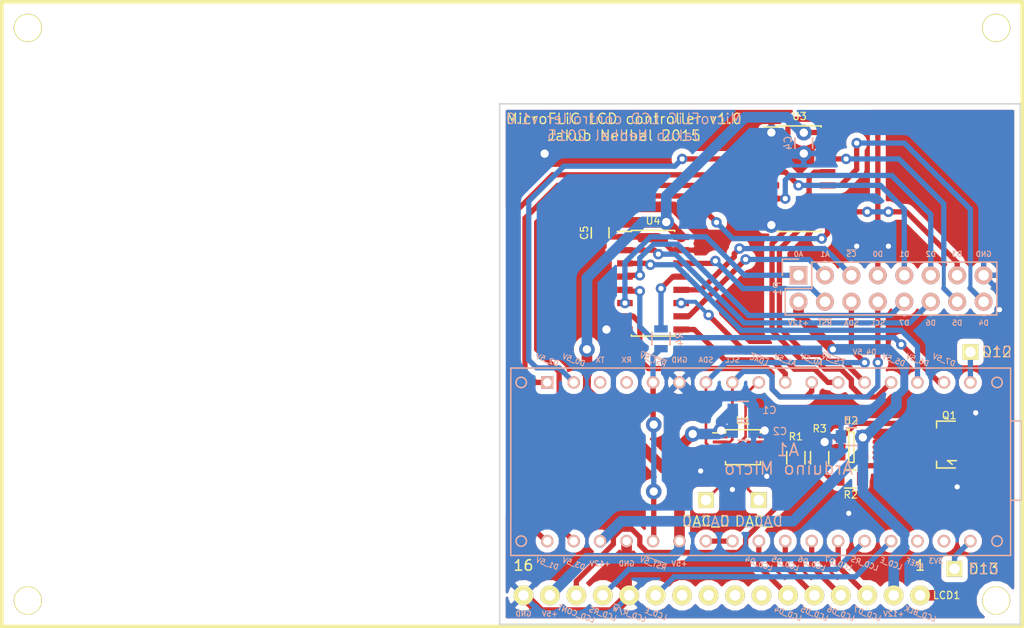
<source format=kicad_pcb>
(kicad_pcb (version 4) (host pcbnew 4.0.1-3.201512221402+6198~38~ubuntu14.04.1-stable)

  (general
    (links 82)
    (no_connects 0)
    (area 34.106999 100.104999 132.857001 160.855001)
    (thickness 1.6)
    (drawings 72)
    (tracks 505)
    (zones 0)
    (modules 21)
    (nets 50)
  )

  (page A4)
  (layers
    (0 F.Cu signal)
    (31 B.Cu signal)
    (32 B.Adhes user)
    (33 F.Adhes user)
    (34 B.Paste user)
    (35 F.Paste user)
    (36 B.SilkS user)
    (37 F.SilkS user)
    (38 B.Mask user)
    (39 F.Mask user)
    (40 Dwgs.User user)
    (41 Cmts.User user)
    (42 Eco1.User user)
    (43 Eco2.User user)
    (44 Edge.Cuts user)
    (45 Margin user)
    (46 B.CrtYd user hide)
    (47 F.CrtYd user)
    (48 B.Fab user hide)
    (49 F.Fab user)
  )

  (setup
    (last_trace_width 0.254)
    (user_trace_width 0.254)
    (user_trace_width 0.381)
    (user_trace_width 0.508)
    (user_trace_width 0.762)
    (user_trace_width 1.024)
    (trace_clearance 0.2)
    (zone_clearance 0.508)
    (zone_45_only no)
    (trace_min 0.2)
    (segment_width 0.2)
    (edge_width 0.15)
    (via_size 0.6)
    (via_drill 0.4)
    (via_min_size 0.4)
    (via_min_drill 0.3)
    (user_via 0.89 0.64)
    (user_via 1 0.5)
    (user_via 1.5 0.8)
    (uvia_size 0.3)
    (uvia_drill 0.1)
    (uvias_allowed no)
    (uvia_min_size 0.2)
    (uvia_min_drill 0.1)
    (pcb_text_width 0.3)
    (pcb_text_size 1.5 1.5)
    (mod_edge_width 0.15)
    (mod_text_size 1 1)
    (mod_text_width 0.15)
    (pad_size 4.5 4.5)
    (pad_drill 3.2)
    (pad_to_mask_clearance 0.2)
    (aux_axis_origin 82.296 160.274)
    (grid_origin 114.808 135.128)
    (visible_elements FFFFFF7F)
    (pcbplotparams
      (layerselection 0x010f0_80000001)
      (usegerberextensions true)
      (excludeedgelayer true)
      (linewidth 0.100000)
      (plotframeref false)
      (viasonmask false)
      (mode 1)
      (useauxorigin false)
      (hpglpennumber 1)
      (hpglpenspeed 20)
      (hpglpendiameter 15)
      (hpglpenoverlay 2)
      (psnegative false)
      (psa4output false)
      (plotreference true)
      (plotvalue true)
      (plotinvisibletext false)
      (padsonsilk false)
      (subtractmaskfromsilk false)
      (outputformat 1)
      (mirror false)
      (drillshape 0)
      (scaleselection 1)
      (outputdirectory board_v1.1/))
  )

  (net 0 "")
  (net 1 +12V)
  (net 2 GND)
  (net 3 +5V)
  (net 4 "Net-(A1-PadNC)")
  (net 5 /LCD_D7)
  (net 6 /LCD_D6)
  (net 7 /LCD_D5)
  (net 8 /LCD_D4)
  (net 9 /LCD_E)
  (net 10 /LCD_RS)
  (net 11 /SDA)
  (net 12 /SCL)
  (net 13 /~LDAC)
  (net 14 /DAC_C)
  (net 15 /DAC_D)
  (net 16 /LCD_BKL)
  (net 17 /LCD_CONT)
  (net 18 "Net-(Q1-Pad1)")
  (net 19 "Net-(Q1-Pad3)")
  (net 20 "Net-(R1-Pad2)")
  (net 21 "Net-(R2-Pad2)")
  (net 22 /LCD_BKL_CTRL)
  (net 23 /D13)
  (net 24 /D12)
  (net 25 /3V3to5V/~RST_5V)
  (net 26 /3V3to5V/~RST)
  (net 27 /3V3to5V/D1_5V)
  (net 28 /3V3to5V/D3_5V)
  (net 29 /3V3to5V/D2_5V)
  (net 30 /3V3to5V/D0_5V)
  (net 31 /3V3to5V/A1_5V)
  (net 32 /3V3to5V/A0_5V)
  (net 33 /3V3to5V/~CS_5V)
  (net 34 /3V3to5V/D4_5V)
  (net 35 /3V3to5V/D5_5V)
  (net 36 /3V3to5V/D6_5V)
  (net 37 /3V3to5V/D7_5V)
  (net 38 /3V3to5V/A0)
  (net 39 /3V3to5V/A1)
  (net 40 /3V3to5V/~CS)
  (net 41 /3V3to5V/D0)
  (net 42 /3V3to5V/D1)
  (net 43 /3V3to5V/D7)
  (net 44 /3V3to5V/D2)
  (net 45 /3V3to5V/D6)
  (net 46 /3V3to5V/D3)
  (net 47 /3V3to5V/D5)
  (net 48 /3V3to5V/D4)
  (net 49 "Net-(R4-Pad2)")

  (net_class Default "This is the default net class."
    (clearance 0.2)
    (trace_width 0.254)
    (via_dia 0.6)
    (via_drill 0.4)
    (uvia_dia 0.3)
    (uvia_drill 0.1)
    (add_net +12V)
    (add_net +5V)
    (add_net /3V3to5V/A0)
    (add_net /3V3to5V/A0_5V)
    (add_net /3V3to5V/A1)
    (add_net /3V3to5V/A1_5V)
    (add_net /3V3to5V/D0)
    (add_net /3V3to5V/D0_5V)
    (add_net /3V3to5V/D1)
    (add_net /3V3to5V/D1_5V)
    (add_net /3V3to5V/D2)
    (add_net /3V3to5V/D2_5V)
    (add_net /3V3to5V/D3)
    (add_net /3V3to5V/D3_5V)
    (add_net /3V3to5V/D4)
    (add_net /3V3to5V/D4_5V)
    (add_net /3V3to5V/D5)
    (add_net /3V3to5V/D5_5V)
    (add_net /3V3to5V/D6)
    (add_net /3V3to5V/D6_5V)
    (add_net /3V3to5V/D7)
    (add_net /3V3to5V/D7_5V)
    (add_net /3V3to5V/~CS)
    (add_net /3V3to5V/~CS_5V)
    (add_net /3V3to5V/~RST)
    (add_net /3V3to5V/~RST_5V)
    (add_net /D12)
    (add_net /D13)
    (add_net /DAC_C)
    (add_net /DAC_D)
    (add_net /LCD_BKL)
    (add_net /LCD_BKL_CTRL)
    (add_net /LCD_CONT)
    (add_net /LCD_D4)
    (add_net /LCD_D5)
    (add_net /LCD_D6)
    (add_net /LCD_D7)
    (add_net /LCD_E)
    (add_net /LCD_RS)
    (add_net /SCL)
    (add_net /SDA)
    (add_net /~LDAC)
    (add_net GND)
    (add_net "Net-(A1-PadNC)")
    (add_net "Net-(Q1-Pad1)")
    (add_net "Net-(Q1-Pad3)")
    (add_net "Net-(R1-Pad2)")
    (add_net "Net-(R2-Pad2)")
    (add_net "Net-(R4-Pad2)")
  )

  (module jakub:ArduinoMicro (layer B.Cu) (tedit 566CA044) (tstamp 566CA4DF)
    (at 83.368 135.654)
    (tags "ARDUINO, MICRO")
    (path /566AB509)
    (fp_text reference A1 (at 26.614 7.856) (layer B.SilkS)
      (effects (font (size 1.2 1.2) (thickness 0.15)) (justify mirror))
    )
    (fp_text value "Arduino Micro" (at 26.67 9.634) (layer B.SilkS)
      (effects (font (size 1.2 1.2) (thickness 0.15)) (justify mirror))
    )
    (fp_line (start 49 5.08) (end 48 5.08) (layer B.SilkS) (width 0.15))
    (fp_line (start 49 12.7) (end 49 5.08) (layer B.SilkS) (width 0.15))
    (fp_line (start 48 12.7) (end 49 12.7) (layer B.SilkS) (width 0.15))
    (fp_circle (center 1 1.38) (end 1.5 1.38) (layer B.SilkS) (width 0.15))
    (fp_circle (center 1 16.62) (end 1.5 16.62) (layer B.SilkS) (width 0.15))
    (fp_circle (center 46.7 1.38) (end 47.2 1.38) (layer B.SilkS) (width 0.15))
    (fp_circle (center 46.7 16.62) (end 47.2 16.62) (layer B.SilkS) (width 0.15))
    (fp_line (start 0 18) (end 48 18) (layer B.SilkS) (width 0.15))
    (fp_line (start 48 18) (end 48 0) (layer B.SilkS) (width 0.15))
    (fp_line (start 48 0) (end 0 0) (layer B.SilkS) (width 0.15))
    (fp_line (start 0 0) (end 0 18) (layer B.SilkS) (width 0.15))
    (pad SCK thru_hole circle (at 3.5 16.62) (size 1.2 1.2) (drill 0.8) (layers *.Cu *.Mask B.SilkS)
      (net 27 /3V3to5V/D1_5V))
    (pad MI thru_hole circle (at 6.04 16.62) (size 1.2 1.2) (drill 0.8) (layers *.Cu *.Mask B.SilkS)
      (net 28 /3V3to5V/D3_5V))
    (pad VI thru_hole circle (at 8.58 16.62) (size 1.2 1.2) (drill 0.8) (layers *.Cu *.Mask B.SilkS)
      (net 1 +12V))
    (pad GND thru_hole circle (at 11.12 16.62) (size 1.2 1.2) (drill 0.8) (layers *.Cu *.Mask B.SilkS)
      (net 2 GND))
    (pad RST thru_hole circle (at 13.66 16.62) (size 1.2 1.2) (drill 0.8) (layers *.Cu *.Mask B.SilkS)
      (net 25 /3V3to5V/~RST_5V))
    (pad 5V thru_hole circle (at 16.2 16.62) (size 1.2 1.2) (drill 0.8) (layers *.Cu *.Mask B.SilkS)
      (net 3 +5V))
    (pad NC thru_hole circle (at 18.74 16.62) (size 1.2 1.2) (drill 0.8) (layers *.Cu *.Mask B.SilkS)
      (net 4 "Net-(A1-PadNC)"))
    (pad NC thru_hole circle (at 21.28 16.62) (size 1.2 1.2) (drill 0.8) (layers *.Cu *.Mask B.SilkS)
      (net 4 "Net-(A1-PadNC)"))
    (pad A5 thru_hole circle (at 23.82 16.62) (size 1.2 1.2) (drill 0.8) (layers *.Cu *.Mask B.SilkS)
      (net 8 /LCD_D4))
    (pad A4 thru_hole circle (at 26.36 16.62) (size 1.2 1.2) (drill 0.8) (layers *.Cu *.Mask B.SilkS)
      (net 7 /LCD_D5))
    (pad A3 thru_hole circle (at 28.9 16.62) (size 1.2 1.2) (drill 0.8) (layers *.Cu *.Mask B.SilkS)
      (net 6 /LCD_D6))
    (pad A2 thru_hole circle (at 31.44 16.62) (size 1.2 1.2) (drill 0.8) (layers *.Cu *.Mask B.SilkS)
      (net 5 /LCD_D7))
    (pad A1 thru_hole circle (at 33.98 16.62) (size 1.2 1.2) (drill 0.8) (layers *.Cu *.Mask B.SilkS)
      (net 10 /LCD_RS))
    (pad A0 thru_hole circle (at 36.52 16.62) (size 1.2 1.2) (drill 0.8) (layers *.Cu *.Mask B.SilkS)
      (net 9 /LCD_E))
    (pad AREF thru_hole circle (at 39.06 16.62) (size 1.2 1.2) (drill 0.8) (layers *.Cu *.Mask B.SilkS))
    (pad 3.3V thru_hole circle (at 41.6 16.62) (size 1.2 1.2) (drill 0.8) (layers *.Cu *.Mask B.SilkS))
    (pad 13 thru_hole circle (at 44.14 16.62) (size 1.2 1.2) (drill 0.8) (layers *.Cu *.Mask B.SilkS)
      (net 23 /D13))
    (pad MO thru_hole rect (at 3.5 1.38) (size 1.2 1.2) (drill 0.8) (layers *.Cu *.Mask B.SilkS)
      (net 29 /3V3to5V/D2_5V))
    (pad SS thru_hole circle (at 6.04 1.38) (size 1.2 1.2) (drill 0.8) (layers *.Cu *.Mask B.SilkS)
      (net 30 /3V3to5V/D0_5V))
    (pad TX thru_hole circle (at 8.58 1.38) (size 1.2 1.2) (drill 0.8) (layers *.Cu *.Mask B.SilkS))
    (pad RX thru_hole circle (at 11.12 1.38) (size 1.2 1.2) (drill 0.8) (layers *.Cu *.Mask B.SilkS))
    (pad RST thru_hole circle (at 13.66 1.38) (size 1.2 1.2) (drill 0.8) (layers *.Cu *.Mask B.SilkS)
      (net 25 /3V3to5V/~RST_5V))
    (pad GND thru_hole circle (at 16.2 1.38) (size 1.2 1.2) (drill 0.8) (layers *.Cu *.Mask B.SilkS)
      (net 2 GND))
    (pad 2 thru_hole circle (at 18.74 1.38) (size 1.2 1.2) (drill 0.8) (layers *.Cu *.Mask B.SilkS)
      (net 11 /SDA))
    (pad 3 thru_hole circle (at 21.28 1.38) (size 1.2 1.2) (drill 0.8) (layers *.Cu *.Mask B.SilkS)
      (net 12 /SCL))
    (pad 4 thru_hole circle (at 23.82 1.38) (size 1.2 1.2) (drill 0.8) (layers *.Cu *.Mask B.SilkS)
      (net 13 /~LDAC))
    (pad 5 thru_hole circle (at 26.36 1.38) (size 1.2 1.2) (drill 0.8) (layers *.Cu *.Mask B.SilkS)
      (net 31 /3V3to5V/A1_5V))
    (pad 6 thru_hole circle (at 28.9 1.38) (size 1.2 1.2) (drill 0.8) (layers *.Cu *.Mask B.SilkS)
      (net 32 /3V3to5V/A0_5V))
    (pad 7 thru_hole circle (at 31.44 1.38) (size 1.2 1.2) (drill 0.8) (layers *.Cu *.Mask B.SilkS)
      (net 33 /3V3to5V/~CS_5V))
    (pad 8 thru_hole circle (at 33.98 1.38) (size 1.2 1.2) (drill 0.8) (layers *.Cu *.Mask B.SilkS)
      (net 34 /3V3to5V/D4_5V))
    (pad 9 thru_hole circle (at 36.52 1.38) (size 1.2 1.2) (drill 0.8) (layers *.Cu *.Mask B.SilkS)
      (net 35 /3V3to5V/D5_5V))
    (pad 10 thru_hole circle (at 39.06 1.38) (size 1.2 1.2) (drill 0.8) (layers *.Cu *.Mask B.SilkS)
      (net 36 /3V3to5V/D6_5V))
    (pad 11 thru_hole circle (at 41.6 1.38) (size 1.2 1.2) (drill 0.8) (layers *.Cu *.Mask B.SilkS)
      (net 37 /3V3to5V/D7_5V))
    (pad 12 thru_hole circle (at 44.14 1.38) (size 1.2 1.2) (drill 0.8) (layers *.Cu *.Mask B.SilkS)
      (net 24 /D12))
    (model jakub.3dshapes/Arduino/ArduinoMicro/ArduinoMicro.wrl
      (at (xyz 0.138 0.0545 0.2))
      (scale (xyz 0.3937 0.3937 0.3937))
      (rotate (xyz 270 0 0))
    )
  )

  (module Capacitors_SMD:C_0805 (layer B.Cu) (tedit 566C831F) (tstamp 566C7EB1)
    (at 105.68 139.7)
    (descr "Capacitor SMD 0805, reflow soldering, AVX (see smccp.pdf)")
    (tags "capacitor 0805")
    (path /566AEC7D)
    (attr smd)
    (fp_text reference C1 (at 2.524 0) (layer B.SilkS)
      (effects (font (size 0.7 0.7) (thickness 0.11)) (justify mirror))
    )
    (fp_text value 10u (at 0 -2.1) (layer B.Fab) hide
      (effects (font (size 1 1) (thickness 0.15)) (justify mirror))
    )
    (fp_line (start -1.8 1) (end 1.8 1) (layer B.CrtYd) (width 0.05))
    (fp_line (start -1.8 -1) (end 1.8 -1) (layer B.CrtYd) (width 0.05))
    (fp_line (start -1.8 1) (end -1.8 -1) (layer B.CrtYd) (width 0.05))
    (fp_line (start 1.8 1) (end 1.8 -1) (layer B.CrtYd) (width 0.05))
    (fp_line (start 0.5 0.85) (end -0.5 0.85) (layer B.SilkS) (width 0.15))
    (fp_line (start -0.5 -0.85) (end 0.5 -0.85) (layer B.SilkS) (width 0.15))
    (pad 1 smd rect (at -1 0) (size 1 1.25) (layers B.Cu B.Paste B.Mask)
      (net 3 +5V))
    (pad 2 smd rect (at 1 0) (size 1 1.25) (layers B.Cu B.Paste B.Mask)
      (net 2 GND))
    (model Capacitors_SMD.3dshapes/C_0805.wrl
      (at (xyz 0 0 0))
      (scale (xyz 1 1 1))
      (rotate (xyz 0 0 0))
    )
  )

  (module Capacitors_SMD:C_0805 (layer B.Cu) (tedit 566C832A) (tstamp 566C7EB7)
    (at 105.68 141.732)
    (descr "Capacitor SMD 0805, reflow soldering, AVX (see smccp.pdf)")
    (tags "capacitor 0805")
    (path /566AEC3B)
    (attr smd)
    (fp_text reference C2 (at 3.54 0) (layer B.SilkS)
      (effects (font (size 0.7 0.7) (thickness 0.11)) (justify mirror))
    )
    (fp_text value 100n (at 0 -2.1) (layer B.Fab) hide
      (effects (font (size 1 1) (thickness 0.15)) (justify mirror))
    )
    (fp_line (start -1.8 1) (end 1.8 1) (layer B.CrtYd) (width 0.05))
    (fp_line (start -1.8 -1) (end 1.8 -1) (layer B.CrtYd) (width 0.05))
    (fp_line (start -1.8 1) (end -1.8 -1) (layer B.CrtYd) (width 0.05))
    (fp_line (start 1.8 1) (end 1.8 -1) (layer B.CrtYd) (width 0.05))
    (fp_line (start 0.5 0.85) (end -0.5 0.85) (layer B.SilkS) (width 0.15))
    (fp_line (start -0.5 -0.85) (end 0.5 -0.85) (layer B.SilkS) (width 0.15))
    (pad 1 smd rect (at -1 0) (size 1 1.25) (layers B.Cu B.Paste B.Mask)
      (net 3 +5V))
    (pad 2 smd rect (at 1 0) (size 1 1.25) (layers B.Cu B.Paste B.Mask)
      (net 2 GND))
    (model Capacitors_SMD.3dshapes/C_0805.wrl
      (at (xyz 0 0 0))
      (scale (xyz 1 1 1))
      (rotate (xyz 0 0 0))
    )
  )

  (module Capacitors_SMD:C_0805 (layer B.Cu) (tedit 566C87DF) (tstamp 566C7EBD)
    (at 116.078 142.24 180)
    (descr "Capacitor SMD 0805, reflow soldering, AVX (see smccp.pdf)")
    (tags "capacitor 0805")
    (path /566B12D7)
    (attr smd)
    (fp_text reference C3 (at 0 1.524 180) (layer B.SilkS)
      (effects (font (size 0.7 0.7) (thickness 0.11)) (justify mirror))
    )
    (fp_text value 100n (at 0 -2.1 180) (layer B.Fab) hide
      (effects (font (size 1 1) (thickness 0.15)) (justify mirror))
    )
    (fp_line (start -1.8 1) (end 1.8 1) (layer B.CrtYd) (width 0.05))
    (fp_line (start -1.8 -1) (end 1.8 -1) (layer B.CrtYd) (width 0.05))
    (fp_line (start -1.8 1) (end -1.8 -1) (layer B.CrtYd) (width 0.05))
    (fp_line (start 1.8 1) (end 1.8 -1) (layer B.CrtYd) (width 0.05))
    (fp_line (start 0.5 0.85) (end -0.5 0.85) (layer B.SilkS) (width 0.15))
    (fp_line (start -0.5 -0.85) (end 0.5 -0.85) (layer B.SilkS) (width 0.15))
    (pad 1 smd rect (at -1 0 180) (size 1 1.25) (layers B.Cu B.Paste B.Mask)
      (net 1 +12V))
    (pad 2 smd rect (at 1 0 180) (size 1 1.25) (layers B.Cu B.Paste B.Mask)
      (net 2 GND))
    (model Capacitors_SMD.3dshapes/C_0805.wrl
      (at (xyz 0 0 0))
      (scale (xyz 1 1 1))
      (rotate (xyz 0 0 0))
    )
  )

  (module jakub:PIN_ARRAY_1 (layer F.Cu) (tedit 5671ABA0) (tstamp 566C7EF2)
    (at 127.508 134.112)
    (descr "1 pin")
    (tags "CONN DEV")
    (path /566C6BE1)
    (fp_text reference PP1 (at 0 -1.905) (layer F.SilkS) hide
      (effects (font (size 0.762 0.762) (thickness 0.1524)))
    )
    (fp_text value CONN_01X01 (at 0 -1.905) (layer F.SilkS) hide
      (effects (font (size 0.762 0.762) (thickness 0.1524)))
    )
    (pad 1 thru_hole rect (at 0 0) (size 1.524 1.524) (drill 1.016) (layers *.Cu *.Mask F.SilkS)
      (net 24 /D12))
  )

  (module jakub:PIN_ARRAY_1 (layer F.Cu) (tedit 5671ABC4) (tstamp 566C7EF7)
    (at 107.188 148.336)
    (descr "1 pin")
    (tags "CONN DEV")
    (path /566B2E28)
    (fp_text reference PP2 (at 0 -1.905) (layer F.SilkS) hide
      (effects (font (size 0.762 0.762) (thickness 0.1524)))
    )
    (fp_text value CONN_01X01 (at 0 -1.905) (layer F.SilkS) hide
      (effects (font (size 0.762 0.762) (thickness 0.1524)))
    )
    (pad 1 thru_hole rect (at 0 0) (size 1.524 1.524) (drill 1.016) (layers *.Cu *.Mask F.SilkS)
      (net 14 /DAC_C))
  )

  (module jakub:PIN_ARRAY_1 (layer F.Cu) (tedit 5671ABBB) (tstamp 566C7EFC)
    (at 102.108 148.336)
    (descr "1 pin")
    (tags "CONN DEV")
    (path /566B2F00)
    (fp_text reference PP3 (at 0 -1.905) (layer F.SilkS) hide
      (effects (font (size 0.762 0.762) (thickness 0.1524)))
    )
    (fp_text value CONN_01X01 (at 0 -1.905) (layer F.SilkS) hide
      (effects (font (size 0.762 0.762) (thickness 0.1524)))
    )
    (pad 1 thru_hole rect (at 0 0) (size 1.524 1.524) (drill 1.016) (layers *.Cu *.Mask F.SilkS)
      (net 15 /DAC_D))
  )

  (module jakub:PIN_ARRAY_1 (layer F.Cu) (tedit 5671ABAD) (tstamp 566C7F01)
    (at 125.984 154.94)
    (descr "1 pin")
    (tags "CONN DEV")
    (path /566C68B3)
    (fp_text reference PP4 (at 0 -1.905) (layer F.SilkS) hide
      (effects (font (size 0.762 0.762) (thickness 0.1524)))
    )
    (fp_text value CONN_01X01 (at 0 -1.905) (layer F.SilkS) hide
      (effects (font (size 0.762 0.762) (thickness 0.1524)))
    )
    (pad 1 thru_hole rect (at 0 0) (size 1.524 1.524) (drill 1.016) (layers *.Cu *.Mask F.SilkS)
      (net 23 /D13))
  )

  (module Resistors_SMD:R_0805 (layer F.Cu) (tedit 566C8859) (tstamp 566C7F14)
    (at 110.744 144.272 90)
    (descr "Resistor SMD 0805, reflow soldering, Vishay (see dcrcw.pdf)")
    (tags "resistor 0805")
    (path /566AEE7D)
    (attr smd)
    (fp_text reference R1 (at 2.032 0 180) (layer F.SilkS)
      (effects (font (size 0.7 0.7) (thickness 0.11)))
    )
    (fp_text value 10k (at 0 2.1 90) (layer F.Fab) hide
      (effects (font (size 1 1) (thickness 0.15)))
    )
    (fp_line (start -1.6 -1) (end 1.6 -1) (layer F.CrtYd) (width 0.05))
    (fp_line (start -1.6 1) (end 1.6 1) (layer F.CrtYd) (width 0.05))
    (fp_line (start -1.6 -1) (end -1.6 1) (layer F.CrtYd) (width 0.05))
    (fp_line (start 1.6 -1) (end 1.6 1) (layer F.CrtYd) (width 0.05))
    (fp_line (start 0.6 0.875) (end -0.6 0.875) (layer F.SilkS) (width 0.15))
    (fp_line (start -0.6 -0.875) (end 0.6 -0.875) (layer F.SilkS) (width 0.15))
    (pad 1 smd rect (at -0.95 0 90) (size 0.7 1.3) (layers F.Cu F.Paste F.Mask)
      (net 17 /LCD_CONT))
    (pad 2 smd rect (at 0.95 0 90) (size 0.7 1.3) (layers F.Cu F.Paste F.Mask)
      (net 20 "Net-(R1-Pad2)"))
    (model Resistors_SMD.3dshapes/R_0805.wrl
      (at (xyz 0 0 0))
      (scale (xyz 1 1 1))
      (rotate (xyz 0 0 0))
    )
  )

  (module Resistors_SMD:R_0805 (layer F.Cu) (tedit 566C87FC) (tstamp 566C7F1A)
    (at 116.012 146.304 180)
    (descr "Resistor SMD 0805, reflow soldering, Vishay (see dcrcw.pdf)")
    (tags "resistor 0805")
    (path /566B0CD1)
    (attr smd)
    (fp_text reference R2 (at 0 -1.524 180) (layer F.SilkS)
      (effects (font (size 0.7 0.7) (thickness 0.11)))
    )
    (fp_text value 27R (at 0 2.1 180) (layer F.Fab) hide
      (effects (font (size 1 1) (thickness 0.15)))
    )
    (fp_line (start -1.6 -1) (end 1.6 -1) (layer F.CrtYd) (width 0.05))
    (fp_line (start -1.6 1) (end 1.6 1) (layer F.CrtYd) (width 0.05))
    (fp_line (start -1.6 -1) (end -1.6 1) (layer F.CrtYd) (width 0.05))
    (fp_line (start 1.6 -1) (end 1.6 1) (layer F.CrtYd) (width 0.05))
    (fp_line (start 0.6 0.875) (end -0.6 0.875) (layer F.SilkS) (width 0.15))
    (fp_line (start -0.6 -0.875) (end 0.6 -0.875) (layer F.SilkS) (width 0.15))
    (pad 1 smd rect (at -0.95 0 180) (size 0.7 1.3) (layers F.Cu F.Paste F.Mask)
      (net 18 "Net-(Q1-Pad1)"))
    (pad 2 smd rect (at 0.95 0 180) (size 0.7 1.3) (layers F.Cu F.Paste F.Mask)
      (net 21 "Net-(R2-Pad2)"))
    (model Resistors_SMD.3dshapes/R_0805.wrl
      (at (xyz 0 0 0))
      (scale (xyz 1 1 1))
      (rotate (xyz 0 0 0))
    )
  )

  (module Resistors_SMD:R_0805 (layer F.Cu) (tedit 566C8844) (tstamp 566C7F20)
    (at 113.03 144.272 90)
    (descr "Resistor SMD 0805, reflow soldering, Vishay (see dcrcw.pdf)")
    (tags "resistor 0805")
    (path /566B0D3A)
    (attr smd)
    (fp_text reference R3 (at 2.794 0 180) (layer F.SilkS)
      (effects (font (size 0.7 0.7) (thickness 0.11)))
    )
    (fp_text value 27R (at 0 2.1 90) (layer F.Fab) hide
      (effects (font (size 1 1) (thickness 0.15)))
    )
    (fp_line (start -1.6 -1) (end 1.6 -1) (layer F.CrtYd) (width 0.05))
    (fp_line (start -1.6 1) (end 1.6 1) (layer F.CrtYd) (width 0.05))
    (fp_line (start -1.6 -1) (end -1.6 1) (layer F.CrtYd) (width 0.05))
    (fp_line (start 1.6 -1) (end 1.6 1) (layer F.CrtYd) (width 0.05))
    (fp_line (start 0.6 0.875) (end -0.6 0.875) (layer F.SilkS) (width 0.15))
    (fp_line (start -0.6 -0.875) (end 0.6 -0.875) (layer F.SilkS) (width 0.15))
    (pad 1 smd rect (at -0.95 0 90) (size 0.7 1.3) (layers F.Cu F.Paste F.Mask)
      (net 21 "Net-(R2-Pad2)"))
    (pad 2 smd rect (at 0.95 0 90) (size 0.7 1.3) (layers F.Cu F.Paste F.Mask)
      (net 2 GND))
    (model Resistors_SMD.3dshapes/R_0805.wrl
      (at (xyz 0 0 0))
      (scale (xyz 1 1 1))
      (rotate (xyz 0 0 0))
    )
  )

  (module Housings_SSOP:MSOP-10_3x3mm_Pitch0.5mm (layer F.Cu) (tedit 566F0C8F) (tstamp 566C7F2E)
    (at 105.664 143.256)
    (descr "10-Lead Plastic Micro Small Outline Package (MS) [MSOP] (see Microchip Packaging Specification 00000049BS.pdf)")
    (tags "SSOP 0.5")
    (path /566AEA54)
    (attr smd)
    (fp_text reference U1 (at 0 -2.54) (layer F.SilkS)
      (effects (font (size 0.7 0.7) (thickness 0.11)))
    )
    (fp_text value MCP4728 (at 0 2.6) (layer F.Fab) hide
      (effects (font (size 1 1) (thickness 0.15)))
    )
    (fp_line (start -3.15 -1.85) (end -3.15 1.85) (layer F.CrtYd) (width 0.05))
    (fp_line (start 3.15 -1.85) (end 3.15 1.85) (layer F.CrtYd) (width 0.05))
    (fp_line (start -3.15 -1.85) (end 3.15 -1.85) (layer F.CrtYd) (width 0.05))
    (fp_line (start -3.15 1.85) (end 3.15 1.85) (layer F.CrtYd) (width 0.05))
    (fp_line (start -1.675 -1.675) (end -1.675 -1.375) (layer F.SilkS) (width 0.15))
    (fp_line (start 1.675 -1.675) (end 1.675 -1.375) (layer F.SilkS) (width 0.15))
    (fp_line (start 1.675 1.675) (end 1.675 1.375) (layer F.SilkS) (width 0.15))
    (fp_line (start -1.675 1.675) (end -1.675 1.375) (layer F.SilkS) (width 0.15))
    (fp_line (start -1.675 -1.675) (end 1.675 -1.675) (layer F.SilkS) (width 0.15))
    (fp_line (start -1.675 1.675) (end 1.675 1.675) (layer F.SilkS) (width 0.15))
    (fp_line (start -1.675 -1.375) (end -2.9 -1.375) (layer F.SilkS) (width 0.15))
    (pad 1 smd rect (at -2.2 -1) (size 1.4 0.3) (layers F.Cu F.Paste F.Mask)
      (net 3 +5V))
    (pad 2 smd rect (at -2.2 -0.5) (size 1.4 0.3) (layers F.Cu F.Paste F.Mask)
      (net 12 /SCL))
    (pad 3 smd rect (at -2.2 0) (size 1.4 0.3) (layers F.Cu F.Paste F.Mask)
      (net 11 /SDA))
    (pad 4 smd rect (at -2.2 0.5) (size 1.4 0.3) (layers F.Cu F.Paste F.Mask)
      (net 13 /~LDAC))
    (pad 5 smd rect (at -2.2 1) (size 1.4 0.3) (layers F.Cu F.Paste F.Mask))
    (pad 6 smd rect (at 2.2 1) (size 1.4 0.3) (layers F.Cu F.Paste F.Mask)
      (net 22 /LCD_BKL_CTRL))
    (pad 7 smd rect (at 2.2 0.5) (size 1.4 0.3) (layers F.Cu F.Paste F.Mask)
      (net 20 "Net-(R1-Pad2)"))
    (pad 8 smd rect (at 2.2 0) (size 1.4 0.3) (layers F.Cu F.Paste F.Mask)
      (net 14 /DAC_C))
    (pad 9 smd rect (at 2.2 -0.5) (size 1.4 0.3) (layers F.Cu F.Paste F.Mask)
      (net 15 /DAC_D))
    (pad 10 smd rect (at 2.2 -1) (size 1.4 0.3) (layers F.Cu F.Paste F.Mask)
      (net 2 GND))
    (model Housings_SSOP.3dshapes/MSOP-10_3x3mm_Pitch0.5mm.wrl
      (at (xyz 0 0 0))
      (scale (xyz 1 1 1))
      (rotate (xyz 0 0 0))
    )
  )

  (module TO_SOT_Packages_SMD:SOT-23-5 (layer F.Cu) (tedit 566C87E3) (tstamp 566C7F37)
    (at 116.078 143.256)
    (descr "5-pin SOT23 package")
    (tags SOT-23-5)
    (path /566B0A04)
    (attr smd)
    (fp_text reference U2 (at -0.05 -2.55) (layer F.SilkS)
      (effects (font (size 0.7 0.7) (thickness 0.11)))
    )
    (fp_text value TLV2371 (at -0.05 2.35) (layer F.Fab) hide
      (effects (font (size 1 1) (thickness 0.15)))
    )
    (fp_line (start -1.8 -1.6) (end 1.8 -1.6) (layer F.CrtYd) (width 0.05))
    (fp_line (start 1.8 -1.6) (end 1.8 1.6) (layer F.CrtYd) (width 0.05))
    (fp_line (start 1.8 1.6) (end -1.8 1.6) (layer F.CrtYd) (width 0.05))
    (fp_line (start -1.8 1.6) (end -1.8 -1.6) (layer F.CrtYd) (width 0.05))
    (fp_circle (center -0.3 -1.7) (end -0.2 -1.7) (layer F.SilkS) (width 0.15))
    (fp_line (start 0.25 -1.45) (end -0.25 -1.45) (layer F.SilkS) (width 0.15))
    (fp_line (start 0.25 1.45) (end 0.25 -1.45) (layer F.SilkS) (width 0.15))
    (fp_line (start -0.25 1.45) (end 0.25 1.45) (layer F.SilkS) (width 0.15))
    (fp_line (start -0.25 -1.45) (end -0.25 1.45) (layer F.SilkS) (width 0.15))
    (pad 1 smd rect (at -1.1 -0.95) (size 1.06 0.65) (layers F.Cu F.Paste F.Mask)
      (net 19 "Net-(Q1-Pad3)"))
    (pad 2 smd rect (at -1.1 0) (size 1.06 0.65) (layers F.Cu F.Paste F.Mask)
      (net 2 GND))
    (pad 3 smd rect (at -1.1 0.95) (size 1.06 0.65) (layers F.Cu F.Paste F.Mask)
      (net 22 /LCD_BKL_CTRL))
    (pad 4 smd rect (at 1.1 0.95) (size 1.06 0.65) (layers F.Cu F.Paste F.Mask)
      (net 18 "Net-(Q1-Pad1)"))
    (pad 5 smd rect (at 1.1 -0.95) (size 1.06 0.65) (layers F.Cu F.Paste F.Mask)
      (net 1 +12V))
    (model TO_SOT_Packages_SMD.3dshapes/SOT-23-5.wrl
      (at (xyz 0 0 0))
      (scale (xyz 1 1 1))
      (rotate (xyz 0 0 0))
    )
  )

  (module TO_SOT_Packages_SMD:SOT89-3_Housing (layer F.Cu) (tedit 566C8919) (tstamp 566C86F7)
    (at 125.55982 143.002 90)
    (descr "SOT89-3, Housing,")
    (tags "SOT89-3, Housing,")
    (path /566B15B8)
    (attr smd)
    (fp_text reference Q1 (at 2.794 -0.08382 180) (layer F.SilkS)
      (effects (font (size 0.7 0.7) (thickness 0.11)))
    )
    (fp_text value BCX54-16 (at -0.20066 4.59994 90) (layer F.Fab) hide
      (effects (font (size 1 1) (thickness 0.15)))
    )
    (fp_line (start -1.89992 0.20066) (end -1.651 -0.09906) (layer F.SilkS) (width 0.15))
    (fp_line (start -1.651 -0.09906) (end -1.5494 -0.24892) (layer F.SilkS) (width 0.15))
    (fp_line (start -1.5494 -0.24892) (end -1.5494 0.59944) (layer F.SilkS) (width 0.15))
    (fp_line (start -2.25044 -1.30048) (end -2.25044 0.50038) (layer F.SilkS) (width 0.15))
    (fp_line (start -2.25044 -1.30048) (end -1.6002 -1.30048) (layer F.SilkS) (width 0.15))
    (fp_line (start 2.25044 -1.30048) (end 2.25044 0.50038) (layer F.SilkS) (width 0.15))
    (fp_line (start 2.25044 -1.30048) (end 1.6002 -1.30048) (layer F.SilkS) (width 0.15))
    (pad 1 smd rect (at -1.50114 1.85166 90) (size 1.00076 1.50114) (layers F.Cu F.Paste F.Mask)
      (net 18 "Net-(Q1-Pad1)"))
    (pad 2 smd rect (at 0 1.85166 90) (size 1.00076 1.50114) (layers F.Cu F.Paste F.Mask)
      (net 16 /LCD_BKL))
    (pad 3 smd rect (at 1.50114 1.85166 90) (size 1.00076 1.50114) (layers F.Cu F.Paste F.Mask)
      (net 19 "Net-(Q1-Pad3)"))
    (pad 2 smd rect (at 0 -1.09982 90) (size 1.99898 2.99974) (layers F.Cu F.Paste F.Mask)
      (net 16 /LCD_BKL))
    (pad 2 smd trapezoid (at 0 0.7493 270) (size 1.50114 0.7493) (rect_delta 0 0.50038 ) (layers F.Cu F.Paste F.Mask)
      (net 16 /LCD_BKL))
    (model TO_SOT_Packages_SMD.3dshapes/SOT89-3_Housing.wrl
      (at (xyz 0 0 0))
      (scale (xyz 0.3937 0.3937 0.3937))
      (rotate (xyz 0 0 0))
    )
  )

  (module Pin_Headers:Pin_Header_Straight_2x08 (layer B.Cu) (tedit 5671ABD3) (tstamp 566EE625)
    (at 110.998 126.746 270)
    (descr "Through hole pin header")
    (tags "pin header")
    (path /566AB615)
    (fp_text reference P1 (at 1.27 2.032 270) (layer B.SilkS)
      (effects (font (size 0.7 0.7) (thickness 0.11)) (justify mirror))
    )
    (fp_text value CONN_02X08 (at 0 3.1 270) (layer B.Fab)
      (effects (font (size 1 1) (thickness 0.15)) (justify mirror))
    )
    (fp_line (start -1.75 1.75) (end -1.75 -19.55) (layer B.CrtYd) (width 0.05))
    (fp_line (start 4.3 1.75) (end 4.3 -19.55) (layer B.CrtYd) (width 0.05))
    (fp_line (start -1.75 1.75) (end 4.3 1.75) (layer B.CrtYd) (width 0.05))
    (fp_line (start -1.75 -19.55) (end 4.3 -19.55) (layer B.CrtYd) (width 0.05))
    (fp_line (start 3.81 -19.05) (end 3.81 1.27) (layer B.SilkS) (width 0.15))
    (fp_line (start -1.27 -1.27) (end -1.27 -19.05) (layer B.SilkS) (width 0.15))
    (fp_line (start 3.81 -19.05) (end -1.27 -19.05) (layer B.SilkS) (width 0.15))
    (fp_line (start 3.81 1.27) (end 1.27 1.27) (layer B.SilkS) (width 0.15))
    (fp_line (start 0 1.55) (end -1.55 1.55) (layer B.SilkS) (width 0.15))
    (fp_line (start 1.27 1.27) (end 1.27 -1.27) (layer B.SilkS) (width 0.15))
    (fp_line (start 1.27 -1.27) (end -1.27 -1.27) (layer B.SilkS) (width 0.15))
    (fp_line (start -1.55 1.55) (end -1.55 0) (layer B.SilkS) (width 0.15))
    (pad 1 thru_hole rect (at 0 0 270) (size 1.7272 1.7272) (drill 1.016) (layers *.Cu *.Mask B.SilkS)
      (net 38 /3V3to5V/A0))
    (pad 2 thru_hole oval (at 2.54 0 270) (size 1.7272 1.7272) (drill 1.016) (layers *.Cu *.Mask B.SilkS)
      (net 1 +12V))
    (pad 3 thru_hole oval (at 0 -2.54 270) (size 1.7272 1.7272) (drill 1.016) (layers *.Cu *.Mask B.SilkS)
      (net 39 /3V3to5V/A1))
    (pad 4 thru_hole oval (at 2.54 -2.54 270) (size 1.7272 1.7272) (drill 1.016) (layers *.Cu *.Mask B.SilkS)
      (net 26 /3V3to5V/~RST))
    (pad 5 thru_hole oval (at 0 -5.08 270) (size 1.7272 1.7272) (drill 1.016) (layers *.Cu *.Mask B.SilkS)
      (net 40 /3V3to5V/~CS))
    (pad 6 thru_hole oval (at 2.54 -5.08 270) (size 1.7272 1.7272) (drill 1.016) (layers *.Cu *.Mask B.SilkS)
      (net 11 /SDA))
    (pad 7 thru_hole oval (at 0 -7.62 270) (size 1.7272 1.7272) (drill 1.016) (layers *.Cu *.Mask B.SilkS)
      (net 41 /3V3to5V/D0))
    (pad 8 thru_hole oval (at 2.54 -7.62 270) (size 1.7272 1.7272) (drill 1.016) (layers *.Cu *.Mask B.SilkS)
      (net 12 /SCL))
    (pad 9 thru_hole oval (at 0 -10.16 270) (size 1.7272 1.7272) (drill 1.016) (layers *.Cu *.Mask B.SilkS)
      (net 42 /3V3to5V/D1))
    (pad 10 thru_hole oval (at 2.54 -10.16 270) (size 1.7272 1.7272) (drill 1.016) (layers *.Cu *.Mask B.SilkS)
      (net 43 /3V3to5V/D7))
    (pad 11 thru_hole oval (at 0 -12.7 270) (size 1.7272 1.7272) (drill 1.016) (layers *.Cu *.Mask B.SilkS)
      (net 44 /3V3to5V/D2))
    (pad 12 thru_hole oval (at 2.54 -12.7 270) (size 1.7272 1.7272) (drill 1.016) (layers *.Cu *.Mask B.SilkS)
      (net 45 /3V3to5V/D6))
    (pad 13 thru_hole oval (at 0 -15.24 270) (size 1.7272 1.7272) (drill 1.016) (layers *.Cu *.Mask B.SilkS)
      (net 46 /3V3to5V/D3))
    (pad 14 thru_hole oval (at 2.54 -15.24 270) (size 1.7272 1.7272) (drill 1.016) (layers *.Cu *.Mask B.SilkS)
      (net 47 /3V3to5V/D5))
    (pad 15 thru_hole oval (at 0 -17.78 270) (size 1.7272 1.7272) (drill 1.016) (layers *.Cu *.Mask B.SilkS)
      (net 2 GND))
    (pad 16 thru_hole oval (at 2.54 -17.78 270) (size 1.7272 1.7272) (drill 1.016) (layers *.Cu *.Mask B.SilkS)
      (net 48 /3V3to5V/D4))
    (model Pin_Headers.3dshapes/Pin_Header_Straight_2x08.wrl
      (at (xyz 0.05 -0.35 0))
      (scale (xyz 1 1 1))
      (rotate (xyz 0 0 90))
    )
  )

  (module Capacitors_SMD:C_0805 (layer B.Cu) (tedit 566F0C2C) (tstamp 566EF0F1)
    (at 111.506 114.046 270)
    (descr "Capacitor SMD 0805, reflow soldering, AVX (see smccp.pdf)")
    (tags "capacitor 0805")
    (path /566F634A/566F6544)
    (attr smd)
    (fp_text reference C4 (at 0 1.524 270) (layer B.SilkS)
      (effects (font (size 0.7 0.7) (thickness 0.11)) (justify mirror))
    )
    (fp_text value C (at 0 -2.1 270) (layer B.Fab)
      (effects (font (size 1 1) (thickness 0.15)) (justify mirror))
    )
    (fp_line (start -1.8 1) (end 1.8 1) (layer B.CrtYd) (width 0.05))
    (fp_line (start -1.8 -1) (end 1.8 -1) (layer B.CrtYd) (width 0.05))
    (fp_line (start -1.8 1) (end -1.8 -1) (layer B.CrtYd) (width 0.05))
    (fp_line (start 1.8 1) (end 1.8 -1) (layer B.CrtYd) (width 0.05))
    (fp_line (start 0.5 0.85) (end -0.5 0.85) (layer B.SilkS) (width 0.15))
    (fp_line (start -0.5 -0.85) (end 0.5 -0.85) (layer B.SilkS) (width 0.15))
    (pad 1 smd rect (at -1 0 270) (size 1 1.25) (layers B.Cu B.Paste B.Mask)
      (net 3 +5V))
    (pad 2 smd rect (at 1 0 270) (size 1 1.25) (layers B.Cu B.Paste B.Mask)
      (net 2 GND))
    (model Capacitors_SMD.3dshapes/C_0805.wrl
      (at (xyz 0 0 0))
      (scale (xyz 1 1 1))
      (rotate (xyz 0 0 0))
    )
  )

  (module Capacitors_SMD:C_0805 (layer F.Cu) (tedit 566F0C41) (tstamp 566EF0F7)
    (at 91.948 122.666 270)
    (descr "Capacitor SMD 0805, reflow soldering, AVX (see smccp.pdf)")
    (tags "capacitor 0805")
    (path /566F634A/566F689A)
    (attr smd)
    (fp_text reference C5 (at 0 1.524 270) (layer F.SilkS)
      (effects (font (size 0.7 0.7) (thickness 0.11)))
    )
    (fp_text value C (at 0 2.1 360) (layer F.Fab) hide
      (effects (font (size 1 1) (thickness 0.15)))
    )
    (fp_line (start -1.8 -1) (end 1.8 -1) (layer F.CrtYd) (width 0.05))
    (fp_line (start -1.8 1) (end 1.8 1) (layer F.CrtYd) (width 0.05))
    (fp_line (start -1.8 -1) (end -1.8 1) (layer F.CrtYd) (width 0.05))
    (fp_line (start 1.8 -1) (end 1.8 1) (layer F.CrtYd) (width 0.05))
    (fp_line (start 0.5 -0.85) (end -0.5 -0.85) (layer F.SilkS) (width 0.15))
    (fp_line (start -0.5 0.85) (end 0.5 0.85) (layer F.SilkS) (width 0.15))
    (pad 1 smd rect (at -1 0 270) (size 1 1.25) (layers F.Cu F.Paste F.Mask)
      (net 3 +5V))
    (pad 2 smd rect (at 1 0 270) (size 1 1.25) (layers F.Cu F.Paste F.Mask)
      (net 2 GND))
    (model Capacitors_SMD.3dshapes/C_0805.wrl
      (at (xyz 0 0 0))
      (scale (xyz 1 1 1))
      (rotate (xyz 0 0 0))
    )
  )

  (module Housings_SOIC:SOIC-16_3.9x9.9mm_Pitch1.27mm (layer F.Cu) (tedit 566F0C17) (tstamp 566EF10B)
    (at 111.092 117.475)
    (descr "16-Lead Plastic Small Outline (SL) - Narrow, 3.90 mm Body [SOIC] (see Microchip Packaging Specification 00000049BS.pdf)")
    (tags "SOIC 1.27")
    (path /566F634A/566F6434)
    (attr smd)
    (fp_text reference U3 (at 0 -6) (layer F.SilkS)
      (effects (font (size 0.7 0.7) (thickness 0.11)))
    )
    (fp_text value 74AHCT367 (at 0 6) (layer F.Fab) hide
      (effects (font (size 1 1) (thickness 0.15)))
    )
    (fp_line (start -3.7 -5.25) (end -3.7 5.25) (layer F.CrtYd) (width 0.05))
    (fp_line (start 3.7 -5.25) (end 3.7 5.25) (layer F.CrtYd) (width 0.05))
    (fp_line (start -3.7 -5.25) (end 3.7 -5.25) (layer F.CrtYd) (width 0.05))
    (fp_line (start -3.7 5.25) (end 3.7 5.25) (layer F.CrtYd) (width 0.05))
    (fp_line (start -2.075 -5.075) (end -2.075 -4.97) (layer F.SilkS) (width 0.15))
    (fp_line (start 2.075 -5.075) (end 2.075 -4.97) (layer F.SilkS) (width 0.15))
    (fp_line (start 2.075 5.075) (end 2.075 4.97) (layer F.SilkS) (width 0.15))
    (fp_line (start -2.075 5.075) (end -2.075 4.97) (layer F.SilkS) (width 0.15))
    (fp_line (start -2.075 -5.075) (end 2.075 -5.075) (layer F.SilkS) (width 0.15))
    (fp_line (start -2.075 5.075) (end 2.075 5.075) (layer F.SilkS) (width 0.15))
    (fp_line (start -2.075 -4.97) (end -3.45 -4.97) (layer F.SilkS) (width 0.15))
    (pad 1 smd rect (at -2.7 -4.445) (size 1.5 0.6) (layers F.Cu F.Paste F.Mask)
      (net 2 GND))
    (pad 2 smd rect (at -2.7 -3.175) (size 1.5 0.6) (layers F.Cu F.Paste F.Mask)
      (net 41 /3V3to5V/D0))
    (pad 3 smd rect (at -2.7 -1.905) (size 1.5 0.6) (layers F.Cu F.Paste F.Mask)
      (net 30 /3V3to5V/D0_5V))
    (pad 4 smd rect (at -2.7 -0.635) (size 1.5 0.6) (layers F.Cu F.Paste F.Mask)
      (net 42 /3V3to5V/D1))
    (pad 5 smd rect (at -2.7 0.635) (size 1.5 0.6) (layers F.Cu F.Paste F.Mask)
      (net 27 /3V3to5V/D1_5V))
    (pad 6 smd rect (at -2.7 1.905) (size 1.5 0.6) (layers F.Cu F.Paste F.Mask)
      (net 44 /3V3to5V/D2))
    (pad 7 smd rect (at -2.7 3.175) (size 1.5 0.6) (layers F.Cu F.Paste F.Mask)
      (net 29 /3V3to5V/D2_5V))
    (pad 8 smd rect (at -2.7 4.445) (size 1.5 0.6) (layers F.Cu F.Paste F.Mask)
      (net 2 GND))
    (pad 9 smd rect (at 2.7 4.445) (size 1.5 0.6) (layers F.Cu F.Paste F.Mask)
      (net 28 /3V3to5V/D3_5V))
    (pad 10 smd rect (at 2.7 3.175) (size 1.5 0.6) (layers F.Cu F.Paste F.Mask)
      (net 46 /3V3to5V/D3))
    (pad 11 smd rect (at 2.7 1.905) (size 1.5 0.6) (layers F.Cu F.Paste F.Mask)
      (net 34 /3V3to5V/D4_5V))
    (pad 12 smd rect (at 2.7 0.635) (size 1.5 0.6) (layers F.Cu F.Paste F.Mask)
      (net 48 /3V3to5V/D4))
    (pad 13 smd rect (at 2.7 -0.635) (size 1.5 0.6) (layers F.Cu F.Paste F.Mask)
      (net 35 /3V3to5V/D5_5V))
    (pad 14 smd rect (at 2.7 -1.905) (size 1.5 0.6) (layers F.Cu F.Paste F.Mask)
      (net 47 /3V3to5V/D5))
    (pad 15 smd rect (at 2.7 -3.175) (size 1.5 0.6) (layers F.Cu F.Paste F.Mask)
      (net 2 GND))
    (pad 16 smd rect (at 2.7 -4.445) (size 1.5 0.6) (layers F.Cu F.Paste F.Mask)
      (net 3 +5V))
    (model Housings_SOIC.3dshapes/SOIC-16_3.9x9.9mm_Pitch1.27mm.wrl
      (at (xyz 0 0 0))
      (scale (xyz 1 1 1))
      (rotate (xyz 0 0 0))
    )
  )

  (module Housings_SOIC:SOIC-16_3.9x9.9mm_Pitch1.27mm (layer F.Cu) (tedit 566F0C0F) (tstamp 566EF11F)
    (at 97.028 127.508)
    (descr "16-Lead Plastic Small Outline (SL) - Narrow, 3.90 mm Body [SOIC] (see Microchip Packaging Specification 00000049BS.pdf)")
    (tags "SOIC 1.27")
    (path /566F634A/566F6894)
    (attr smd)
    (fp_text reference U4 (at 0 -6) (layer F.SilkS)
      (effects (font (size 0.7 0.7) (thickness 0.11)))
    )
    (fp_text value 74AHCT367 (at 0 6) (layer F.Fab) hide
      (effects (font (size 1 1) (thickness 0.15)))
    )
    (fp_line (start -3.7 -5.25) (end -3.7 5.25) (layer F.CrtYd) (width 0.05))
    (fp_line (start 3.7 -5.25) (end 3.7 5.25) (layer F.CrtYd) (width 0.05))
    (fp_line (start -3.7 -5.25) (end 3.7 -5.25) (layer F.CrtYd) (width 0.05))
    (fp_line (start -3.7 5.25) (end 3.7 5.25) (layer F.CrtYd) (width 0.05))
    (fp_line (start -2.075 -5.075) (end -2.075 -4.97) (layer F.SilkS) (width 0.15))
    (fp_line (start 2.075 -5.075) (end 2.075 -4.97) (layer F.SilkS) (width 0.15))
    (fp_line (start 2.075 5.075) (end 2.075 4.97) (layer F.SilkS) (width 0.15))
    (fp_line (start -2.075 5.075) (end -2.075 4.97) (layer F.SilkS) (width 0.15))
    (fp_line (start -2.075 -5.075) (end 2.075 -5.075) (layer F.SilkS) (width 0.15))
    (fp_line (start -2.075 5.075) (end 2.075 5.075) (layer F.SilkS) (width 0.15))
    (fp_line (start -2.075 -4.97) (end -3.45 -4.97) (layer F.SilkS) (width 0.15))
    (pad 1 smd rect (at -2.7 -4.445) (size 1.5 0.6) (layers F.Cu F.Paste F.Mask)
      (net 2 GND))
    (pad 2 smd rect (at -2.7 -3.175) (size 1.5 0.6) (layers F.Cu F.Paste F.Mask)
      (net 45 /3V3to5V/D6))
    (pad 3 smd rect (at -2.7 -1.905) (size 1.5 0.6) (layers F.Cu F.Paste F.Mask)
      (net 36 /3V3to5V/D6_5V))
    (pad 4 smd rect (at -2.7 -0.635) (size 1.5 0.6) (layers F.Cu F.Paste F.Mask)
      (net 43 /3V3to5V/D7))
    (pad 5 smd rect (at -2.7 0.635) (size 1.5 0.6) (layers F.Cu F.Paste F.Mask)
      (net 37 /3V3to5V/D7_5V))
    (pad 6 smd rect (at -2.7 1.905) (size 1.5 0.6) (layers F.Cu F.Paste F.Mask)
      (net 38 /3V3to5V/A0))
    (pad 7 smd rect (at -2.7 3.175) (size 1.5 0.6) (layers F.Cu F.Paste F.Mask)
      (net 32 /3V3to5V/A0_5V))
    (pad 8 smd rect (at -2.7 4.445) (size 1.5 0.6) (layers F.Cu F.Paste F.Mask)
      (net 2 GND))
    (pad 9 smd rect (at 2.7 4.445) (size 1.5 0.6) (layers F.Cu F.Paste F.Mask)
      (net 31 /3V3to5V/A1_5V))
    (pad 10 smd rect (at 2.7 3.175) (size 1.5 0.6) (layers F.Cu F.Paste F.Mask)
      (net 39 /3V3to5V/A1))
    (pad 11 smd rect (at 2.7 1.905) (size 1.5 0.6) (layers F.Cu F.Paste F.Mask)
      (net 33 /3V3to5V/~CS_5V))
    (pad 12 smd rect (at 2.7 0.635) (size 1.5 0.6) (layers F.Cu F.Paste F.Mask)
      (net 40 /3V3to5V/~CS))
    (pad 13 smd rect (at 2.7 -0.635) (size 1.5 0.6) (layers F.Cu F.Paste F.Mask)
      (net 49 "Net-(R4-Pad2)"))
    (pad 14 smd rect (at 2.7 -1.905) (size 1.5 0.6) (layers F.Cu F.Paste F.Mask)
      (net 26 /3V3to5V/~RST))
    (pad 15 smd rect (at 2.7 -3.175) (size 1.5 0.6) (layers F.Cu F.Paste F.Mask)
      (net 2 GND))
    (pad 16 smd rect (at 2.7 -4.445) (size 1.5 0.6) (layers F.Cu F.Paste F.Mask)
      (net 3 +5V))
    (model Housings_SOIC.3dshapes/SOIC-16_3.9x9.9mm_Pitch1.27mm.wrl
      (at (xyz 0 0 0))
      (scale (xyz 1 1 1))
      (rotate (xyz 0 0 0))
    )
  )

  (module Resistors_SMD:R_0805 (layer B.Cu) (tedit 5671561D) (tstamp 567155AD)
    (at 97.79 132.842 90)
    (descr "Resistor SMD 0805, reflow soldering, Vishay (see dcrcw.pdf)")
    (tags "resistor 0805")
    (path /566F634A/56718BA1)
    (attr smd)
    (fp_text reference R4 (at 0 1.778 90) (layer B.SilkS)
      (effects (font (size 0.7 0.7) (thickness 0.11)) (justify mirror))
    )
    (fp_text value 1K5 (at 0 -2.1 90) (layer B.Fab)
      (effects (font (size 1 1) (thickness 0.15)) (justify mirror))
    )
    (fp_line (start -1.6 1) (end 1.6 1) (layer B.CrtYd) (width 0.05))
    (fp_line (start -1.6 -1) (end 1.6 -1) (layer B.CrtYd) (width 0.05))
    (fp_line (start -1.6 1) (end -1.6 -1) (layer B.CrtYd) (width 0.05))
    (fp_line (start 1.6 1) (end 1.6 -1) (layer B.CrtYd) (width 0.05))
    (fp_line (start 0.6 -0.875) (end -0.6 -0.875) (layer B.SilkS) (width 0.15))
    (fp_line (start -0.6 0.875) (end 0.6 0.875) (layer B.SilkS) (width 0.15))
    (pad 1 smd rect (at -0.95 0 90) (size 0.7 1.3) (layers B.Cu B.Paste B.Mask)
      (net 25 /3V3to5V/~RST_5V))
    (pad 2 smd rect (at 0.95 0 90) (size 0.7 1.3) (layers B.Cu B.Paste B.Mask)
      (net 49 "Net-(R4-Pad2)"))
    (model Resistors_SMD.3dshapes/R_0805.wrl
      (at (xyz 0 0 0))
      (scale (xyz 1 1 1))
      (rotate (xyz 0 0 0))
    )
  )

  (module jakub:LCD2004 (layer F.Cu) (tedit 568D366E) (tstamp 566CA795)
    (at 83.482 130.48)
    (path /566ABBC7)
    (fp_text reference LCD1 (at 41.74 27) (layer F.SilkS)
      (effects (font (size 0.7 0.7) (thickness 0.11)))
    )
    (fp_text value LCD2004 (at 0 1.27) (layer F.Fab) hide
      (effects (font (size 1 1) (thickness 0.15)))
    )
    (fp_text user 1 (at 39.2 24.13) (layer F.SilkS)
      (effects (font (size 1 1) (thickness 0.15)))
    )
    (fp_text user 16 (at 1.1 24.13) (layer F.SilkS)
      (effects (font (size 1 1) (thickness 0.15)))
    )
    (fp_circle (center 39.2 27) (end 39.7 27) (layer F.SilkS) (width 0.35))
    (fp_line (start -49 -30) (end 49 -30) (layer F.SilkS) (width 0.35))
    (fp_line (start 49 30) (end 49 -30) (layer F.SilkS) (width 0.35))
    (fp_line (start -49 30) (end 49 30) (layer F.SilkS) (width 0.35))
    (fp_line (start -49 -30) (end -49 30) (layer F.SilkS) (width 0.35))
    (pad 1 thru_hole circle (at 39.2 27) (size 1.9 1.9) (drill 1) (layers *.Cu *.Mask F.SilkS)
      (net 16 /LCD_BKL))
    (pad 2 thru_hole circle (at 36.66 27) (size 1.9 1.9) (drill 1) (layers *.Cu *.Mask F.SilkS)
      (net 1 +12V))
    (pad 3 thru_hole circle (at 34.12 27) (size 1.9 1.9) (drill 1) (layers *.Cu *.Mask F.SilkS)
      (net 5 /LCD_D7))
    (pad 4 thru_hole circle (at 31.58 27) (size 1.9 1.9) (drill 1) (layers *.Cu *.Mask F.SilkS)
      (net 6 /LCD_D6))
    (pad 5 thru_hole circle (at 29.04 27) (size 1.9 1.9) (drill 1) (layers *.Cu *.Mask F.SilkS)
      (net 7 /LCD_D5))
    (pad 6 thru_hole circle (at 26.5 27) (size 1.9 1.9) (drill 1) (layers *.Cu *.Mask F.SilkS)
      (net 8 /LCD_D4))
    (pad 7 thru_hole circle (at 23.96 27) (size 1.9 1.9) (drill 1) (layers *.Cu *.Mask F.SilkS))
    (pad 8 thru_hole circle (at 21.42 27) (size 1.9 1.9) (drill 1) (layers *.Cu *.Mask F.SilkS))
    (pad 9 thru_hole circle (at 18.88 27) (size 1.9 1.9) (drill 1) (layers *.Cu *.Mask F.SilkS))
    (pad 10 thru_hole circle (at 16.34 27) (size 1.9 1.9) (drill 1) (layers *.Cu *.Mask F.SilkS))
    (pad 11 thru_hole circle (at 13.8 27) (size 1.9 1.9) (drill 1) (layers *.Cu *.Mask F.SilkS)
      (net 9 /LCD_E))
    (pad 12 thru_hole circle (at 11.26 27) (size 1.9 1.9) (drill 1) (layers *.Cu *.Mask F.SilkS)
      (net 2 GND))
    (pad 13 thru_hole circle (at 8.72 27) (size 1.9 1.9) (drill 1) (layers *.Cu *.Mask F.SilkS)
      (net 10 /LCD_RS))
    (pad 14 thru_hole circle (at 6.18 27) (size 1.9 1.9) (drill 1) (layers *.Cu *.Mask F.SilkS)
      (net 17 /LCD_CONT))
    (pad 15 thru_hole circle (at 3.64 27) (size 1.9 1.9) (drill 1) (layers *.Cu *.Mask F.SilkS)
      (net 3 +5V))
    (pad 16 thru_hole circle (at 1.1 27) (size 1.9 1.9) (drill 1) (layers *.Cu *.Mask F.SilkS)
      (net 2 GND))
    (pad "" np_thru_hole circle (at -46.5 -27.5) (size 2.7 2.7) (drill 2.5) (layers *.Cu *.Mask F.SilkS))
    (pad "" np_thru_hole circle (at 46.5 -27.5) (size 2.7 2.7) (drill 2.5) (layers *.Cu *.Mask F.SilkS))
    (pad "" np_thru_hole circle (at 46.5 27.5) (size 2.7 2.7) (drill 2.5) (layers *.Cu *.Mask F.SilkS))
    (pad "" np_thru_hole circle (at -46.5 27.5) (size 2.7 2.7) (drill 2.5) (layers *.Cu *.Mask F.SilkS))
    (model jakub.3dshapes/displays/lcd2004.wrl
      (at (xyz 0 0 0.45))
      (scale (xyz 0.3937 0.3937 0.3937))
      (rotate (xyz 0 0 0))
    )
    (model Pin_Headers.3dshapes/Pin_Header_Straight_1x16.wrl
      (at (xyz 0.794 -1.066929 0.4475))
      (scale (xyz 1 1 1))
      (rotate (xyz 0 180 0))
    )
    (model Socket_Strips.3dshapes/Socket_Strip_Straight_1x16.wrl
      (at (xyz 0.794 -1.066929 0))
      (scale (xyz 1 1 1))
      (rotate (xyz 0 0 0))
    )
  )

  (gr_text 3V3 (at 124.206 154.178) (layer B.SilkS) (tstamp 567159CA)
    (effects (font (size 0.5 0.5) (thickness 0.1)) (justify mirror))
  )
  (gr_text D2_5V (at 86.868 134.874 340) (layer B.SilkS) (tstamp 5671594B)
    (effects (font (size 0.5 0.5) (thickness 0.1)) (justify mirror))
  )
  (gr_text D0_5V (at 89.408 134.874 340) (layer B.SilkS) (tstamp 5671593E)
    (effects (font (size 0.5 0.5) (thickness 0.1)) (justify mirror))
  )
  (gr_text TX (at 91.948 134.874) (layer B.SilkS) (tstamp 567158D0)
    (effects (font (size 0.5 0.5) (thickness 0.1)) (justify mirror))
  )
  (gr_text RX (at 94.488 134.874) (layer B.SilkS) (tstamp 567158CE)
    (effects (font (size 0.5 0.5) (thickness 0.1)) (justify mirror))
  )
  (gr_text ~RST_5V (at 97.028 134.874 340) (layer B.SilkS) (tstamp 567158C1)
    (effects (font (size 0.5 0.5) (thickness 0.1)) (justify mirror))
  )
  (gr_text GND (at 99.568 134.874) (layer B.SilkS) (tstamp 567158B4)
    (effects (font (size 0.5 0.5) (thickness 0.1)) (justify mirror))
  )
  (gr_text SDA (at 102.108 134.874) (layer B.SilkS) (tstamp 567158A9)
    (effects (font (size 0.5 0.5) (thickness 0.1)) (justify mirror))
  )
  (gr_text ~LDAC (at 107.188 134.874 340) (layer B.SilkS) (tstamp 5671589B)
    (effects (font (size 0.5 0.5) (thickness 0.1)) (justify mirror))
  )
  (gr_text A1_5V (at 109.728 134.874 340) (layer B.SilkS) (tstamp 56715891)
    (effects (font (size 0.5 0.5) (thickness 0.1)) (justify mirror))
  )
  (gr_text A0_5V (at 112.268 134.874 340) (layer B.SilkS) (tstamp 56715887)
    (effects (font (size 0.5 0.5) (thickness 0.1)) (justify mirror))
  )
  (gr_text ~CS_5V (at 114.3 134.874 340) (layer B.SilkS) (tstamp 5671584C)
    (effects (font (size 0.5 0.5) (thickness 0.1)) (justify mirror))
  )
  (gr_text D4_5V (at 117.348 134.112) (layer B.SilkS) (tstamp 56715829)
    (effects (font (size 0.5 0.5) (thickness 0.1)) (justify mirror))
  )
  (gr_text D5_5V (at 120.142 134.874 340) (layer B.SilkS) (tstamp 56715821)
    (effects (font (size 0.5 0.5) (thickness 0.1)) (justify mirror))
  )
  (gr_text D6_5V (at 122.428 134.874 340) (layer B.SilkS) (tstamp 56715818)
    (effects (font (size 0.5 0.5) (thickness 0.1)) (justify mirror))
  )
  (gr_text D7_5V (at 124.968 134.874 340) (layer B.SilkS) (tstamp 56715808)
    (effects (font (size 0.5 0.5) (thickness 0.1)) (justify mirror))
  )
  (gr_text SCL (at 104.648 134.874) (layer B.SilkS) (tstamp 567157F6)
    (effects (font (size 0.5 0.5) (thickness 0.1)) (justify mirror))
  )
  (gr_text AREF (at 122.174 154.432 340) (layer B.SilkS) (tstamp 567157D9)
    (effects (font (size 0.5 0.5) (thickness 0.1)) (justify mirror))
  )
  (gr_text LCD_E (at 119.888 154.432 340) (layer B.SilkS) (tstamp 567157D1)
    (effects (font (size 0.5 0.5) (thickness 0.1)) (justify mirror))
  )
  (gr_text LCD_RS (at 117.348 154.432 340) (layer B.SilkS) (tstamp 567157CB)
    (effects (font (size 0.5 0.5) (thickness 0.1)) (justify mirror))
  )
  (gr_text LCD_D7 (at 114.808 154.432 340) (layer B.SilkS) (tstamp 567157C3)
    (effects (font (size 0.5 0.5) (thickness 0.1)) (justify mirror))
  )
  (gr_text LCD_D6 (at 112.268 154.432 340) (layer B.SilkS) (tstamp 567157BE)
    (effects (font (size 0.5 0.5) (thickness 0.1)) (justify mirror))
  )
  (gr_text LCD_D5 (at 109.728 154.432 340) (layer B.SilkS) (tstamp 567157BA)
    (effects (font (size 0.5 0.5) (thickness 0.1)) (justify mirror))
  )
  (gr_text LCD_D4 (at 107.188 154.432 340) (layer B.SilkS) (tstamp 56715799)
    (effects (font (size 0.5 0.5) (thickness 0.1)) (justify mirror))
  )
  (gr_text +5V (at 99.568 154.432) (layer B.SilkS) (tstamp 56715781)
    (effects (font (size 0.5 0.5) (thickness 0.1)) (justify mirror))
  )
  (gr_text ~RST_5V (at 97.028 154.432 340) (layer B.SilkS) (tstamp 56715774)
    (effects (font (size 0.5 0.5) (thickness 0.1)) (justify mirror))
  )
  (gr_text GND (at 94.488 154.432) (layer B.SilkS) (tstamp 5671576D)
    (effects (font (size 0.5 0.5) (thickness 0.1)) (justify mirror))
  )
  (gr_text +12V (at 91.948 154.432) (layer B.SilkS) (tstamp 5671575C)
    (effects (font (size 0.5 0.5) (thickness 0.1)) (justify mirror))
  )
  (gr_text D3_5V (at 89.408 154.432 340) (layer B.SilkS) (tstamp 56715743)
    (effects (font (size 0.5 0.5) (thickness 0.1)) (justify mirror))
  )
  (gr_text D1_5V (at 86.868 154.432 340) (layer B.SilkS) (tstamp 5671571F)
    (effects (font (size 0.5 0.5) (thickness 0.1)) (justify mirror))
  )
  (gr_text +12V (at 110.998 131.318) (layer B.SilkS) (tstamp 56715221)
    (effects (font (size 0.5 0.5) (thickness 0.1)) (justify mirror))
  )
  (gr_text ~RST (at 113.538 131.318) (layer B.SilkS) (tstamp 5671521A)
    (effects (font (size 0.5 0.5) (thickness 0.1)) (justify mirror))
  )
  (gr_text SDA (at 116.078 131.318) (layer B.SilkS) (tstamp 56715210)
    (effects (font (size 0.5 0.5) (thickness 0.1)) (justify mirror))
  )
  (gr_text SCL (at 118.618 131.318) (layer B.SilkS) (tstamp 56715207)
    (effects (font (size 0.5 0.5) (thickness 0.1)) (justify mirror))
  )
  (gr_text D7 (at 121.158 131.318) (layer B.SilkS) (tstamp 56715200)
    (effects (font (size 0.5 0.5) (thickness 0.1)) (justify mirror))
  )
  (gr_text D6 (at 123.698 131.318) (layer B.SilkS) (tstamp 567151FB)
    (effects (font (size 0.5 0.5) (thickness 0.1)) (justify mirror))
  )
  (gr_text D5 (at 126.238 131.318) (layer B.SilkS) (tstamp 567151F5)
    (effects (font (size 0.5 0.5) (thickness 0.1)) (justify mirror))
  )
  (gr_text D4 (at 128.778 131.318) (layer B.SilkS) (tstamp 567151EF)
    (effects (font (size 0.5 0.5) (thickness 0.1)) (justify mirror))
  )
  (gr_text GND (at 128.778 124.714) (layer B.SilkS) (tstamp 567151EB)
    (effects (font (size 0.5 0.5) (thickness 0.1)) (justify mirror))
  )
  (gr_text D3 (at 126.238 124.714) (layer B.SilkS) (tstamp 567151D5)
    (effects (font (size 0.5 0.5) (thickness 0.1)) (justify mirror))
  )
  (gr_text D2 (at 123.698 124.714) (layer B.SilkS) (tstamp 567151CE)
    (effects (font (size 0.5 0.5) (thickness 0.1)) (justify mirror))
  )
  (gr_text D1 (at 121.158 124.714) (layer B.SilkS) (tstamp 567151C8)
    (effects (font (size 0.5 0.5) (thickness 0.1)) (justify mirror))
  )
  (gr_text D0 (at 118.618 124.714) (layer B.SilkS) (tstamp 567151C1)
    (effects (font (size 0.5 0.5) (thickness 0.1)) (justify mirror))
  )
  (gr_text ~CS (at 116.078 124.714) (layer B.SilkS) (tstamp 5671514C)
    (effects (font (size 0.5 0.5) (thickness 0.1)) (justify mirror))
  )
  (gr_text A1 (at 113.538 124.714) (layer B.SilkS) (tstamp 56715142)
    (effects (font (size 0.5 0.5) (thickness 0.1)) (justify mirror))
  )
  (gr_text A0 (at 110.998 124.714) (layer B.SilkS) (tstamp 56715127)
    (effects (font (size 0.5 0.5) (thickness 0.1)) (justify mirror))
  )
  (gr_text GND (at 84.582 159.258) (layer B.SilkS) (tstamp 567150AD)
    (effects (font (size 0.5 0.5) (thickness 0.1)) (justify mirror))
  )
  (gr_text +5V (at 87.122 159.258) (layer B.SilkS) (tstamp 567150AA)
    (effects (font (size 0.5 0.5) (thickness 0.1)) (justify mirror))
  )
  (gr_text LCD_CONT (at 89.662 159.258 340) (layer B.SilkS) (tstamp 567150A6)
    (effects (font (size 0.5 0.5) (thickness 0.1)) (justify mirror))
  )
  (gr_text LCD_RS (at 92.202 159.258 340) (layer B.SilkS) (tstamp 567150A2)
    (effects (font (size 0.5 0.5) (thickness 0.1)) (justify mirror))
  )
  (gr_text LCD_R/~W (at 94.742 159.258 340) (layer B.SilkS) (tstamp 5671509F)
    (effects (font (size 0.5 0.5) (thickness 0.1)) (justify mirror))
  )
  (gr_text LCD_E (at 97.282 159.258 340) (layer B.SilkS) (tstamp 56715094)
    (effects (font (size 0.5 0.5) (thickness 0.1)) (justify mirror))
  )
  (gr_text LCD_D4 (at 109.982 159.258 340) (layer B.SilkS) (tstamp 56715092)
    (effects (font (size 0.5 0.5) (thickness 0.1)) (justify mirror))
  )
  (gr_text LCD_D5 (at 112.522 159.258 340) (layer B.SilkS) (tstamp 56715091)
    (effects (font (size 0.5 0.5) (thickness 0.1)) (justify mirror))
  )
  (gr_text LCD_D6 (at 115.062 159.258 340) (layer B.SilkS) (tstamp 5671508F)
    (effects (font (size 0.5 0.5) (thickness 0.1)) (justify mirror))
  )
  (gr_text LCD_D7 (at 117.602 159.258 340) (layer B.SilkS) (tstamp 56715082)
    (effects (font (size 0.5 0.5) (thickness 0.1)) (justify mirror))
  )
  (gr_text +12V (at 120.142 159.258) (layer B.SilkS) (tstamp 5671506E)
    (effects (font (size 0.5 0.5) (thickness 0.1)) (justify mirror))
  )
  (gr_text LCD_BLK (at 122.682 159.258 340) (layer B.SilkS)
    (effects (font (size 0.5 0.5) (thickness 0.1)) (justify mirror))
  )
  (gr_text D12 (at 130.048 134.112) (layer F.SilkS) (tstamp 566F0D28)
    (effects (font (size 1 1) (thickness 0.12)))
  )
  (gr_text D13 (at 128.778 154.94) (layer F.SilkS) (tstamp 566F0D25)
    (effects (font (size 1 1) (thickness 0.12)))
  )
  (gr_text "MicroFLiC LCD controller v1.0\nJakub Nedbal 2015" (at 94.234 112.522) (layer B.SilkS)
    (effects (font (size 1 1) (thickness 0.12)) (justify mirror))
  )
  (gr_text "MicroFLiC LCD controller v1.0\nJakub Nedbal 2015" (at 94.234 112.522) (layer F.SilkS)
    (effects (font (size 1 1) (thickness 0.12)))
  )
  (gr_text DAC_C (at 107.188 150.368) (layer B.SilkS)
    (effects (font (size 1 1) (thickness 0.12)) (justify mirror))
  )
  (gr_text DAC_D (at 102.108 150.368) (layer B.SilkS)
    (effects (font (size 1 1) (thickness 0.12)) (justify mirror))
  )
  (gr_text DAC_C (at 107.188 150.368) (layer F.SilkS)
    (effects (font (size 1 1) (thickness 0.12)))
  )
  (gr_text DAC_D (at 102.108 150.368) (layer F.SilkS)
    (effects (font (size 1 1) (thickness 0.12)))
  )
  (gr_text D13 (at 128.778 154.94) (layer B.SilkS) (tstamp 566CADA4)
    (effects (font (size 1 1) (thickness 0.12)) (justify mirror))
  )
  (gr_text D12 (at 130.048 134.112) (layer B.SilkS)
    (effects (font (size 1 1) (thickness 0.12)) (justify mirror))
  )
  (gr_line (start 82.296 160.274) (end 132.296 160.274) (layer Edge.Cuts) (width 0.15))
  (gr_line (start 132.296 110.274) (end 132.296 160.274) (layer Edge.Cuts) (width 0.15))
  (gr_line (start 82.296 110.274) (end 132.296 110.274) (layer Edge.Cuts) (width 0.15))
  (gr_line (start 82.296 110.274) (end 82.296 160.274) (layer Edge.Cuts) (width 0.15))

  (segment (start 121.158 151.602238) (end 121.158 152.908) (width 0.762) (layer B.Cu) (net 1))
  (segment (start 120.142 153.924) (end 121.158 152.908) (width 1.024) (layer B.Cu) (net 1))
  (segment (start 120.142 153.961762) (end 120.142 153.924) (width 1.024) (layer B.Cu) (net 1))
  (segment (start 120.142 157.48) (end 120.142 153.961762) (width 1.024) (layer B.Cu) (net 1))
  (segment (start 120.517761 150.961999) (end 121.158 151.602238) (width 1.024) (layer B.Cu) (net 1))
  (segment (start 117.178 147.622238) (end 120.517761 150.961999) (width 1.024) (layer B.Cu) (net 1))
  (segment (start 117.178 142.306) (end 117.178 147.622238) (width 1.024) (layer B.Cu) (net 1))
  (segment (start 120.396 138.43) (end 120.396 139.293) (width 1.024) (layer B.Cu) (net 1))
  (segment (start 120.396 139.293) (end 117.383 142.306) (width 1.024) (layer B.Cu) (net 1))
  (segment (start 117.383 142.306) (end 117.178 142.306) (width 1.024) (layer B.Cu) (net 1))
  (segment (start 121.158 137.668) (end 121.158 135.636) (width 0.762) (layer B.Cu) (net 1))
  (segment (start 120.396 138.43) (end 121.158 137.668) (width 0.762) (layer B.Cu) (net 1))
  (segment (start 114.3 133.858) (end 119.539064 133.858) (width 1.024) (layer B.Cu) (net 1))
  (segment (start 119.539064 133.858) (end 121.158 135.476936) (width 1.024) (layer B.Cu) (net 1))
  (segment (start 121.158 135.476936) (end 121.158 135.636) (width 1.024) (layer B.Cu) (net 1))
  (segment (start 110.998 129.286) (end 110.998 130.556) (width 1.024) (layer F.Cu) (net 1))
  (segment (start 110.998 130.556) (end 114.3 133.858) (width 1.024) (layer F.Cu) (net 1))
  (via (at 114.3 133.858) (size 1.024) (drill 0.6) (layers F.Cu B.Cu) (net 1))
  (segment (start 93.98 150.368) (end 110.465 150.368) (width 1.024) (layer B.Cu) (net 1))
  (segment (start 91.948 152.4) (end 93.98 150.368) (width 1.024) (layer B.Cu) (net 1))
  (via (at 117.178 142.306) (size 1.5) (drill 0.8) (layers F.Cu B.Cu) (net 1))
  (segment (start 110.465 150.368) (end 117.178 143.655) (width 1.024) (layer B.Cu) (net 1))
  (segment (start 117.178 143.655) (end 117.178 142.306) (width 1.024) (layer B.Cu) (net 1))
  (segment (start 116.586 123.952) (end 119.634 123.952) (width 0.508) (layer B.Cu) (net 2))
  (via (at 119.634 123.952) (size 1) (drill 0.5) (layers F.Cu B.Cu) (net 2))
  (segment (start 114.808 121.92) (end 116.586 123.698) (width 0.508) (layer B.Cu) (net 2))
  (segment (start 116.586 123.698) (end 116.586 123.952) (width 0.508) (layer B.Cu) (net 2))
  (via (at 116.586 123.952) (size 1) (drill 0.5) (layers F.Cu B.Cu) (net 2))
  (segment (start 108.392 121.92) (end 114.808 121.92) (width 0.508) (layer B.Cu) (net 2))
  (segment (start 118.364 147.066) (end 115.824 149.606) (width 0.508) (layer F.Cu) (net 2))
  (via (at 115.824 149.606) (size 1) (drill 0.5) (layers F.Cu B.Cu) (net 2))
  (segment (start 126.238 147.066) (end 118.364 147.066) (width 0.508) (layer F.Cu) (net 2))
  (segment (start 119.634 147.066) (end 117.348 149.352) (width 0.508) (layer F.Cu) (net 2))
  (segment (start 126.238 147.066) (end 119.634 147.066) (width 0.508) (layer F.Cu) (net 2))
  (segment (start 88.353999 151.768079) (end 93.310078 146.812) (width 0.508) (layer B.Cu) (net 2))
  (segment (start 93.218 140.716) (end 93.218 146.719922) (width 0.508) (layer B.Cu) (net 2))
  (segment (start 93.218 146.719922) (end 93.310078 146.812) (width 0.508) (layer B.Cu) (net 2))
  (segment (start 108.392 121.92) (end 106.618 121.92) (width 1.024) (layer F.Cu) (net 2))
  (segment (start 106.618 121.92) (end 105.659999 122.878001) (width 1.024) (layer F.Cu) (net 2))
  (segment (start 105.659999 122.878001) (end 101.706763 122.878001) (width 1.024) (layer F.Cu) (net 2))
  (segment (start 101.706763 122.878001) (end 98.999761 120.170999) (width 1.024) (layer F.Cu) (net 2))
  (segment (start 98.999761 120.170999) (end 91.036399 120.170999) (width 1.024) (layer F.Cu) (net 2))
  (segment (start 91.036399 120.170999) (end 89.916 121.291398) (width 1.024) (layer F.Cu) (net 2))
  (segment (start 89.916 121.291398) (end 89.916 123.283) (width 1.024) (layer F.Cu) (net 2))
  (segment (start 90.299 123.666) (end 91.948 123.666) (width 1.024) (layer F.Cu) (net 2))
  (segment (start 89.916 123.283) (end 90.299 123.666) (width 1.024) (layer F.Cu) (net 2))
  (segment (start 95.76 140.716) (end 93.218 140.716) (width 0.508) (layer B.Cu) (net 2))
  (segment (start 93.218 140.716) (end 84.836 140.716) (width 0.508) (layer B.Cu) (net 2))
  (segment (start 92.554 131.953) (end 92.554 133.01366) (width 0.508) (layer B.Cu) (net 2))
  (segment (start 92.554 133.01366) (end 93.218 133.67766) (width 0.508) (layer B.Cu) (net 2))
  (segment (start 93.218 133.67766) (end 93.218 140.716) (width 0.508) (layer B.Cu) (net 2))
  (via (at 92.554 131.953) (size 1.5) (drill 0.8) (layers F.Cu B.Cu) (net 2))
  (segment (start 84.582 157.48) (end 88.353999 153.708001) (width 0.508) (layer B.Cu) (net 2))
  (segment (start 88.353999 153.708001) (end 88.353999 151.768079) (width 0.508) (layer B.Cu) (net 2))
  (segment (start 113.506174 142.755372) (end 113.506174 141.694712) (width 1.024) (layer F.Cu) (net 2))
  (segment (start 113.506174 141.694712) (end 115.246886 139.954) (width 1.024) (layer F.Cu) (net 2))
  (segment (start 115.246886 139.954) (end 127.308894 139.954) (width 1.024) (layer F.Cu) (net 2))
  (segment (start 127.308894 139.954) (end 128.016 139.954) (width 1.024) (layer F.Cu) (net 2))
  (segment (start 99.568 137.034) (end 100.880001 138.346001) (width 1.024) (layer B.Cu) (net 2))
  (segment (start 100.880001 138.346001) (end 105.732603 138.346001) (width 1.024) (layer B.Cu) (net 2))
  (segment (start 105.732603 138.346001) (end 106.68 139.293398) (width 1.024) (layer B.Cu) (net 2))
  (segment (start 106.68 139.293398) (end 106.68 139.7) (width 1.024) (layer B.Cu) (net 2))
  (segment (start 84.582 157.48) (end 86.244001 159.142001) (width 1.024) (layer F.Cu) (net 2))
  (segment (start 93.792001 158.429999) (end 94.742 157.48) (width 1.024) (layer F.Cu) (net 2))
  (segment (start 86.244001 159.142001) (end 93.079999 159.142001) (width 1.024) (layer F.Cu) (net 2))
  (segment (start 93.079999 159.142001) (end 93.792001 158.429999) (width 1.024) (layer F.Cu) (net 2))
  (segment (start 94.488 152.274) (end 94.488 157.226) (width 1.024) (layer F.Cu) (net 2))
  (segment (start 94.488 157.226) (end 94.742 157.48) (width 1.024) (layer F.Cu) (net 2))
  (segment (start 99.728 124.333) (end 98.820922 124.333) (width 0.508) (layer F.Cu) (net 2))
  (segment (start 98.820922 124.333) (end 97.550922 123.063) (width 0.508) (layer F.Cu) (net 2))
  (segment (start 97.550922 123.063) (end 95.586 123.063) (width 0.508) (layer F.Cu) (net 2))
  (segment (start 94.328 131.953) (end 92.554 131.953) (width 1.024) (layer F.Cu) (net 2))
  (segment (start 92.554 131.953) (end 91.948 131.347) (width 1.024) (layer F.Cu) (net 2))
  (segment (start 91.948 131.347) (end 91.948 125.19) (width 1.024) (layer F.Cu) (net 2))
  (segment (start 91.948 125.19) (end 91.948 123.666) (width 1.024) (layer F.Cu) (net 2))
  (segment (start 94.328 123.063) (end 92.551 123.063) (width 0.508) (layer F.Cu) (net 2))
  (segment (start 92.551 123.063) (end 91.948 123.666) (width 0.508) (layer F.Cu) (net 2))
  (segment (start 95.586 123.063) (end 94.328 123.063) (width 0.508) (layer F.Cu) (net 2))
  (segment (start 111.772 115.062) (end 111.522 115.062) (width 0.508) (layer F.Cu) (net 2))
  (segment (start 111.522 115.062) (end 111.506 115.046) (width 0.508) (layer F.Cu) (net 2))
  (via (at 111.506 115.046) (size 1.5) (drill 0.8) (layers F.Cu B.Cu) (net 2))
  (segment (start 113.792 114.3) (end 112.534 114.3) (width 0.508) (layer F.Cu) (net 2))
  (segment (start 112.534 114.3) (end 111.772 115.062) (width 0.508) (layer F.Cu) (net 2))
  (segment (start 108.458 113.647) (end 108.458 113.096) (width 1.024) (layer B.Cu) (net 2))
  (segment (start 108.458 113.096) (end 108.392 113.03) (width 1.024) (layer B.Cu) (net 2))
  (via (at 108.392 113.03) (size 1.5) (drill 0.8) (layers F.Cu B.Cu) (net 2))
  (segment (start 109.857 115.046) (end 108.458 113.647) (width 1.024) (layer B.Cu) (net 2))
  (segment (start 108.458 116.445) (end 108.458 121.854) (width 1.024) (layer B.Cu) (net 2))
  (via (at 108.392 121.92) (size 1.5) (drill 0.8) (layers F.Cu B.Cu) (net 2))
  (segment (start 108.458 121.854) (end 108.392 121.92) (width 1.024) (layer B.Cu) (net 2))
  (segment (start 111.506 115.046) (end 109.857 115.046) (width 1.024) (layer B.Cu) (net 2))
  (segment (start 109.857 115.046) (end 108.458 116.445) (width 1.024) (layer B.Cu) (net 2))
  (segment (start 128.778 126.746) (end 130.302 128.27) (width 0.508) (layer B.Cu) (net 2))
  (segment (start 130.302 128.27) (end 130.302 130.048) (width 0.508) (layer B.Cu) (net 2))
  (segment (start 83.566 139.446) (end 83.566 118.11) (width 0.508) (layer B.Cu) (net 2))
  (via (at 107.95 146.05) (size 1) (drill 0.5) (layers F.Cu B.Cu) (net 2))
  (segment (start 105.918 146.05) (end 107.95 146.05) (width 0.508) (layer B.Cu) (net 2))
  (segment (start 104.648 147.32) (end 105.918 146.05) (width 0.508) (layer B.Cu) (net 2))
  (segment (start 102.87 145.542) (end 104.648 147.32) (width 0.508) (layer B.Cu) (net 2))
  (via (at 104.648 147.32) (size 1) (drill 0.5) (layers F.Cu B.Cu) (net 2))
  (segment (start 101.6 145.542) (end 102.87 145.542) (width 0.508) (layer B.Cu) (net 2))
  (segment (start 98.298 142.494) (end 101.346 145.542) (width 0.508) (layer B.Cu) (net 2))
  (segment (start 101.346 145.542) (end 101.6 145.542) (width 0.508) (layer B.Cu) (net 2))
  (via (at 101.6 145.542) (size 1) (drill 0.5) (layers F.Cu B.Cu) (net 2))
  (segment (start 98.298 138.178) (end 95.76 140.716) (width 0.508) (layer B.Cu) (net 2))
  (segment (start 99.568 136.908) (end 98.298 138.178) (width 0.508) (layer B.Cu) (net 2))
  (segment (start 98.298 138.178) (end 98.298 142.494) (width 0.508) (layer B.Cu) (net 2))
  (via (at 126.238 147.066) (size 1) (drill 0.5) (layers F.Cu B.Cu) (net 2))
  (segment (start 127.516001 145.787999) (end 126.238 147.066) (width 0.508) (layer B.Cu) (net 2))
  (segment (start 128.016 139.954) (end 127.516001 140.453999) (width 0.508) (layer B.Cu) (net 2))
  (segment (start 127.516001 140.453999) (end 127.516001 145.787999) (width 0.508) (layer B.Cu) (net 2))
  (segment (start 130.302 137.668) (end 128.016 139.954) (width 0.508) (layer F.Cu) (net 2))
  (via (at 128.016 139.954) (size 1) (drill 0.5) (layers F.Cu B.Cu) (net 2))
  (segment (start 130.302 130.048) (end 130.302 137.668) (width 0.508) (layer F.Cu) (net 2))
  (via (at 130.302 130.048) (size 1) (drill 0.5) (layers F.Cu B.Cu) (net 2))
  (segment (start 86.614 115.062) (end 89.916 111.76) (width 0.508) (layer B.Cu) (net 2))
  (segment (start 83.566 118.11) (end 86.614 115.062) (width 0.508) (layer B.Cu) (net 2))
  (via (at 86.614 115.062) (size 1.5) (drill 0.8) (layers F.Cu B.Cu) (net 2))
  (segment (start 84.836 140.716) (end 83.566 139.446) (width 0.508) (layer B.Cu) (net 2))
  (segment (start 113.506174 142.755372) (end 108.843374 142.755372) (width 1.024) (layer B.Cu) (net 2))
  (segment (start 108.843374 142.755372) (end 107.744 141.655998) (width 1.024) (layer B.Cu) (net 2))
  (segment (start 113.506174 142.755372) (end 114.006802 143.256) (width 0.508) (layer F.Cu) (net 2))
  (segment (start 114.006802 143.256) (end 114.978 143.256) (width 0.508) (layer F.Cu) (net 2))
  (segment (start 113.506174 142.755372) (end 113.506174 142.845826) (width 0.508) (layer F.Cu) (net 2))
  (segment (start 113.506174 142.845826) (end 113.03 143.322) (width 0.508) (layer F.Cu) (net 2))
  (segment (start 114.07 142.24) (end 113.506174 142.755372) (width 0.508) (layer B.Cu) (net 2))
  (segment (start 113.562 142.748) (end 113.513546 142.748) (width 0.508) (layer B.Cu) (net 2))
  (segment (start 113.513546 142.748) (end 113.506174 142.755372) (width 0.508) (layer B.Cu) (net 2))
  (via (at 113.506174 142.755372) (size 1.5) (drill 0.8) (layers F.Cu B.Cu) (net 2))
  (segment (start 115.078 142.24) (end 114.07 142.24) (width 0.508) (layer B.Cu) (net 2))
  (segment (start 114.978 143.256) (end 113.096 143.256) (width 0.508) (layer F.Cu) (net 2))
  (segment (start 113.096 143.256) (end 113.03 143.322) (width 0.508) (layer F.Cu) (net 2))
  (segment (start 107.744 141.655998) (end 107.744 140.764) (width 1.024) (layer B.Cu) (net 2))
  (segment (start 107.744 140.764) (end 106.68 139.7) (width 1.024) (layer B.Cu) (net 2))
  (segment (start 106.68 141.732) (end 106.68 139.7) (width 1.024) (layer B.Cu) (net 2))
  (segment (start 107.744 141.655998) (end 106.756002 141.655998) (width 1.024) (layer B.Cu) (net 2))
  (segment (start 106.756002 141.655998) (end 106.68 141.732) (width 1.024) (layer B.Cu) (net 2))
  (segment (start 107.864 141.852) (end 107.744 141.655998) (width 0.254) (layer F.Cu) (net 2))
  (segment (start 107.744 141.732) (end 107.744 141.655998) (width 0.254) (layer F.Cu) (net 2))
  (via (at 107.744 141.655998) (size 1.5) (drill 0.8) (layers F.Cu B.Cu) (net 2))
  (segment (start 107.864 142.256) (end 107.864 141.852) (width 0.254) (layer F.Cu) (net 2))
  (segment (start 90.678 137.922) (end 90.678 136.144) (width 0.762) (layer F.Cu) (net 3))
  (segment (start 90.678 133.858) (end 90.678 136.144) (width 1.024) (layer F.Cu) (net 3))
  (segment (start 90.678 127) (end 90.678 133.858) (width 1.024) (layer B.Cu) (net 3))
  (via (at 90.678 133.858) (size 1.5) (drill 0.8) (layers F.Cu B.Cu) (net 3))
  (segment (start 96.045 121.633) (end 90.678 127) (width 1.024) (layer B.Cu) (net 3))
  (segment (start 98.298 121.633) (end 96.045 121.633) (width 1.024) (layer B.Cu) (net 3))
  (segment (start 98.044 145.288) (end 90.678 137.922) (width 1.024) (layer F.Cu) (net 3))
  (segment (start 99.568 145.288) (end 99.568 143.256) (width 1.024) (layer F.Cu) (net 3))
  (segment (start 99.568 152.4) (end 99.568 145.288) (width 1.024) (layer F.Cu) (net 3))
  (segment (start 99.568 145.288) (end 98.044 145.288) (width 1.024) (layer F.Cu) (net 3))
  (segment (start 98.298 119.126) (end 98.298 121.46199) (width 1.024) (layer B.Cu) (net 3))
  (segment (start 98.298 121.633) (end 98.331 121.666) (width 1.024) (layer F.Cu) (net 3))
  (via (at 98.298 121.633) (size 1.5) (drill 0.8) (layers F.Cu B.Cu) (net 3))
  (segment (start 105.856001 111.567999) (end 98.298 119.126) (width 1.024) (layer B.Cu) (net 3))
  (segment (start 111.506 113.046) (end 111.381 113.046) (width 1.024) (layer B.Cu) (net 3))
  (segment (start 109.902999 111.567999) (end 105.856001 111.567999) (width 1.024) (layer B.Cu) (net 3))
  (segment (start 111.381 113.046) (end 109.902999 111.567999) (width 1.024) (layer B.Cu) (net 3))
  (segment (start 98.766528 153.924) (end 90.678 153.924) (width 1.024) (layer B.Cu) (net 3))
  (segment (start 90.678 153.924) (end 87.122 157.48) (width 1.024) (layer B.Cu) (net 3))
  (segment (start 99.568 152.274) (end 99.568 153.122528) (width 1.024) (layer B.Cu) (net 3))
  (segment (start 99.568 153.122528) (end 98.766528 153.924) (width 1.024) (layer B.Cu) (net 3))
  (segment (start 91.948 121.666) (end 98.331 121.666) (width 1.024) (layer F.Cu) (net 3))
  (segment (start 98.331 121.666) (end 99.728 123.063) (width 1.024) (layer F.Cu) (net 3))
  (segment (start 113.792 113.03) (end 111.522 113.03) (width 0.508) (layer F.Cu) (net 3))
  (segment (start 111.522 113.03) (end 111.506 113.046) (width 0.508) (layer F.Cu) (net 3))
  (via (at 111.506 113.046) (size 1.5) (drill 0.8) (layers F.Cu B.Cu) (net 3))
  (segment (start 100.838 141.986) (end 103.240988 141.986) (width 1.024) (layer B.Cu) (net 3))
  (segment (start 103.240988 141.986) (end 103.57099 141.655998) (width 1.024) (layer B.Cu) (net 3))
  (segment (start 99.568 143.256) (end 100.838 141.986) (width 1.024) (layer F.Cu) (net 3))
  (via (at 100.838 141.986) (size 1.5) (drill 0.8) (layers F.Cu B.Cu) (net 3))
  (segment (start 103.57099 141.655998) (end 103.57099 140.80901) (width 1.024) (layer B.Cu) (net 3))
  (segment (start 103.57099 140.80901) (end 104.68 139.7) (width 1.024) (layer B.Cu) (net 3))
  (segment (start 104.68 139.7) (end 104.68 141.732) (width 1.024) (layer B.Cu) (net 3))
  (segment (start 103.57099 141.655998) (end 104.603998 141.655998) (width 1.024) (layer B.Cu) (net 3))
  (segment (start 104.603998 141.655998) (end 104.68 141.732) (width 1.024) (layer B.Cu) (net 3))
  (segment (start 103.464 141.852) (end 103.57099 141.655998) (width 0.254) (layer F.Cu) (net 3))
  (segment (start 103.584 141.732) (end 103.584 141.669008) (width 0.254) (layer F.Cu) (net 3))
  (segment (start 103.584 141.669008) (end 103.57099 141.655998) (width 0.254) (layer F.Cu) (net 3))
  (via (at 103.57099 141.655998) (size 1.5) (drill 0.8) (layers F.Cu B.Cu) (net 3))
  (segment (start 103.464 142.256) (end 103.464 141.852) (width 0.254) (layer F.Cu) (net 3))
  (segment (start 102.108 152.274) (end 104.648 152.274) (width 0.508) (layer F.Cu) (net 4))
  (segment (start 114.808 152.274) (end 114.808 154.686) (width 0.508) (layer F.Cu) (net 5))
  (segment (start 114.808 154.686) (end 117.602 157.48) (width 0.508) (layer F.Cu) (net 5))
  (segment (start 112.268 152.274) (end 112.268 154.686) (width 0.508) (layer F.Cu) (net 6))
  (segment (start 112.268 154.686) (end 115.062 157.48) (width 0.508) (layer F.Cu) (net 6))
  (segment (start 109.728 152.274) (end 109.728 154.686) (width 0.508) (layer F.Cu) (net 7))
  (segment (start 109.728 154.686) (end 112.522 157.48) (width 0.508) (layer F.Cu) (net 7))
  (segment (start 107.188 152.274) (end 107.188 154.686) (width 0.508) (layer F.Cu) (net 8))
  (segment (start 107.188 154.686) (end 109.982 157.48) (width 0.508) (layer F.Cu) (net 8))
  (segment (start 99.06 155.702) (end 116.46 155.702) (width 0.508) (layer B.Cu) (net 9))
  (segment (start 116.46 155.702) (end 119.888 152.274) (width 0.508) (layer B.Cu) (net 9))
  (segment (start 97.282 157.48) (end 99.06 155.702) (width 0.508) (layer B.Cu) (net 9))
  (segment (start 92.202 157.48) (end 94.68801 154.99399) (width 0.508) (layer B.Cu) (net 10))
  (segment (start 117.348 152.274) (end 114.62801 154.99399) (width 0.508) (layer B.Cu) (net 10))
  (segment (start 114.62801 154.99399) (end 94.68801 154.99399) (width 0.508) (layer B.Cu) (net 10))
  (segment (start 116.078 129.286) (end 116.078 133.858) (width 0.508) (layer F.Cu) (net 11))
  (segment (start 116.078 133.858) (end 117.348 135.128) (width 0.508) (layer F.Cu) (net 11))
  (segment (start 102.108 137.034) (end 104.014 135.128) (width 0.508) (layer B.Cu) (net 11))
  (segment (start 104.014 135.128) (end 117.348 135.128) (width 0.508) (layer B.Cu) (net 11))
  (via (at 117.348 135.128) (size 1) (drill 0.5) (layers F.Cu B.Cu) (net 11))
  (segment (start 102.108 142.854) (end 102.108 136.908) (width 0.254) (layer F.Cu) (net 11))
  (segment (start 103.464 143.256) (end 102.51 143.256) (width 0.254) (layer F.Cu) (net 11))
  (segment (start 102.51 143.256) (end 102.108 142.854) (width 0.254) (layer F.Cu) (net 11))
  (segment (start 118.618 135.128) (end 118.618 129.286) (width 0.508) (layer F.Cu) (net 12))
  (segment (start 118.618 137.414) (end 118.618 135.530173) (width 0.508) (layer B.Cu) (net 12))
  (segment (start 117.602 138.43) (end 118.618 137.414) (width 0.508) (layer B.Cu) (net 12))
  (segment (start 109.22 138.43) (end 117.602 138.43) (width 0.508) (layer B.Cu) (net 12))
  (segment (start 108.458 137.668) (end 109.22 138.43) (width 0.508) (layer B.Cu) (net 12))
  (segment (start 108.458 136.487999) (end 108.458 137.668) (width 0.508) (layer B.Cu) (net 12))
  (segment (start 105.702001 135.979999) (end 107.95 135.979999) (width 0.508) (layer B.Cu) (net 12))
  (segment (start 107.95 135.979999) (end 108.458 136.487999) (width 0.508) (layer B.Cu) (net 12))
  (via (at 118.618 135.128) (size 1) (drill 0.5) (layers F.Cu B.Cu) (net 12))
  (segment (start 104.648 137.034) (end 105.702001 135.979999) (width 0.508) (layer B.Cu) (net 12))
  (segment (start 104.648 142.526) (end 104.648 136.908) (width 0.254) (layer F.Cu) (net 12))
  (segment (start 103.464 142.756) (end 104.418 142.756) (width 0.254) (layer F.Cu) (net 12))
  (segment (start 104.418 142.756) (end 104.648 142.526) (width 0.254) (layer F.Cu) (net 12))
  (segment (start 105.918 142.256) (end 105.918 138.178) (width 0.254) (layer F.Cu) (net 13))
  (segment (start 105.918 138.178) (end 107.188 136.908) (width 0.254) (layer F.Cu) (net 13))
  (segment (start 103.464 143.756) (end 104.418 143.756) (width 0.254) (layer F.Cu) (net 13))
  (segment (start 104.418 143.756) (end 105.918 142.256) (width 0.254) (layer F.Cu) (net 13))
  (segment (start 106.172 147.32) (end 107.188 148.336) (width 0.254) (layer F.Cu) (net 14))
  (segment (start 106.172 143.994) (end 106.172 147.32) (width 0.254) (layer F.Cu) (net 14))
  (segment (start 107.864 143.256) (end 106.91 143.256) (width 0.254) (layer F.Cu) (net 14))
  (segment (start 106.91 143.256) (end 106.172 143.994) (width 0.254) (layer F.Cu) (net 14))
  (segment (start 107.864 142.756) (end 106.164 142.756) (width 0.254) (layer F.Cu) (net 15))
  (segment (start 106.164 142.756) (end 105.156 143.764) (width 0.254) (layer F.Cu) (net 15))
  (segment (start 105.156 143.764) (end 105.156 145.288) (width 0.254) (layer F.Cu) (net 15))
  (segment (start 105.156 145.288) (end 102.108 148.336) (width 0.254) (layer F.Cu) (net 15))
  (segment (start 130.048 143.86395) (end 130.048 154.432) (width 1.024) (layer F.Cu) (net 16))
  (segment (start 122.682 157.48) (end 127 157.48) (width 1.024) (layer F.Cu) (net 16))
  (segment (start 127 157.48) (end 130.048 154.432) (width 1.024) (layer F.Cu) (net 16))
  (segment (start 124.46 141.732) (end 118.364 141.732) (width 0.508) (layer F.Cu) (net 16))
  (segment (start 123.698 142.24) (end 118.382001 142.24) (width 0.508) (layer F.Cu) (net 16))
  (segment (start 124.46 143.002) (end 123.698 142.24) (width 0.508) (layer F.Cu) (net 16))
  (segment (start 122.936 142.748) (end 118.364 142.748) (width 0.508) (layer F.Cu) (net 16))
  (segment (start 123.19 143.002) (end 122.936 142.748) (width 0.508) (layer F.Cu) (net 16))
  (segment (start 122.936 143.256) (end 118.364 143.256) (width 0.508) (layer F.Cu) (net 16))
  (segment (start 123.19 143.002) (end 122.936 143.256) (width 0.508) (layer F.Cu) (net 16))
  (segment (start 124.46 143.002) (end 123.19 143.002) (width 0.508) (layer F.Cu) (net 16))
  (segment (start 122.936 143.764) (end 118.364 143.764) (width 0.508) (layer F.Cu) (net 16))
  (segment (start 123.444 144.272) (end 122.936 143.764) (width 0.508) (layer F.Cu) (net 16))
  (segment (start 124.46 144.272) (end 123.444 144.272) (width 0.508) (layer F.Cu) (net 16))
  (segment (start 124.46 144.272) (end 118.364 144.272) (width 0.508) (layer F.Cu) (net 16))
  (segment (start 124.46 143.002) (end 124.46 144.272) (width 0.508) (layer F.Cu) (net 16))
  (segment (start 124.46 143.002) (end 124.46 141.732) (width 0.508) (layer F.Cu) (net 16))
  (segment (start 124.46 143.002) (end 124.46 143.256) (width 1.024) (layer F.Cu) (net 16))
  (segment (start 127.41148 143.002) (end 126.30912 143.002) (width 1.024) (layer F.Cu) (net 16))
  (segment (start 127.41148 143.002) (end 129.18605 143.002) (width 1.024) (layer F.Cu) (net 16))
  (segment (start 129.18605 143.002) (end 130.048 143.86395) (width 1.024) (layer F.Cu) (net 16))
  (segment (start 124.46 143.002) (end 126.30912 143.002) (width 1.024) (layer F.Cu) (net 16))
  (segment (start 105.918 152.654) (end 105.918 151.984078) (width 0.508) (layer F.Cu) (net 17))
  (segment (start 105.918 151.984078) (end 110.744 147.158078) (width 0.508) (layer F.Cu) (net 17))
  (segment (start 110.744 147.158078) (end 110.744 146.08) (width 0.508) (layer F.Cu) (net 17))
  (segment (start 110.744 146.08) (end 110.744 145.222) (width 0.508) (layer F.Cu) (net 17))
  (segment (start 105.20599 153.36601) (end 105.918 152.654) (width 0.508) (layer F.Cu) (net 17))
  (segment (start 95.758 152.654) (end 96.47001 153.36601) (width 0.508) (layer F.Cu) (net 17))
  (segment (start 96.47001 153.36601) (end 105.20599 153.36601) (width 0.508) (layer F.Cu) (net 17))
  (segment (start 95.758 151.892) (end 95.758 152.654) (width 0.508) (layer F.Cu) (net 17))
  (segment (start 94.996 151.13) (end 95.758 151.892) (width 0.508) (layer F.Cu) (net 17))
  (segment (start 93.98 151.13) (end 94.996 151.13) (width 0.508) (layer F.Cu) (net 17))
  (segment (start 93.218 151.892) (end 93.98 151.13) (width 0.508) (layer F.Cu) (net 17))
  (segment (start 93.218 152.563922) (end 93.218 151.892) (width 0.508) (layer F.Cu) (net 17))
  (segment (start 89.662 157.48) (end 89.662 156.119922) (width 0.508) (layer F.Cu) (net 17))
  (segment (start 89.662 156.119922) (end 93.218 152.563922) (width 0.508) (layer F.Cu) (net 17))
  (segment (start 117.178 145.288) (end 117.178 146.088) (width 0.508) (layer F.Cu) (net 18))
  (segment (start 117.178 144.78) (end 117.178 145.288) (width 0.508) (layer F.Cu) (net 18))
  (segment (start 117.178 145.288) (end 117.432 145.034) (width 0.508) (layer F.Cu) (net 18))
  (segment (start 126.88062 145.034) (end 117.432 145.034) (width 0.508) (layer F.Cu) (net 18))
  (segment (start 117.432 145.034) (end 117.178 144.78) (width 0.508) (layer F.Cu) (net 18))
  (segment (start 117.178 146.088) (end 116.962 146.304) (width 0.508) (layer F.Cu) (net 18))
  (segment (start 117.178 144.206) (end 117.178 144.78) (width 0.508) (layer F.Cu) (net 18))
  (segment (start 126.88062 145.034) (end 127.41148 144.50314) (width 0.508) (layer F.Cu) (net 18))
  (segment (start 126.63043 140.97) (end 116.519 140.97) (width 0.508) (layer F.Cu) (net 19))
  (segment (start 116.519 140.97) (end 115.183 142.306) (width 0.508) (layer F.Cu) (net 19))
  (segment (start 115.183 142.306) (end 114.978 142.306) (width 0.508) (layer F.Cu) (net 19))
  (segment (start 127.41148 141.50086) (end 127.16129 141.50086) (width 0.508) (layer F.Cu) (net 19))
  (segment (start 127.16129 141.50086) (end 126.63043 140.97) (width 0.508) (layer F.Cu) (net 19))
  (segment (start 107.864 143.756) (end 110.31 143.756) (width 0.254) (layer F.Cu) (net 20))
  (segment (start 110.31 143.756) (end 110.744 143.322) (width 0.254) (layer F.Cu) (net 20))
  (segment (start 115.062 146.304) (end 114.112 146.304) (width 0.508) (layer F.Cu) (net 21))
  (segment (start 114.112 146.304) (end 113.03 145.222) (width 0.508) (layer F.Cu) (net 21))
  (segment (start 107.864 144.256) (end 114.928 144.256) (width 0.254) (layer F.Cu) (net 22))
  (segment (start 114.928 144.256) (end 114.978 144.206) (width 0.254) (layer F.Cu) (net 22))
  (segment (start 125.984 154.94) (end 125.984 153.798) (width 0.508) (layer B.Cu) (net 23))
  (segment (start 125.984 153.798) (end 127.508 152.274) (width 0.508) (layer B.Cu) (net 23))
  (segment (start 127.508 134.112) (end 127.508 136.908) (width 0.508) (layer B.Cu) (net 24))
  (segment (start 97.028 137.034) (end 97.028 134.554) (width 0.508) (layer B.Cu) (net 25))
  (segment (start 97.028 134.554) (end 97.79 133.792) (width 0.508) (layer B.Cu) (net 25))
  (segment (start 97.09399 147.50801) (end 97.09399 152.20801) (width 0.508) (layer F.Cu) (net 25))
  (segment (start 97.09399 152.20801) (end 97.028 152.274) (width 0.508) (layer F.Cu) (net 25))
  (via (at 97.09399 147.50801) (size 1.5) (drill 0.8) (layers F.Cu B.Cu) (net 25))
  (segment (start 97.09399 141.084726) (end 97.09399 147.50801) (width 0.508) (layer B.Cu) (net 25))
  (segment (start 97.028 140.97) (end 97.028 141.018736) (width 0.508) (layer F.Cu) (net 25))
  (segment (start 97.028 141.018736) (end 97.09399 141.084726) (width 0.508) (layer F.Cu) (net 25))
  (via (at 97.09399 141.084726) (size 1.5) (drill 0.8) (layers F.Cu B.Cu) (net 25))
  (segment (start 97.028 137.034) (end 97.028 140.97) (width 0.508) (layer F.Cu) (net 25))
  (segment (start 97.028 140.97) (end 97.028 136.908) (width 0.508) (layer F.Cu) (net 25))
  (segment (start 109.728 128.016) (end 105.664 128.016) (width 0.508) (layer B.Cu) (net 26))
  (segment (start 105.664 128.016) (end 103.013452 125.365452) (width 0.508) (layer B.Cu) (net 26))
  (segment (start 102.743 125.603) (end 102.980548 125.365452) (width 0.508) (layer F.Cu) (net 26))
  (segment (start 102.980548 125.365452) (end 103.013452 125.365452) (width 0.508) (layer F.Cu) (net 26))
  (via (at 103.013452 125.365452) (size 1) (drill 0.5) (layers F.Cu B.Cu) (net 26))
  (segment (start 99.728 125.603) (end 102.743 125.603) (width 0.508) (layer F.Cu) (net 26))
  (segment (start 99.855 125.476) (end 99.728 125.603) (width 0.508) (layer F.Cu) (net 26))
  (segment (start 112.268 128.016) (end 109.728 128.016) (width 0.381) (layer B.Cu) (net 26))
  (segment (start 113.538 129.286) (end 112.268 128.016) (width 0.508) (layer B.Cu) (net 26))
  (segment (start 105.156 117.094) (end 87.376 117.094) (width 0.508) (layer F.Cu) (net 27))
  (segment (start 87.376 117.094) (end 83.312 121.158) (width 0.508) (layer F.Cu) (net 27))
  (segment (start 106.172 118.11) (end 108.392 118.11) (width 0.508) (layer F.Cu) (net 27))
  (segment (start 106.172 118.11) (end 105.156 117.094) (width 0.508) (layer F.Cu) (net 27))
  (segment (start 83.312 121.158) (end 83.312 148.844) (width 0.508) (layer F.Cu) (net 27))
  (segment (start 83.312 148.844) (end 86.868 152.4) (width 0.508) (layer F.Cu) (net 27))
  (segment (start 100.584 119.126) (end 88.392 119.126) (width 0.508) (layer F.Cu) (net 28))
  (segment (start 88.392 119.126) (end 85.852 121.666) (width 0.508) (layer F.Cu) (net 28))
  (segment (start 103.124 121.666) (end 100.584 119.126) (width 0.508) (layer F.Cu) (net 28))
  (segment (start 88.01 136.016) (end 85.852 133.858) (width 0.508) (layer F.Cu) (net 28))
  (segment (start 85.852 133.858) (end 85.852 121.666) (width 0.508) (layer F.Cu) (net 28))
  (segment (start 104.679873 123.221873) (end 103.124 121.666) (width 0.508) (layer B.Cu) (net 28))
  (via (at 103.124 121.666) (size 1) (drill 0.5) (layers F.Cu B.Cu) (net 28))
  (segment (start 113.228817 123.221873) (end 104.679873 123.221873) (width 0.508) (layer B.Cu) (net 28))
  (segment (start 113.33 123.19) (end 113.26069 123.19) (width 0.508) (layer F.Cu) (net 28))
  (segment (start 113.26069 123.19) (end 113.228817 123.221873) (width 0.508) (layer F.Cu) (net 28))
  (via (at 113.228817 123.221873) (size 1) (drill 0.5) (layers F.Cu B.Cu) (net 28))
  (segment (start 113.792 121.92) (end 113.792 122.728) (width 0.508) (layer F.Cu) (net 28))
  (segment (start 113.792 122.728) (end 113.33 123.19) (width 0.508) (layer F.Cu) (net 28))
  (segment (start 89.408 152.274) (end 88.01 150.876) (width 0.508) (layer F.Cu) (net 28))
  (segment (start 88.01 150.876) (end 88.01 136.016) (width 0.508) (layer F.Cu) (net 28))
  (segment (start 103.632 118.11) (end 87.884 118.11) (width 0.508) (layer F.Cu) (net 29))
  (segment (start 87.884 118.11) (end 84.72802 121.26598) (width 0.508) (layer F.Cu) (net 29))
  (segment (start 106.172 120.65) (end 103.632 118.11) (width 0.508) (layer F.Cu) (net 29))
  (segment (start 84.72802 121.26598) (end 84.72802 136.00202) (width 0.508) (layer F.Cu) (net 29))
  (segment (start 108.392 120.65) (end 106.172 120.65) (width 0.508) (layer F.Cu) (net 29))
  (segment (start 86.868 137.034) (end 85.76 137.034) (width 0.508) (layer F.Cu) (net 29))
  (segment (start 85.76 137.034) (end 84.72802 136.00202) (width 0.508) (layer F.Cu) (net 29))
  (segment (start 88.457999 116.266001) (end 99.125999 116.266001) (width 0.508) (layer B.Cu) (net 30))
  (segment (start 99.125999 116.266001) (end 99.822 115.57) (width 0.508) (layer B.Cu) (net 30))
  (segment (start 108.392 115.57) (end 99.822 115.57) (width 0.508) (layer F.Cu) (net 30))
  (segment (start 88.457999 116.266001) (end 85.09 119.634) (width 0.508) (layer B.Cu) (net 30))
  (segment (start 85.09 134.874) (end 85.09 119.634) (width 0.508) (layer B.Cu) (net 30))
  (segment (start 88.01 135.636) (end 85.852 135.636) (width 0.508) (layer B.Cu) (net 30))
  (segment (start 85.852 135.636) (end 85.09 134.874) (width 0.508) (layer B.Cu) (net 30))
  (segment (start 89.408 137.034) (end 88.01 135.636) (width 0.508) (layer B.Cu) (net 30))
  (via (at 99.822 115.57) (size 1) (drill 0.5) (layers F.Cu B.Cu) (net 30))
  (segment (start 108.416528 134.874) (end 103.907 134.874) (width 0.508) (layer F.Cu) (net 31))
  (segment (start 103.907 134.874) (end 100.986 131.953) (width 0.508) (layer F.Cu) (net 31))
  (segment (start 100.986 131.953) (end 99.728 131.953) (width 0.508) (layer F.Cu) (net 31))
  (segment (start 109.728 137.034) (end 109.728 136.185472) (width 0.508) (layer F.Cu) (net 31))
  (segment (start 109.728 136.185472) (end 108.416528 134.874) (width 0.508) (layer F.Cu) (net 31))
  (segment (start 94.328 130.683) (end 95.123 130.683) (width 0.508) (layer F.Cu) (net 32))
  (segment (start 95.758 134.874) (end 96.583501 135.699501) (width 0.508) (layer F.Cu) (net 32))
  (segment (start 95.123 130.683) (end 95.758 131.318) (width 0.508) (layer F.Cu) (net 32))
  (segment (start 96.583501 135.699501) (end 108.013501 135.699501) (width 0.508) (layer F.Cu) (net 32))
  (segment (start 108.458 136.144) (end 108.458 137.668) (width 0.508) (layer F.Cu) (net 32))
  (segment (start 95.758 131.318) (end 95.758 134.874) (width 0.508) (layer F.Cu) (net 32))
  (segment (start 108.013501 135.699501) (end 108.458 136.144) (width 0.508) (layer F.Cu) (net 32))
  (segment (start 108.458 137.668) (end 109.22 138.43) (width 0.508) (layer F.Cu) (net 32))
  (segment (start 109.22 138.43) (end 111.720528 138.43) (width 0.508) (layer F.Cu) (net 32))
  (segment (start 111.720528 138.43) (end 112.268 137.882528) (width 0.508) (layer F.Cu) (net 32))
  (segment (start 112.268 137.882528) (end 112.268 137.034) (width 0.508) (layer F.Cu) (net 32))
  (segment (start 102.362 130.556) (end 105.918 134.112) (width 0.508) (layer F.Cu) (net 33))
  (segment (start 108.966 134.112) (end 110.618 135.764) (width 0.508) (layer F.Cu) (net 33))
  (segment (start 105.918 134.112) (end 108.966 134.112) (width 0.508) (layer F.Cu) (net 33))
  (segment (start 110.618 135.764) (end 112.557922 135.764) (width 0.508) (layer F.Cu) (net 33))
  (segment (start 112.557922 135.764) (end 113.827922 137.034) (width 0.508) (layer F.Cu) (net 33))
  (segment (start 113.827922 137.034) (end 114.808 137.034) (width 0.508) (layer F.Cu) (net 33))
  (segment (start 101.092 129.286) (end 99.855 129.286) (width 0.381) (layer B.Cu) (net 33))
  (segment (start 99.855 129.286) (end 99.728 129.413) (width 0.381) (layer B.Cu) (net 33))
  (via (at 99.728 129.413) (size 1) (drill 0.5) (layers F.Cu B.Cu) (net 33))
  (segment (start 102.362 130.556) (end 101.092 129.286) (width 0.381) (layer B.Cu) (net 33))
  (via (at 102.362 130.556) (size 1) (drill 0.5) (layers F.Cu B.Cu) (net 33))
  (segment (start 111.74198 134.34798) (end 113.144455 134.34798) (width 0.508) (layer F.Cu) (net 34))
  (segment (start 113.144455 134.34798) (end 113.798475 135.002) (width 0.508) (layer F.Cu) (net 34))
  (segment (start 115.316 135.002) (end 117.348 137.034) (width 0.508) (layer F.Cu) (net 34))
  (segment (start 113.798475 135.002) (end 115.316 135.002) (width 0.508) (layer F.Cu) (net 34))
  (segment (start 113.792 119.38) (end 112.507277 119.38) (width 0.508) (layer F.Cu) (net 34))
  (segment (start 112.507277 119.38) (end 110.998 120.889277) (width 0.508) (layer F.Cu) (net 34))
  (segment (start 110.998 120.889277) (end 110.998 122.428) (width 0.508) (layer F.Cu) (net 34))
  (segment (start 110.998 122.428) (end 109.16601 124.25999) (width 0.508) (layer F.Cu) (net 34))
  (segment (start 109.16601 124.25999) (end 109.16601 131.77201) (width 0.508) (layer F.Cu) (net 34))
  (segment (start 109.16601 131.77201) (end 111.74198 134.34798) (width 0.508) (layer F.Cu) (net 34))
  (segment (start 117.094 138.43) (end 116.078 137.414) (width 0.508) (layer F.Cu) (net 35))
  (segment (start 116.078 137.414) (end 116.078 136.765276) (width 0.508) (layer F.Cu) (net 35))
  (segment (start 116.078 136.765276) (end 115.062 135.749276) (width 0.508) (layer F.Cu) (net 35))
  (segment (start 119.888 137.034) (end 118.492 138.43) (width 0.508) (layer F.Cu) (net 35))
  (segment (start 112.534 116.84) (end 113.792 116.84) (width 0.508) (layer F.Cu) (net 35))
  (segment (start 118.492 138.43) (end 117.094 138.43) (width 0.508) (layer F.Cu) (net 35))
  (segment (start 113.544474 135.749276) (end 112.851188 135.05599) (width 0.508) (layer F.Cu) (net 35))
  (segment (start 110.236 121.943202) (end 110.236 120.65) (width 0.508) (layer F.Cu) (net 35))
  (segment (start 115.062 135.749276) (end 113.544474 135.749276) (width 0.508) (layer F.Cu) (net 35))
  (segment (start 112.851188 135.05599) (end 111.43399 135.05599) (width 0.508) (layer F.Cu) (net 35))
  (segment (start 111.43399 135.05599) (end 108.458 132.08) (width 0.508) (layer F.Cu) (net 35))
  (segment (start 108.458 132.08) (end 108.458 123.721202) (width 0.508) (layer F.Cu) (net 35))
  (segment (start 108.458 123.721202) (end 110.236 121.943202) (width 0.508) (layer F.Cu) (net 35))
  (segment (start 110.236 120.65) (end 112.014 118.872) (width 0.508) (layer F.Cu) (net 35))
  (segment (start 112.014 118.872) (end 112.014 117.36) (width 0.508) (layer F.Cu) (net 35))
  (segment (start 112.014 117.36) (end 112.534 116.84) (width 0.508) (layer F.Cu) (net 35))
  (segment (start 94.328 125.603) (end 96.647 125.603) (width 0.508) (layer F.Cu) (net 36))
  (segment (start 96.647 125.603) (end 96.774 125.73) (width 0.508) (layer F.Cu) (net 36))
  (segment (start 105.482811 132.02601) (end 99.186801 125.73) (width 0.508) (layer B.Cu) (net 36))
  (segment (start 99.186801 125.73) (end 96.774 125.73) (width 0.508) (layer B.Cu) (net 36))
  (segment (start 105.482811 132.02601) (end 120.85001 132.02601) (width 0.508) (layer B.Cu) (net 36))
  (segment (start 120.85001 132.02601) (end 122.428 133.604) (width 0.508) (layer B.Cu) (net 36))
  (segment (start 122.428 133.604) (end 122.428 137.034) (width 0.508) (layer B.Cu) (net 36))
  (via (at 96.774 125.73) (size 1) (drill 0.5) (layers F.Cu B.Cu) (net 36))
  (segment (start 120.208846 132.73402) (end 96.814818 132.73402) (width 0.508) (layer B.Cu) (net 37))
  (segment (start 96.814818 132.73402) (end 95.758 131.677202) (width 0.508) (layer B.Cu) (net 37))
  (segment (start 95.758 131.677202) (end 95.758 128.977106) (width 0.508) (layer B.Cu) (net 37))
  (segment (start 95.758 128.977106) (end 95.758 128.27) (width 0.508) (layer B.Cu) (net 37))
  (segment (start 120.208846 132.73402) (end 120.864413 133.389587) (width 0.508) (layer B.Cu) (net 37))
  (segment (start 120.864413 133.389587) (end 124.508826 137.034) (width 0.508) (layer F.Cu) (net 37))
  (segment (start 124.508826 137.034) (end 124.968 137.034) (width 0.508) (layer F.Cu) (net 37))
  (segment (start 120.904 133.35) (end 120.864413 133.389587) (width 0.508) (layer B.Cu) (net 37))
  (via (at 120.864413 133.389587) (size 1) (drill 0.5) (layers F.Cu B.Cu) (net 37))
  (segment (start 95.758 128.27) (end 94.455 128.27) (width 0.508) (layer F.Cu) (net 37))
  (segment (start 94.455 128.27) (end 94.328 128.143) (width 0.508) (layer F.Cu) (net 37))
  (via (at 95.758 128.27) (size 1) (drill 0.5) (layers F.Cu B.Cu) (net 37))
  (segment (start 94.328 129.413) (end 94.328 125.508802) (width 0.508) (layer B.Cu) (net 38))
  (segment (start 94.328 125.508802) (end 96.784812 123.051989) (width 0.508) (layer B.Cu) (net 38))
  (segment (start 96.784812 123.051989) (end 102.111911 123.051989) (width 0.508) (layer B.Cu) (net 38))
  (segment (start 102.111911 123.051989) (end 105.805922 126.746) (width 0.508) (layer B.Cu) (net 38))
  (via (at 94.328 129.413) (size 1) (drill 0.5) (layers F.Cu B.Cu) (net 38))
  (segment (start 110.998 126.746) (end 105.805922 126.746) (width 0.508) (layer B.Cu) (net 38))
  (segment (start 99.728 130.683) (end 100.457 130.683) (width 0.508) (layer F.Cu) (net 39))
  (segment (start 100.457 130.683) (end 105.418001 125.721999) (width 0.508) (layer F.Cu) (net 39))
  (segment (start 105.418001 125.721999) (end 105.918 125.222) (width 0.508) (layer F.Cu) (net 39))
  (via (at 105.918 125.222) (size 1) (drill 0.5) (layers F.Cu B.Cu) (net 39))
  (segment (start 112.674401 125.877999) (end 112.018402 125.222) (width 0.508) (layer B.Cu) (net 39))
  (segment (start 112.018402 125.222) (end 105.918 125.222) (width 0.508) (layer B.Cu) (net 39))
  (segment (start 113.538 126.746) (end 112.674401 125.882401) (width 0.508) (layer B.Cu) (net 39))
  (segment (start 112.674401 125.882401) (end 112.674401 125.877999) (width 0.508) (layer B.Cu) (net 39))
  (segment (start 99.728 128.143) (end 101.647826 128.143) (width 0.508) (layer F.Cu) (net 40))
  (segment (start 101.647826 128.143) (end 104.830088 124.960738) (width 0.508) (layer F.Cu) (net 40))
  (segment (start 104.830088 124.960738) (end 104.830088 124.675882) (width 0.508) (layer F.Cu) (net 40))
  (segment (start 104.830088 124.675882) (end 105.330087 124.175883) (width 0.508) (layer F.Cu) (net 40))
  (segment (start 105.330087 124.175883) (end 113.507883 124.175883) (width 0.508) (layer B.Cu) (net 40))
  (segment (start 113.507883 124.175883) (end 116.078 126.746) (width 0.508) (layer B.Cu) (net 40))
  (via (at 105.330087 124.175883) (size 1) (drill 0.5) (layers F.Cu B.Cu) (net 40))
  (segment (start 109.982 112.522) (end 110.744 111.76) (width 0.508) (layer F.Cu) (net 41))
  (segment (start 110.744 111.76) (end 117.602 111.76) (width 0.508) (layer F.Cu) (net 41))
  (segment (start 109.982 113.16) (end 109.982 112.522) (width 0.508) (layer F.Cu) (net 41))
  (segment (start 108.842 114.3) (end 109.982 113.16) (width 0.508) (layer F.Cu) (net 41))
  (segment (start 108.392 114.3) (end 108.842 114.3) (width 0.508) (layer F.Cu) (net 41))
  (segment (start 118.618 112.776) (end 117.602 111.76) (width 0.508) (layer F.Cu) (net 41))
  (segment (start 118.618 126.746) (end 118.618 112.776) (width 0.508) (layer F.Cu) (net 41))
  (segment (start 110.998 118.11) (end 118.872 118.11) (width 0.508) (layer B.Cu) (net 42))
  (segment (start 109.728 116.84) (end 108.392 116.84) (width 0.508) (layer F.Cu) (net 42))
  (segment (start 110.998 118.11) (end 109.728 116.84) (width 0.508) (layer F.Cu) (net 42))
  (via (at 110.998 118.11) (size 1) (drill 0.5) (layers F.Cu B.Cu) (net 42))
  (segment (start 118.872 118.11) (end 121.158 120.396) (width 0.508) (layer B.Cu) (net 42))
  (segment (start 121.158 126.746) (end 121.158 120.396) (width 0.508) (layer B.Cu) (net 42))
  (segment (start 95.758 126.746) (end 95.758 125.080078) (width 0.508) (layer B.Cu) (net 43))
  (segment (start 95.758 125.080078) (end 97.078079 123.759999) (width 0.508) (layer B.Cu) (net 43))
  (segment (start 97.078079 123.759999) (end 99.375999 123.759999) (width 0.508) (layer B.Cu) (net 43))
  (segment (start 99.375999 123.759999) (end 106.219601 130.603601) (width 0.508) (layer B.Cu) (net 43))
  (segment (start 121.158 129.286) (end 119.840399 130.603601) (width 0.508) (layer B.Cu) (net 43))
  (segment (start 119.840399 130.603601) (end 106.219601 130.603601) (width 0.508) (layer B.Cu) (net 43))
  (segment (start 95.758 126.746) (end 94.455 126.746) (width 0.508) (layer F.Cu) (net 43))
  (segment (start 94.455 126.746) (end 94.328 126.873) (width 0.508) (layer F.Cu) (net 43))
  (via (at 95.758 126.746) (size 1) (drill 0.5) (layers F.Cu B.Cu) (net 43))
  (segment (start 109.728 117.602) (end 110.174001 117.155999) (width 0.508) (layer B.Cu) (net 44))
  (segment (start 110.174001 117.155999) (end 119.949999 117.155999) (width 0.508) (layer B.Cu) (net 44))
  (segment (start 109.728 119.38) (end 109.728 117.602) (width 0.508) (layer B.Cu) (net 44))
  (segment (start 108.392 119.38) (end 109.728 119.38) (width 0.508) (layer F.Cu) (net 44))
  (via (at 109.728 119.38) (size 1) (drill 0.5) (layers F.Cu B.Cu) (net 44))
  (segment (start 119.949999 117.155999) (end 123.698 120.904) (width 0.508) (layer B.Cu) (net 44))
  (segment (start 123.698 120.904) (end 123.698 126.746) (width 0.508) (layer B.Cu) (net 44))
  (segment (start 94.328 124.333) (end 97.155 124.333) (width 0.508) (layer F.Cu) (net 45))
  (segment (start 97.155 124.333) (end 97.536 124.714) (width 0.508) (layer F.Cu) (net 45))
  (segment (start 123.698 129.286) (end 121.666 131.318) (width 0.508) (layer B.Cu) (net 45))
  (segment (start 121.666 131.318) (end 105.776077 131.318) (width 0.508) (layer B.Cu) (net 45))
  (segment (start 98.243106 124.714) (end 97.536 124.714) (width 0.508) (layer B.Cu) (net 45))
  (segment (start 105.776077 131.318) (end 99.172077 124.714) (width 0.508) (layer B.Cu) (net 45))
  (segment (start 99.172077 124.714) (end 98.243106 124.714) (width 0.508) (layer B.Cu) (net 45))
  (via (at 97.536 124.714) (size 1) (drill 0.5) (layers F.Cu B.Cu) (net 45))
  (segment (start 113.792 120.65) (end 117.602 120.65) (width 0.508) (layer F.Cu) (net 46))
  (segment (start 117.475 120.523) (end 117.602 120.65) (width 0.508) (layer F.Cu) (net 46))
  (segment (start 119.634 120.65) (end 117.602 120.65) (width 0.508) (layer B.Cu) (net 46))
  (via (at 117.602 120.65) (size 1) (drill 0.5) (layers F.Cu B.Cu) (net 46))
  (segment (start 121.363314 120.65) (end 119.634 120.65) (width 0.508) (layer F.Cu) (net 46))
  (via (at 119.634 120.65) (size 1) (drill 0.5) (layers F.Cu B.Cu) (net 46))
  (segment (start 126.238 126.746) (end 126.238 125.524686) (width 0.508) (layer F.Cu) (net 46))
  (segment (start 126.238 125.524686) (end 121.363314 120.65) (width 0.508) (layer F.Cu) (net 46))
  (segment (start 115.57 115.57) (end 113.792 115.57) (width 0.508) (layer F.Cu) (net 47))
  (segment (start 115.57 115.57) (end 120.65 115.57) (width 0.508) (layer B.Cu) (net 47))
  (segment (start 124.952101 125.460101) (end 124.952101 128.000101) (width 0.381) (layer B.Cu) (net 47))
  (segment (start 124.952101 119.872101) (end 124.952101 125.460101) (width 0.508) (layer B.Cu) (net 47))
  (via (at 115.57 115.57) (size 1) (drill 0.5) (layers F.Cu B.Cu) (net 47))
  (segment (start 124.952101 119.872101) (end 120.65 115.57) (width 0.508) (layer B.Cu) (net 47))
  (segment (start 126.238 129.286) (end 124.952101 128.000101) (width 0.508) (layer B.Cu) (net 47))
  (segment (start 113.792 118.11) (end 115.05 118.11) (width 0.508) (layer F.Cu) (net 48))
  (segment (start 115.05 118.11) (end 116.574 116.586) (width 0.508) (layer F.Cu) (net 48))
  (segment (start 116.574 116.586) (end 116.586 116.586) (width 0.508) (layer F.Cu) (net 48))
  (segment (start 116.586 114.046) (end 121.158 114.046) (width 0.508) (layer B.Cu) (net 48))
  (segment (start 116.586 114.046) (end 116.586 116.586) (width 0.508) (layer F.Cu) (net 48))
  (via (at 116.586 114.046) (size 1) (drill 0.5) (layers F.Cu B.Cu) (net 48))
  (segment (start 127.508 120.396) (end 121.158 114.046) (width 0.508) (layer B.Cu) (net 48))
  (segment (start 127.508 125.476) (end 127.508 120.396) (width 0.508) (layer B.Cu) (net 48))
  (segment (start 127.508 127.93405) (end 127.508 125.476) (width 0.381) (layer B.Cu) (net 48))
  (segment (start 127.467025 127.975025) (end 127.508 127.93405) (width 0.381) (layer B.Cu) (net 48))
  (segment (start 128.778 129.286) (end 127.467025 127.975025) (width 0.508) (layer B.Cu) (net 48))
  (segment (start 99.728 126.873) (end 98.933 126.873) (width 0.508) (layer F.Cu) (net 49))
  (segment (start 98.933 126.873) (end 97.79 128.016) (width 0.508) (layer F.Cu) (net 49))
  (via (at 97.79 128.016) (size 1) (drill 0.5) (layers F.Cu B.Cu) (net 49))
  (segment (start 97.79 131.892) (end 97.79 128.016) (width 0.508) (layer B.Cu) (net 49))

  (zone (net 2) (net_name GND) (layer F.Cu) (tstamp 0) (hatch edge 0.508)
    (connect_pads (clearance 0.508))
    (min_thickness 0.254)
    (fill yes (arc_segments 16) (thermal_gap 0.508) (thermal_bridge_width 0.508))
    (polygon
      (pts
        (xy 131.826 110.744) (xy 131.826 160.02) (xy 82.55 160.02) (xy 82.55 110.744)
      )
    )
    (filled_polygon
      (pts
        (xy 89.161266 138.268785) (xy 89.600056 138.269168) (xy 89.61831 138.360938) (xy 89.866949 138.733051) (xy 97.232948 146.099051)
        (xy 97.269033 146.123162) (xy 96.819705 146.12277) (xy 96.310475 146.333179) (xy 95.920529 146.722446) (xy 95.709231 147.231308)
        (xy 95.70875 147.782295) (xy 95.919159 148.291525) (xy 96.20499 148.577855) (xy 96.20499 151.081754) (xy 95.624618 150.501382)
        (xy 95.336206 150.308671) (xy 94.996 150.241) (xy 93.98 150.241) (xy 93.639794 150.308671) (xy 93.351382 150.501382)
        (xy 92.631986 151.220778) (xy 92.194734 151.039215) (xy 91.703421 151.038786) (xy 91.249343 151.226408) (xy 90.901629 151.573515)
        (xy 90.713215 152.027266) (xy 90.712786 152.518579) (xy 90.900408 152.972657) (xy 91.225934 153.298752) (xy 89.033382 155.491304)
        (xy 88.840671 155.779716) (xy 88.773 156.119922) (xy 88.773 156.132355) (xy 88.765343 156.135519) (xy 88.391739 156.508471)
        (xy 88.021003 156.137086) (xy 87.438659 155.895276) (xy 86.808107 155.894725) (xy 86.225343 156.135519) (xy 85.785884 156.574211)
        (xy 85.69835 156.543255) (xy 84.761605 157.48) (xy 85.69835 158.416745) (xy 85.786439 158.385593) (xy 86.222997 158.822914)
        (xy 86.805341 159.064724) (xy 87.435893 159.065275) (xy 88.018657 158.824481) (xy 88.392261 158.451529) (xy 88.762997 158.822914)
        (xy 89.345341 159.064724) (xy 89.975893 159.065275) (xy 90.558657 158.824481) (xy 90.932261 158.451529) (xy 91.302997 158.822914)
        (xy 91.885341 159.064724) (xy 92.515893 159.065275) (xy 93.098657 158.824481) (xy 93.327186 158.59635) (xy 93.805255 158.59635)
        (xy 93.897792 158.858019) (xy 94.489398 159.076188) (xy 95.119461 159.051352) (xy 95.586208 158.858019) (xy 95.678745 158.59635)
        (xy 94.742 157.659605) (xy 93.805255 158.59635) (xy 93.327186 158.59635) (xy 93.538116 158.385789) (xy 93.62565 158.416745)
        (xy 94.562395 157.48) (xy 93.62565 156.543255) (xy 93.537561 156.574407) (xy 93.327172 156.36365) (xy 93.805255 156.36365)
        (xy 94.742 157.300395) (xy 95.678745 156.36365) (xy 95.586208 156.101981) (xy 94.994602 155.883812) (xy 94.364539 155.908648)
        (xy 93.897792 156.101981) (xy 93.805255 156.36365) (xy 93.327172 156.36365) (xy 93.101003 156.137086) (xy 92.518659 155.895276)
        (xy 91.888107 155.894725) (xy 91.305343 156.135519) (xy 90.931739 156.508471) (xy 90.731389 156.307769) (xy 93.822438 153.21672)
        (xy 93.854383 153.362164) (xy 94.319036 153.521807) (xy 94.809413 153.491482) (xy 95.121617 153.362164) (xy 95.13734 153.290576)
        (xy 95.841392 153.994628) (xy 96.129804 154.187339) (xy 96.47001 154.25501) (xy 105.20599 154.25501) (xy 105.546196 154.187339)
        (xy 105.834608 153.994628) (xy 106.299 153.530236) (xy 106.299 154.686) (xy 106.366671 155.026206) (xy 106.548674 155.298593)
        (xy 106.559382 155.314618) (xy 107.139499 155.894735) (xy 107.128107 155.894725) (xy 106.545343 156.135519) (xy 106.171739 156.508471)
        (xy 105.801003 156.137086) (xy 105.218659 155.895276) (xy 104.588107 155.894725) (xy 104.005343 156.135519) (xy 103.631739 156.508471)
        (xy 103.261003 156.137086) (xy 102.678659 155.895276) (xy 102.048107 155.894725) (xy 101.465343 156.135519) (xy 101.091739 156.508471)
        (xy 100.721003 156.137086) (xy 100.138659 155.895276) (xy 99.508107 155.894725) (xy 98.925343 156.135519) (xy 98.551739 156.508471)
        (xy 98.181003 156.137086) (xy 97.598659 155.895276) (xy 96.968107 155.894725) (xy 96.385343 156.135519) (xy 95.945884 156.574211)
        (xy 95.85835 156.543255) (xy 94.921605 157.48) (xy 95.85835 158.416745) (xy 95.946439 158.385593) (xy 96.382997 158.822914)
        (xy 96.965341 159.064724) (xy 97.595893 159.065275) (xy 98.178657 158.824481) (xy 98.552261 158.451529) (xy 98.922997 158.822914)
        (xy 99.505341 159.064724) (xy 100.135893 159.065275) (xy 100.718657 158.824481) (xy 101.092261 158.451529) (xy 101.462997 158.822914)
        (xy 102.045341 159.064724) (xy 102.675893 159.065275) (xy 103.258657 158.824481) (xy 103.632261 158.451529) (xy 104.002997 158.822914)
        (xy 104.585341 159.064724) (xy 105.215893 159.065275) (xy 105.798657 158.824481) (xy 106.172261 158.451529) (xy 106.542997 158.822914)
        (xy 107.125341 159.064724) (xy 107.755893 159.065275) (xy 108.338657 158.824481) (xy 108.712261 158.451529) (xy 109.082997 158.822914)
        (xy 109.665341 159.064724) (xy 110.295893 159.065275) (xy 110.878657 158.824481) (xy 111.252261 158.451529) (xy 111.622997 158.822914)
        (xy 112.205341 159.064724) (xy 112.835893 159.065275) (xy 113.418657 158.824481) (xy 113.792261 158.451529) (xy 114.162997 158.822914)
        (xy 114.745341 159.064724) (xy 115.375893 159.065275) (xy 115.958657 158.824481) (xy 116.332261 158.451529) (xy 116.702997 158.822914)
        (xy 117.285341 159.064724) (xy 117.915893 159.065275) (xy 118.498657 158.824481) (xy 118.872261 158.451529) (xy 119.242997 158.822914)
        (xy 119.825341 159.064724) (xy 120.455893 159.065275) (xy 121.038657 158.824481) (xy 121.412261 158.451529) (xy 121.782997 158.822914)
        (xy 122.365341 159.064724) (xy 122.995893 159.065275) (xy 123.578657 158.824481) (xy 123.776483 158.627) (xy 127 158.627)
        (xy 127.438938 158.53969) (xy 127.811051 158.291051) (xy 127.996891 158.105211) (xy 127.996657 158.373109) (xy 128.298218 159.102943)
        (xy 128.758471 159.564) (xy 83.006 159.564) (xy 83.006 158.59635) (xy 83.645255 158.59635) (xy 83.737792 158.858019)
        (xy 84.329398 159.076188) (xy 84.959461 159.051352) (xy 85.426208 158.858019) (xy 85.518745 158.59635) (xy 84.582 157.659605)
        (xy 83.645255 158.59635) (xy 83.006 158.59635) (xy 83.006 157.739546) (xy 83.010648 157.857461) (xy 83.203981 158.324208)
        (xy 83.46565 158.416745) (xy 84.402395 157.48) (xy 83.46565 156.543255) (xy 83.203981 156.635792) (xy 83.006 157.172654)
        (xy 83.006 156.36365) (xy 83.645255 156.36365) (xy 84.582 157.300395) (xy 85.518745 156.36365) (xy 85.426208 156.101981)
        (xy 84.834602 155.883812) (xy 84.204539 155.908648) (xy 83.737792 156.101981) (xy 83.645255 156.36365) (xy 83.006 156.36365)
        (xy 83.006 149.795236) (xy 85.63287 152.422106) (xy 85.632786 152.518579) (xy 85.820408 152.972657) (xy 86.167515 153.320371)
        (xy 86.621266 153.508785) (xy 87.112579 153.509214) (xy 87.566657 153.321592) (xy 87.914371 152.974485) (xy 88.102785 152.520734)
        (xy 88.103042 152.226278) (xy 88.17298 152.296216) (xy 88.172786 152.518579) (xy 88.360408 152.972657) (xy 88.707515 153.320371)
        (xy 89.161266 153.508785) (xy 89.652579 153.509214) (xy 90.106657 153.321592) (xy 90.454371 152.974485) (xy 90.642785 152.520734)
        (xy 90.643214 152.029421) (xy 90.455592 151.575343) (xy 90.108485 151.227629) (xy 89.654734 151.039215) (xy 89.430255 151.039019)
        (xy 88.899 150.507764) (xy 88.899 138.159883)
      )
    )
    (filled_polygon
      (pts
        (xy 131.586 156.777136) (xy 131.10788 156.298181) (xy 130.378573 155.995346) (xy 130.106994 155.995109) (xy 130.859052 155.243051)
        (xy 131.10769 154.870938) (xy 131.144476 154.686) (xy 131.195 154.432) (xy 131.195 143.86395) (xy 131.10769 143.425012)
        (xy 131.038859 143.322) (xy 130.859051 143.052898) (xy 129.997101 142.190949) (xy 129.624988 141.94231) (xy 129.576675 141.9327)
        (xy 129.18605 141.855) (xy 128.80949 141.855) (xy 128.80949 141.00048) (xy 128.765212 140.765163) (xy 128.62614 140.549039)
        (xy 128.41394 140.404049) (xy 128.16205 140.35304) (xy 127.270706 140.35304) (xy 127.259048 140.341382) (xy 127.195861 140.299162)
        (xy 126.970636 140.148671) (xy 126.63043 140.081) (xy 116.519 140.081) (xy 116.178794 140.148671) (xy 115.890382 140.341382)
        (xy 114.898204 141.33356) (xy 114.448 141.33356) (xy 114.212683 141.377838) (xy 113.996559 141.51691) (xy 113.851569 141.72911)
        (xy 113.80056 141.981) (xy 113.80056 142.337) (xy 113.31575 142.337) (xy 113.157 142.49575) (xy 113.157 143.195)
        (xy 113.177 143.195) (xy 113.177 143.449) (xy 113.157 143.449) (xy 113.157 143.469) (xy 112.903 143.469)
        (xy 112.903 143.449) (xy 112.883 143.449) (xy 112.883 143.195) (xy 112.903 143.195) (xy 112.903 142.49575)
        (xy 112.74425 142.337) (xy 112.25369 142.337) (xy 112.020301 142.433673) (xy 111.887583 142.566392) (xy 111.85809 142.520559)
        (xy 111.64589 142.375569) (xy 111.394 142.32456) (xy 110.094 142.32456) (xy 109.858683 142.368838) (xy 109.642559 142.50791)
        (xy 109.497569 142.72011) (xy 109.44656 142.972) (xy 109.44656 142.994) (xy 109.19362 142.994) (xy 109.21144 142.906)
        (xy 109.21144 142.606) (xy 109.19802 142.534677) (xy 109.199 142.53231) (xy 109.199 142.48975) (xy 109.187379 142.478129)
        (xy 109.167162 142.370683) (xy 109.043204 142.178046) (xy 109.199 142.02225) (xy 109.199 141.97969) (xy 109.102327 141.746301)
        (xy 108.923698 141.567673) (xy 108.690309 141.471) (xy 108.14975 141.471) (xy 107.991 141.62975) (xy 107.991 141.95856)
        (xy 107.737 141.95856) (xy 107.737 141.62975) (xy 107.57825 141.471) (xy 107.037691 141.471) (xy 106.804302 141.567673)
        (xy 106.68 141.691974) (xy 106.68 138.49363) (xy 106.915531 138.258099) (xy 106.941266 138.268785) (xy 107.432579 138.269214)
        (xy 107.729183 138.146659) (xy 107.750124 138.178) (xy 107.829382 138.296618) (xy 108.591382 139.058618) (xy 108.879794 139.251329)
        (xy 109.22 139.319) (xy 111.720528 139.319) (xy 112.060734 139.251329) (xy 112.349146 139.058618) (xy 112.896618 138.511146)
        (xy 113.089329 138.222734) (xy 113.154753 137.893824) (xy 113.31136 137.737491) (xy 113.487716 137.855329) (xy 113.827922 137.923)
        (xy 113.950419 137.923) (xy 114.107515 138.080371) (xy 114.561266 138.268785) (xy 115.052579 138.269214) (xy 115.493707 138.086943)
        (xy 116.465382 139.058618) (xy 116.753794 139.251329) (xy 117.094 139.319) (xy 118.492 139.319) (xy 118.832206 139.251329)
        (xy 119.120618 139.058618) (xy 119.910216 138.26902) (xy 120.132579 138.269214) (xy 120.586657 138.081592) (xy 120.934371 137.734485)
        (xy 121.122785 137.280734) (xy 121.123214 136.789421) (xy 120.935592 136.335343) (xy 120.588485 135.987629) (xy 120.134734 135.799215)
        (xy 119.643421 135.798786) (xy 119.488419 135.862832) (xy 119.579645 135.771765) (xy 119.752803 135.354756) (xy 119.753197 134.903225)
        (xy 119.580767 134.485914) (xy 119.507 134.412018) (xy 119.507 133.614362) (xy 119.729216 133.614362) (xy 119.901646 134.031673)
        (xy 120.220648 134.351232) (xy 120.637657 134.52439) (xy 120.742071 134.524481) (xy 122.065217 135.847627) (xy 121.729343 135.986408)
        (xy 121.381629 136.333515) (xy 121.193215 136.787266) (xy 121.192786 137.278579) (xy 121.380408 137.732657) (xy 121.727515 138.080371)
        (xy 122.181266 138.268785) (xy 122.672579 138.269214) (xy 123.126657 138.081592) (xy 123.474371 137.734485) (xy 123.614531 137.396941)
        (xy 123.880208 137.662618) (xy 123.895763 137.673011) (xy 123.920408 137.732657) (xy 124.267515 138.080371) (xy 124.721266 138.268785)
        (xy 125.212579 138.269214) (xy 125.666657 138.081592) (xy 126.014371 137.734485) (xy 126.202785 137.280734) (xy 126.202786 137.278579)
        (xy 126.272786 137.278579) (xy 126.460408 137.732657) (xy 126.807515 138.080371) (xy 127.261266 138.268785) (xy 127.752579 138.269214)
        (xy 128.206657 138.081592) (xy 128.554371 137.734485) (xy 128.742785 137.280734) (xy 128.743214 136.789421) (xy 128.555592 136.335343)
        (xy 128.208485 135.987629) (xy 127.754734 135.799215) (xy 127.263421 135.798786) (xy 126.809343 135.986408) (xy 126.461629 136.333515)
        (xy 126.273215 136.787266) (xy 126.272786 137.278579) (xy 126.202786 137.278579) (xy 126.203214 136.789421) (xy 126.015592 136.335343)
        (xy 125.668485 135.987629) (xy 125.214734 135.799215) (xy 124.723421 135.798786) (xy 124.587153 135.855091) (xy 122.082062 133.35)
        (xy 126.09856 133.35) (xy 126.09856 134.874) (xy 126.142838 135.109317) (xy 126.28191 135.325441) (xy 126.49411 135.470431)
        (xy 126.746 135.52144) (xy 128.27 135.52144) (xy 128.505317 135.477162) (xy 128.721441 135.33809) (xy 128.866431 135.12589)
        (xy 128.91744 134.874) (xy 128.91744 133.35) (xy 128.873162 133.114683) (xy 128.73409 132.898559) (xy 128.52189 132.753569)
        (xy 128.27 132.70256) (xy 126.746 132.70256) (xy 126.510683 132.746838) (xy 126.294559 132.88591) (xy 126.149569 133.09811)
        (xy 126.09856 133.35) (xy 122.082062 133.35) (xy 121.99952 133.267458) (xy 121.99961 133.164812) (xy 121.82718 132.747501)
        (xy 121.508178 132.427942) (xy 121.091169 132.254784) (xy 120.639638 132.25439) (xy 120.222327 132.42682) (xy 119.902768 132.745822)
        (xy 119.72961 133.162831) (xy 119.729216 133.614362) (xy 119.507 133.614362) (xy 119.507 130.489067) (xy 119.67767 130.375029)
        (xy 119.888 130.060248) (xy 120.09833 130.375029) (xy 120.584511 130.699885) (xy 121.158 130.813959) (xy 121.731489 130.699885)
        (xy 122.21767 130.375029) (xy 122.428 130.060248) (xy 122.63833 130.375029) (xy 123.124511 130.699885) (xy 123.698 130.813959)
        (xy 124.271489 130.699885) (xy 124.75767 130.375029) (xy 124.968 130.060248) (xy 125.17833 130.375029) (xy 125.664511 130.699885)
        (xy 126.238 130.813959) (xy 126.811489 130.699885) (xy 127.29767 130.375029) (xy 127.508 130.060248) (xy 127.71833 130.375029)
        (xy 128.204511 130.699885) (xy 128.778 130.813959) (xy 129.351489 130.699885) (xy 129.83767 130.375029) (xy 130.162526 129.888848)
        (xy 130.2766 129.315359) (xy 130.2766 129.256641) (xy 130.162526 128.683152) (xy 129.83767 128.196971) (xy 129.566839 128.016008)
        (xy 129.984821 127.63449) (xy 130.232968 127.105027) (xy 130.112469 126.873) (xy 128.905 126.873) (xy 128.905 126.893)
        (xy 128.651 126.893) (xy 128.651 126.873) (xy 128.631 126.873) (xy 128.631 126.619) (xy 128.651 126.619)
        (xy 128.651 125.412183) (xy 128.905 125.412183) (xy 128.905 126.619) (xy 130.112469 126.619) (xy 130.232968 126.386973)
        (xy 129.984821 125.85751) (xy 129.552947 125.463312) (xy 129.137026 125.291042) (xy 128.905 125.412183) (xy 128.651 125.412183)
        (xy 128.418974 125.291042) (xy 128.003053 125.463312) (xy 127.571179 125.85751) (xy 127.513664 125.980228) (xy 127.29767 125.656971)
        (xy 127.127 125.542933) (xy 127.127 125.524686) (xy 127.059329 125.18448) (xy 126.866618 124.896068) (xy 121.991932 120.021382)
        (xy 121.881104 119.947329) (xy 121.70352 119.828671) (xy 121.363314 119.761) (xy 120.350283 119.761) (xy 120.277765 119.688355)
        (xy 119.860756 119.515197) (xy 119.507 119.514888) (xy 119.507 112.776) (xy 119.439329 112.435794) (xy 119.246618 112.147382)
        (xy 118.230618 111.131382) (xy 118.010046 110.984) (xy 131.586 110.984)
      )
    )
    (filled_polygon
      (pts
        (xy 128.901 144.339053) (xy 128.901 153.956897) (xy 127.39344 155.464458) (xy 127.39344 154.178) (xy 127.349162 153.942683)
        (xy 127.21009 153.726559) (xy 126.99789 153.581569) (xy 126.746 153.53056) (xy 125.222 153.53056) (xy 124.986683 153.574838)
        (xy 124.770559 153.71391) (xy 124.625569 153.92611) (xy 124.57456 154.178) (xy 124.57456 155.702) (xy 124.618838 155.937317)
        (xy 124.75791 156.153441) (xy 124.97011 156.298431) (xy 125.140817 156.333) (xy 123.776575 156.333) (xy 123.581003 156.137086)
        (xy 122.998659 155.895276) (xy 122.368107 155.894725) (xy 121.785343 156.135519) (xy 121.411739 156.508471) (xy 121.041003 156.137086)
        (xy 120.458659 155.895276) (xy 119.828107 155.894725) (xy 119.245343 156.135519) (xy 118.871739 156.508471) (xy 118.501003 156.137086)
        (xy 117.918659 155.895276) (xy 117.288107 155.894725) (xy 117.278097 155.898861) (xy 115.697 154.317764) (xy 115.697 153.131581)
        (xy 115.854371 152.974485) (xy 116.042785 152.520734) (xy 116.042786 152.518579) (xy 116.112786 152.518579) (xy 116.300408 152.972657)
        (xy 116.647515 153.320371) (xy 117.101266 153.508785) (xy 117.592579 153.509214) (xy 118.046657 153.321592) (xy 118.394371 152.974485)
        (xy 118.582785 152.520734) (xy 118.582786 152.518579) (xy 118.652786 152.518579) (xy 118.840408 152.972657) (xy 119.187515 153.320371)
        (xy 119.641266 153.508785) (xy 120.132579 153.509214) (xy 120.586657 153.321592) (xy 120.934371 152.974485) (xy 121.122785 152.520734)
        (xy 121.122786 152.518579) (xy 121.192786 152.518579) (xy 121.380408 152.972657) (xy 121.727515 153.320371) (xy 122.181266 153.508785)
        (xy 122.672579 153.509214) (xy 123.126657 153.321592) (xy 123.474371 152.974485) (xy 123.662785 152.520734) (xy 123.662786 152.518579)
        (xy 123.732786 152.518579) (xy 123.920408 152.972657) (xy 124.267515 153.320371) (xy 124.721266 153.508785) (xy 125.212579 153.509214)
        (xy 125.666657 153.321592) (xy 126.014371 152.974485) (xy 126.202785 152.520734) (xy 126.202786 152.518579) (xy 126.272786 152.518579)
        (xy 126.460408 152.972657) (xy 126.807515 153.320371) (xy 127.261266 153.508785) (xy 127.752579 153.509214) (xy 128.206657 153.321592)
        (xy 128.554371 152.974485) (xy 128.742785 152.520734) (xy 128.743214 152.029421) (xy 128.555592 151.575343) (xy 128.208485 151.227629)
        (xy 127.754734 151.039215) (xy 127.263421 151.038786) (xy 126.809343 151.226408) (xy 126.461629 151.573515) (xy 126.273215 152.027266)
        (xy 126.272786 152.518579) (xy 126.202786 152.518579) (xy 126.203214 152.029421) (xy 126.015592 151.575343) (xy 125.668485 151.227629)
        (xy 125.214734 151.039215) (xy 124.723421 151.038786) (xy 124.269343 151.226408) (xy 123.921629 151.573515) (xy 123.733215 152.027266)
        (xy 123.732786 152.518579) (xy 123.662786 152.518579) (xy 123.663214 152.029421) (xy 123.475592 151.575343) (xy 123.128485 151.227629)
        (xy 122.674734 151.039215) (xy 122.183421 151.038786) (xy 121.729343 151.226408) (xy 121.381629 151.573515) (xy 121.193215 152.027266)
        (xy 121.192786 152.518579) (xy 121.122786 152.518579) (xy 121.123214 152.029421) (xy 120.935592 151.575343) (xy 120.588485 151.227629)
        (xy 120.134734 151.039215) (xy 119.643421 151.038786) (xy 119.189343 151.226408) (xy 118.841629 151.573515) (xy 118.653215 152.027266)
        (xy 118.652786 152.518579) (xy 118.582786 152.518579) (xy 118.583214 152.029421) (xy 118.395592 151.575343) (xy 118.048485 151.227629)
        (xy 117.594734 151.039215) (xy 117.103421 151.038786) (xy 116.649343 151.226408) (xy 116.301629 151.573515) (xy 116.113215 152.027266)
        (xy 116.112786 152.518579) (xy 116.042786 152.518579) (xy 116.043214 152.029421) (xy 115.855592 151.575343) (xy 115.508485 151.227629)
        (xy 115.054734 151.039215) (xy 114.563421 151.038786) (xy 114.109343 151.226408) (xy 113.761629 151.573515) (xy 113.573215 152.027266)
        (xy 113.572786 152.518579) (xy 113.760408 152.972657) (xy 113.919 153.131526) (xy 113.919 154.686) (xy 113.986671 155.026206)
        (xy 114.168674 155.298593) (xy 114.179382 155.314618) (xy 114.759499 155.894735) (xy 114.748107 155.894725) (xy 114.738097 155.898861)
        (xy 113.157 154.317764) (xy 113.157 153.131581) (xy 113.314371 152.974485) (xy 113.502785 152.520734) (xy 113.503214 152.029421)
        (xy 113.315592 151.575343) (xy 112.968485 151.227629) (xy 112.514734 151.039215) (xy 112.023421 151.038786) (xy 111.569343 151.226408)
        (xy 111.221629 151.573515) (xy 111.033215 152.027266) (xy 111.032786 152.518579) (xy 111.220408 152.972657) (xy 111.379 153.131526)
        (xy 111.379 154.686) (xy 111.446671 155.026206) (xy 111.628674 155.298593) (xy 111.639382 155.314618) (xy 112.219499 155.894735)
        (xy 112.208107 155.894725) (xy 112.198097 155.898861) (xy 110.617 154.317764) (xy 110.617 153.131581) (xy 110.774371 152.974485)
        (xy 110.962785 152.520734) (xy 110.963214 152.029421) (xy 110.775592 151.575343) (xy 110.428485 151.227629) (xy 109.974734 151.039215)
        (xy 109.483421 151.038786) (xy 109.029343 151.226408) (xy 108.681629 151.573515) (xy 108.493215 152.027266) (xy 108.492786 152.518579)
        (xy 108.680408 152.972657) (xy 108.839 153.131526) (xy 108.839 154.686) (xy 108.906671 155.026206) (xy 109.088674 155.298593)
        (xy 109.099382 155.314618) (xy 109.679499 155.894735) (xy 109.668107 155.894725) (xy 109.658097 155.898861) (xy 108.077 154.317764)
        (xy 108.077 153.131581) (xy 108.234371 152.974485) (xy 108.422785 152.520734) (xy 108.423214 152.029421) (xy 108.235592 151.575343)
        (xy 107.910066 151.249248) (xy 111.372618 147.786696) (xy 111.56533 147.498283) (xy 111.633 147.158078) (xy 111.633 146.172792)
        (xy 111.845441 146.03609) (xy 111.885924 145.976841) (xy 111.91591 146.023441) (xy 112.12811 146.168431) (xy 112.38 146.21944)
        (xy 112.770204 146.21944) (xy 113.483382 146.932618) (xy 113.771794 147.125329) (xy 114.111092 147.192819) (xy 114.24791 147.405441)
        (xy 114.46011 147.550431) (xy 114.712 147.60144) (xy 115.412 147.60144) (xy 115.647317 147.557162) (xy 115.863441 147.41809)
        (xy 116.008431 147.20589) (xy 116.011081 147.192803) (xy 116.14791 147.405441) (xy 116.36011 147.550431) (xy 116.612 147.60144)
        (xy 117.312 147.60144) (xy 117.547317 147.557162) (xy 117.763441 147.41809) (xy 117.908431 147.20589) (xy 117.95944 146.954)
        (xy 117.95944 146.487904) (xy 117.999329 146.428206) (xy 118.067 146.088) (xy 118.067 145.923) (xy 126.88062 145.923)
        (xy 127.220826 145.855329) (xy 127.509238 145.662618) (xy 127.520896 145.65096) (xy 128.16205 145.65096) (xy 128.397367 145.606682)
        (xy 128.613491 145.46761) (xy 128.758481 145.25541) (xy 128.80949 145.00352) (xy 128.80949 144.247543)
      )
    )
    (filled_polygon
      (pts
        (xy 105.41 147.32) (xy 105.468004 147.611605) (xy 105.592005 147.797185) (xy 105.633185 147.858815) (xy 105.77856 148.00419)
        (xy 105.77856 149.098) (xy 105.822838 149.333317) (xy 105.96191 149.549441) (xy 106.17411 149.694431) (xy 106.426 149.74544)
        (xy 106.899402 149.74544) (xy 105.382819 151.262023) (xy 105.348485 151.227629) (xy 104.894734 151.039215) (xy 104.403421 151.038786)
        (xy 103.949343 151.226408) (xy 103.790474 151.385) (xy 102.965581 151.385) (xy 102.808485 151.227629) (xy 102.354734 151.039215)
        (xy 101.863421 151.038786) (xy 101.409343 151.226408) (xy 101.061629 151.573515) (xy 100.873215 152.027266) (xy 100.872822 152.47701)
        (xy 100.802823 152.47701) (xy 100.803214 152.029421) (xy 100.715 151.815928) (xy 100.715 149.185371) (xy 100.742838 149.333317)
        (xy 100.88191 149.549441) (xy 101.09411 149.694431) (xy 101.346 149.74544) (xy 102.87 149.74544) (xy 103.105317 149.701162)
        (xy 103.321441 149.56209) (xy 103.466431 149.34989) (xy 103.51744 149.098) (xy 103.51744 148.00419) (xy 105.41 146.11163)
      )
    )
    (filled_polygon
      (pts
        (xy 94.681748 152.259858) (xy 94.667605 152.274) (xy 94.681748 152.288143) (xy 94.502143 152.467748) (xy 94.488 152.453605)
        (xy 94.473858 152.467748) (xy 94.294253 152.288143) (xy 94.308395 152.274) (xy 94.294253 152.259858) (xy 94.473858 152.080253)
        (xy 94.488 152.094395) (xy 94.502143 152.080253)
      )
    )
    (filled_polygon
      (pts
        (xy 107.164 145.05344) (xy 108.564 145.05344) (xy 108.752347 145.018) (xy 109.44656 145.018) (xy 109.44656 145.572)
        (xy 109.490838 145.807317) (xy 109.62991 146.023441) (xy 109.84211 146.168431) (xy 109.855 146.171041) (xy 109.855 146.789842)
        (xy 108.59744 148.047402) (xy 108.59744 147.574) (xy 108.553162 147.338683) (xy 108.41409 147.122559) (xy 108.20189 146.977569)
        (xy 107.95 146.92656) (xy 106.934 146.92656) (xy 106.934 145.006864)
      )
    )
    (filled_polygon
      (pts
        (xy 101.562627 143.383) (xy 101.569185 143.392815) (xy 101.971185 143.794815) (xy 102.11656 143.891952) (xy 102.11656 143.906)
        (xy 102.136067 144.009671) (xy 102.11656 144.106) (xy 102.11656 144.406) (xy 102.160838 144.641317) (xy 102.29991 144.857441)
        (xy 102.51211 145.002431) (xy 102.764 145.05344) (xy 104.164 145.05344) (xy 104.347448 145.018922) (xy 102.43981 146.92656)
        (xy 101.346 146.92656) (xy 101.110683 146.970838) (xy 100.894559 147.10991) (xy 100.749569 147.32211) (xy 100.715 147.492817)
        (xy 100.715 143.731102) (xy 101.074895 143.371207) (xy 101.112285 143.37124) (xy 101.459036 143.227966)
      )
    )
    (filled_polygon
      (pts
        (xy 98.320193 136.865036) (xy 98.350518 137.355413) (xy 98.479836 137.667617) (xy 98.705265 137.71713) (xy 99.388395 137.034)
        (xy 99.374253 137.019858) (xy 99.553858 136.840253) (xy 99.568 136.854395) (xy 99.582143 136.840253) (xy 99.761748 137.019858)
        (xy 99.747605 137.034) (xy 100.430735 137.71713) (xy 100.656164 137.667617) (xy 100.815807 137.202964) (xy 100.785482 136.712587)
        (xy 100.734084 136.588501) (xy 100.955749 136.588501) (xy 100.873215 136.787266) (xy 100.872786 137.278579) (xy 101.060408 137.732657)
        (xy 101.346 138.018748) (xy 101.346 140.697284) (xy 101.114702 140.601241) (xy 100.563715 140.60076) (xy 100.054485 140.811169)
        (xy 99.664539 141.200436) (xy 99.453241 141.709298) (xy 99.453207 141.748691) (xy 98.756949 142.444949) (xy 98.50831 142.817062)
        (xy 98.421 143.256) (xy 98.421 144.042897) (xy 96.847614 142.469511) (xy 97.368275 142.469966) (xy 97.877505 142.259557)
        (xy 98.267451 141.87029) (xy 98.478749 141.361428) (xy 98.47923 140.810441) (xy 98.268821 140.301211) (xy 97.917 139.948776)
        (xy 97.917 137.896735) (xy 98.88487 137.896735) (xy 98.934383 138.122164) (xy 99.399036 138.281807) (xy 99.889413 138.251482)
        (xy 100.201617 138.122164) (xy 100.25113 137.896735) (xy 99.568 137.213605) (xy 98.88487 137.896735) (xy 97.917 137.896735)
        (xy 97.917 137.891581) (xy 98.074371 137.734485) (xy 98.262785 137.280734) (xy 98.263214 136.789421) (xy 98.180195 136.588501)
        (xy 98.415203 136.588501)
      )
    )
    (filled_polygon
      (pts
        (xy 105.543382 121.278618) (xy 105.831794 121.471329) (xy 106.172 121.539) (xy 107.007 121.539) (xy 107.007 121.63425)
        (xy 107.16575 121.793) (xy 108.265 121.793) (xy 108.265 121.773) (xy 108.519 121.773) (xy 108.519 121.793)
        (xy 108.539 121.793) (xy 108.539 122.047) (xy 108.519 122.047) (xy 108.519 122.067) (xy 108.265 122.067)
        (xy 108.265 122.047) (xy 107.16575 122.047) (xy 107.007 122.20575) (xy 107.007 122.34631) (xy 107.103673 122.579699)
        (xy 107.282302 122.758327) (xy 107.515691 122.855) (xy 108.066966 122.855) (xy 107.829382 123.092584) (xy 107.636671 123.380996)
        (xy 107.569 123.721202) (xy 107.569 132.08) (xy 107.636671 132.420206) (xy 107.813293 132.684539) (xy 107.829382 132.708618)
        (xy 108.343764 133.223) (xy 106.286236 133.223) (xy 103.497107 130.433871) (xy 103.497197 130.331225) (xy 103.324767 129.913914)
        (xy 103.005765 129.594355) (xy 102.862408 129.534828) (xy 106.040129 126.357107) (xy 106.142775 126.357197) (xy 106.560086 126.184767)
        (xy 106.879645 125.865765) (xy 107.052803 125.448756) (xy 107.053197 124.997225) (xy 106.880767 124.579914) (xy 106.561765 124.260355)
        (xy 106.465049 124.220195) (xy 106.465284 123.951108) (xy 106.292854 123.533797) (xy 105.973852 123.214238) (xy 105.556843 123.04108)
        (xy 105.105312 123.040686) (xy 104.688001 123.213116) (xy 104.368442 123.532118) (xy 104.195284 123.949127) (xy 104.19519 124.056662)
        (xy 104.008759 124.335676) (xy 103.961791 124.571799) (xy 103.893294 124.640296) (xy 103.657217 124.403807) (xy 103.240208 124.230649)
        (xy 102.788677 124.230255) (xy 102.371366 124.402685) (xy 102.059507 124.714) (xy 101.113 124.714) (xy 101.113 124.61875)
        (xy 100.95425 124.46) (xy 99.855 124.46) (xy 99.855 124.48) (xy 99.601 124.48) (xy 99.601 124.46)
        (xy 99.581 124.46) (xy 99.581 124.206) (xy 99.601 124.206) (xy 99.601 124.186) (xy 99.607349 124.186)
        (xy 99.728 124.209999) (xy 99.848651 124.186) (xy 99.855 124.186) (xy 99.855 124.206) (xy 100.95425 124.206)
        (xy 101.113 124.04725) (xy 101.113 123.90669) (xy 101.023194 123.689878) (xy 101.074431 123.61489) (xy 101.12544 123.363)
        (xy 101.12544 122.763) (xy 101.081162 122.527683) (xy 100.94209 122.311559) (xy 100.72989 122.166569) (xy 100.478 122.11556)
        (xy 100.402663 122.11556) (xy 99.683207 121.396105) (xy 99.68324 121.358715) (xy 99.472831 120.849485) (xy 99.083564 120.459539)
        (xy 98.574702 120.248241) (xy 98.023715 120.24776) (xy 97.514485 120.458169) (xy 97.453548 120.519) (xy 92.575173 120.519)
        (xy 92.573 120.51856) (xy 91.323 120.51856) (xy 91.087683 120.562838) (xy 90.871559 120.70191) (xy 90.726569 120.91411)
        (xy 90.67556 121.166) (xy 90.67556 122.166) (xy 90.719838 122.401317) (xy 90.85891 122.617441) (xy 90.927006 122.663969)
        (xy 90.784673 122.806302) (xy 90.688 123.039691) (xy 90.688 123.38025) (xy 90.84675 123.539) (xy 91.821 123.539)
        (xy 91.821 123.519) (xy 92.075 123.519) (xy 92.075 123.539) (xy 92.095 123.539) (xy 92.095 123.793)
        (xy 92.075 123.793) (xy 92.075 124.64225) (xy 92.23375 124.801) (xy 92.69931 124.801) (xy 92.932699 124.704327)
        (xy 92.942194 124.694832) (xy 92.974838 124.868317) (xy 93.038678 124.967528) (xy 92.981569 125.05111) (xy 92.93056 125.303)
        (xy 92.93056 125.903) (xy 92.974838 126.138317) (xy 93.038678 126.237528) (xy 92.981569 126.32111) (xy 92.93056 126.573)
        (xy 92.93056 127.173) (xy 92.974838 127.408317) (xy 93.038678 127.507528) (xy 92.981569 127.59111) (xy 92.93056 127.843)
        (xy 92.93056 128.443) (xy 92.974838 128.678317) (xy 93.038678 128.777528) (xy 92.981569 128.86111) (xy 92.93056 129.113)
        (xy 92.93056 129.713) (xy 92.974838 129.948317) (xy 93.038678 130.047528) (xy 92.981569 130.13111) (xy 92.93056 130.383)
        (xy 92.93056 130.983) (xy 92.974838 131.218317) (xy 93.033178 131.30898) (xy 92.943 131.52669) (xy 92.943 131.66725)
        (xy 93.10175 131.826) (xy 94.201 131.826) (xy 94.201 131.806) (xy 94.455 131.806) (xy 94.455 131.826)
        (xy 94.475 131.826) (xy 94.475 132.08) (xy 94.455 132.08) (xy 94.455 132.72925) (xy 94.61375 132.888)
        (xy 94.869 132.888) (xy 94.869 134.874) (xy 94.936671 135.214206) (xy 95.076714 135.423795) (xy 95.129382 135.502618)
        (xy 95.954883 136.328119) (xy 95.977574 136.343281) (xy 95.793215 136.787266) (xy 95.792786 137.278579) (xy 95.980408 137.732657)
        (xy 96.139 137.891526) (xy 96.139 140.081071) (xy 95.920529 140.299162) (xy 95.709231 140.808024) (xy 95.708775 141.330672)
        (xy 92.514359 138.136257) (xy 92.646657 138.081592) (xy 92.994371 137.734485) (xy 93.182785 137.280734) (xy 93.182786 137.278579)
        (xy 93.252786 137.278579) (xy 93.440408 137.732657) (xy 93.787515 138.080371) (xy 94.241266 138.268785) (xy 94.732579 138.269214)
        (xy 95.186657 138.081592) (xy 95.534371 137.734485) (xy 95.722785 137.280734) (xy 95.723214 136.789421) (xy 95.535592 136.335343)
        (xy 95.188485 135.987629) (xy 94.734734 135.799215) (xy 94.243421 135.798786) (xy 93.789343 135.986408) (xy 93.441629 136.333515)
        (xy 93.253215 136.787266) (xy 93.252786 137.278579) (xy 93.182786 137.278579) (xy 93.183214 136.789421) (xy 92.995592 136.335343)
        (xy 92.648485 135.987629) (xy 92.194734 135.799215) (xy 91.825 135.798892) (xy 91.825 134.669979) (xy 91.851461 134.643564)
        (xy 92.062759 134.134702) (xy 92.06324 133.583715) (xy 91.852831 133.074485) (xy 91.463564 132.684539) (xy 90.954702 132.473241)
        (xy 90.403715 132.47276) (xy 89.894485 132.683169) (xy 89.504539 133.072436) (xy 89.293241 133.581298) (xy 89.29276 134.132285)
        (xy 89.503169 134.641515) (xy 89.531 134.669395) (xy 89.531 135.799107) (xy 89.163421 135.798786) (xy 88.879157 135.916242)
        (xy 88.831329 135.675794) (xy 88.638618 135.387382) (xy 86.741 133.489764) (xy 86.741 132.23875) (xy 92.943 132.23875)
        (xy 92.943 132.37931) (xy 93.039673 132.612699) (xy 93.218302 132.791327) (xy 93.451691 132.888) (xy 94.04225 132.888)
        (xy 94.201 132.72925) (xy 94.201 132.08) (xy 93.10175 132.08) (xy 92.943 132.23875) (xy 86.741 132.23875)
        (xy 86.741 123.95175) (xy 90.688 123.95175) (xy 90.688 124.292309) (xy 90.784673 124.525698) (xy 90.963301 124.704327)
        (xy 91.19669 124.801) (xy 91.66225 124.801) (xy 91.821 124.64225) (xy 91.821 123.793) (xy 90.84675 123.793)
        (xy 90.688 123.95175) (xy 86.741 123.95175) (xy 86.741 122.034236) (xy 88.760236 120.015) (xy 100.215764 120.015)
        (xy 101.988893 121.788129) (xy 101.988803 121.890775) (xy 102.161233 122.308086) (xy 102.480235 122.627645) (xy 102.897244 122.800803)
        (xy 103.348775 122.801197) (xy 103.766086 122.628767) (xy 104.085645 122.309765) (xy 104.258803 121.892756) (xy 104.259197 121.441225)
        (xy 104.086767 121.023914) (xy 103.767765 120.704355) (xy 103.350756 120.531197) (xy 103.246342 120.531106) (xy 101.714236 118.999)
        (xy 103.263764 118.999)
      )
    )
    (filled_polygon
      (pts
        (xy 125.152182 125.696104) (xy 124.968 125.971752) (xy 124.75767 125.656971) (xy 124.271489 125.332115) (xy 123.698 125.218041)
        (xy 123.124511 125.332115) (xy 122.63833 125.656971) (xy 122.428 125.971752) (xy 122.21767 125.656971) (xy 121.731489 125.332115)
        (xy 121.158 125.218041) (xy 120.584511 125.332115) (xy 120.09833 125.656971) (xy 119.888 125.971752) (xy 119.67767 125.656971)
        (xy 119.507 125.542933) (xy 119.507 121.78489) (xy 119.858775 121.785197) (xy 120.276086 121.612767) (xy 120.349982 121.539)
        (xy 120.995078 121.539)
      )
    )
    (filled_polygon
      (pts
        (xy 112.39456 120.95) (xy 112.438838 121.185317) (xy 112.502678 121.284528) (xy 112.445569 121.36811) (xy 112.39456 121.62)
        (xy 112.39456 122.22) (xy 112.431143 122.414423) (xy 112.267172 122.578108) (xy 112.094014 122.995117) (xy 112.09362 123.446648)
        (xy 112.26605 123.863959) (xy 112.585052 124.183518) (xy 113.002061 124.356676) (xy 113.453592 124.35707) (xy 113.870903 124.18464)
        (xy 114.190462 123.865638) (xy 114.36362 123.448629) (xy 114.363651 123.413585) (xy 114.420618 123.356618) (xy 114.61333 123.068205)
        (xy 114.65759 122.84569) (xy 114.777317 122.823162) (xy 114.993441 122.68409) (xy 115.138431 122.47189) (xy 115.18944 122.22)
        (xy 115.18944 121.62) (xy 115.174199 121.539) (xy 116.885717 121.539) (xy 116.958235 121.611645) (xy 117.375244 121.784803)
        (xy 117.729 121.785112) (xy 117.729 125.542933) (xy 117.55833 125.656971) (xy 117.348 125.971752) (xy 117.13767 125.656971)
        (xy 116.651489 125.332115) (xy 116.078 125.218041) (xy 115.504511 125.332115) (xy 115.01833 125.656971) (xy 114.808 125.971752)
        (xy 114.59767 125.656971) (xy 114.111489 125.332115) (xy 113.538 125.218041) (xy 112.964511 125.332115) (xy 112.47833 125.656971)
        (xy 112.469195 125.670642) (xy 112.464762 125.647083) (xy 112.32569 125.430959) (xy 112.11349 125.285969) (xy 111.8616 125.23496)
        (xy 110.1344 125.23496) (xy 110.05501 125.249898) (xy 110.05501 124.628226) (xy 111.626618 123.056618) (xy 111.707212 122.936)
        (xy 111.819329 122.768206) (xy 111.887 122.428) (xy 111.887 121.257513) (xy 112.39456 120.749953)
      )
    )
    (filled_polygon
      (pts
        (xy 98.021298 123.017759) (xy 98.060691 123.017793) (xy 98.33056 123.287663) (xy 98.33056 123.363) (xy 98.374838 123.598317)
        (xy 98.433178 123.68898) (xy 98.343 123.90669) (xy 98.343 123.915875) (xy 98.179765 123.752355) (xy 97.762756 123.579197)
        (xy 97.596048 123.579052) (xy 97.495206 123.511671) (xy 97.155 123.444) (xy 95.713 123.444) (xy 95.713 123.34875)
        (xy 95.55425 123.19) (xy 94.455 123.19) (xy 94.455 123.21) (xy 94.201 123.21) (xy 94.201 123.19)
        (xy 94.181 123.19) (xy 94.181 122.936) (xy 94.201 122.936) (xy 94.201 122.916) (xy 94.455 122.916)
        (xy 94.455 122.936) (xy 95.55425 122.936) (xy 95.67725 122.813) (xy 97.528184 122.813)
      )
    )
    (filled_polygon
      (pts
        (xy 110.115382 111.131382) (xy 109.353382 111.893382) (xy 109.218665 112.095) (xy 108.67775 112.095) (xy 108.519 112.25375)
        (xy 108.519 112.903) (xy 108.539 112.903) (xy 108.539 113.157) (xy 108.519 113.157) (xy 108.519 113.177)
        (xy 108.265 113.177) (xy 108.265 113.157) (xy 107.16575 113.157) (xy 107.007 113.31575) (xy 107.007 113.45631)
        (xy 107.096806 113.673122) (xy 107.045569 113.74811) (xy 106.99456 114) (xy 106.99456 114.6) (xy 107.009801 114.681)
        (xy 100.538283 114.681) (xy 100.465765 114.608355) (xy 100.048756 114.435197) (xy 99.597225 114.434803) (xy 99.179914 114.607233)
        (xy 98.860355 114.926235) (xy 98.687197 115.343244) (xy 98.686803 115.794775) (xy 98.856305 116.205) (xy 87.376 116.205)
        (xy 87.035794 116.272671) (xy 86.85821 116.391329) (xy 86.747382 116.465382) (xy 83.006 120.206764) (xy 83.006 112.60369)
        (xy 107.007 112.60369) (xy 107.007 112.74425) (xy 107.16575 112.903) (xy 108.265 112.903) (xy 108.265 112.25375)
        (xy 108.10625 112.095) (xy 107.515691 112.095) (xy 107.282302 112.191673) (xy 107.103673 112.370301) (xy 107.007 112.60369)
        (xy 83.006 112.60369) (xy 83.006 110.984) (xy 110.335954 110.984)
      )
    )
    (filled_polygon
      (pts
        (xy 117.729 113.144236) (xy 117.729 119.51511) (xy 117.377225 119.514803) (xy 116.959914 119.687233) (xy 116.886018 119.761)
        (xy 115.173037 119.761) (xy 115.18944 119.68) (xy 115.18944 119.08) (xy 115.169718 118.975187) (xy 115.390206 118.931329)
        (xy 115.678618 118.738618) (xy 117.178454 117.238782) (xy 117.214618 117.214618) (xy 117.407329 116.926206) (xy 117.475 116.586)
        (xy 117.475 114.762283) (xy 117.547645 114.689765) (xy 117.720803 114.272756) (xy 117.721197 113.821225) (xy 117.548767 113.403914)
        (xy 117.229765 113.084355) (xy 116.812756 112.911197) (xy 116.361225 112.910803) (xy 115.943914 113.083233) (xy 115.624355 113.402235)
        (xy 115.451197 113.819244) (xy 115.450803 114.270775) (xy 115.518641 114.434954) (xy 115.345225 114.434803) (xy 115.119373 114.528123)
        (xy 115.01825 114.427) (xy 113.919 114.427) (xy 113.919 114.447) (xy 113.665 114.447) (xy 113.665 114.427)
        (xy 112.56575 114.427) (xy 112.407 114.58575) (xy 112.407 114.72631) (xy 112.496806 114.943122) (xy 112.445569 115.01811)
        (xy 112.39456 115.27) (xy 112.39456 115.87) (xy 112.414282 115.974813) (xy 112.193794 116.018671) (xy 111.924485 116.198618)
        (xy 111.905382 116.211382) (xy 111.385382 116.731382) (xy 111.222471 116.975195) (xy 111.120342 116.975106) (xy 110.356618 116.211382)
        (xy 110.337515 116.198618) (xy 110.068206 116.018671) (xy 109.771293 115.959612) (xy 109.78944 115.87) (xy 109.78944 115.27)
        (xy 109.745162 115.034683) (xy 109.681322 114.935472) (xy 109.738431 114.85189) (xy 109.786953 114.612283) (xy 110.450341 113.948895)
        (xy 110.720436 114.219461) (xy 111.229298 114.430759) (xy 111.780285 114.43124) (xy 112.289515 114.220831) (xy 112.451689 114.058939)
        (xy 112.56575 114.173) (xy 113.665 114.173) (xy 113.665 114.153) (xy 113.919 114.153) (xy 113.919 114.173)
        (xy 115.01825 114.173) (xy 115.177 114.01425) (xy 115.177 113.87369) (xy 115.087194 113.656878) (xy 115.138431 113.58189)
        (xy 115.18944 113.33) (xy 115.18944 112.73) (xy 115.174199 112.649) (xy 117.233764 112.649)
      )
    )
  )
  (zone (net 2) (net_name GND) (layer B.Cu) (tstamp 0) (hatch edge 0.508)
    (connect_pads (clearance 0.508))
    (min_thickness 0.254)
    (fill yes (arc_segments 16) (thermal_gap 0.508) (thermal_bridge_width 0.508))
    (polygon
      (pts
        (xy 131.826 110.744) (xy 131.826 160.02) (xy 82.55 160.02) (xy 82.55 110.744)
      )
    )
    (filled_polygon
      (pts
        (xy 100.810852 114.991045) (xy 100.784767 114.927914) (xy 100.465765 114.608355) (xy 100.048756 114.435197) (xy 99.597225 114.434803)
        (xy 99.179914 114.607233) (xy 98.860355 114.926235) (xy 98.687197 115.343244) (xy 98.687168 115.377001) (xy 88.457999 115.377001)
        (xy 88.117793 115.444672) (xy 87.930227 115.57) (xy 87.829381 115.637383) (xy 84.461382 119.005382) (xy 84.268671 119.293794)
        (xy 84.201 119.634) (xy 84.201 134.874) (xy 84.268671 135.214206) (xy 84.438388 135.468205) (xy 84.461382 135.502618)
        (xy 85.223382 136.264618) (xy 85.511794 136.457329) (xy 85.62056 136.478964) (xy 85.62056 137.634) (xy 85.664838 137.869317)
        (xy 85.80391 138.085441) (xy 86.01611 138.230431) (xy 86.268 138.28144) (xy 87.468 138.28144) (xy 87.703317 138.237162)
        (xy 87.919441 138.09809) (xy 88.064431 137.88589) (xy 88.11544 137.634) (xy 88.11544 136.998676) (xy 88.17298 137.056216)
        (xy 88.172786 137.278579) (xy 88.360408 137.732657) (xy 88.707515 138.080371) (xy 89.161266 138.268785) (xy 89.652579 138.269214)
        (xy 90.106657 138.081592) (xy 90.454371 137.734485) (xy 90.642785 137.280734) (xy 90.642786 137.278579) (xy 90.712786 137.278579)
        (xy 90.900408 137.732657) (xy 91.247515 138.080371) (xy 91.701266 138.268785) (xy 92.192579 138.269214) (xy 92.646657 138.081592)
        (xy 92.994371 137.734485) (xy 93.182785 137.280734) (xy 93.182786 137.278579) (xy 93.252786 137.278579) (xy 93.440408 137.732657)
        (xy 93.787515 138.080371) (xy 94.241266 138.268785) (xy 94.732579 138.269214) (xy 95.186657 138.081592) (xy 95.534371 137.734485)
        (xy 95.722785 137.280734) (xy 95.723214 136.789421) (xy 95.535592 136.335343) (xy 95.188485 135.987629) (xy 94.734734 135.799215)
        (xy 94.243421 135.798786) (xy 93.789343 135.986408) (xy 93.441629 136.333515) (xy 93.253215 136.787266) (xy 93.252786 137.278579)
        (xy 93.182786 137.278579) (xy 93.183214 136.789421) (xy 92.995592 136.335343) (xy 92.648485 135.987629) (xy 92.194734 135.799215)
        (xy 91.703421 135.798786) (xy 91.249343 135.986408) (xy 90.901629 136.333515) (xy 90.713215 136.787266) (xy 90.712786 137.278579)
        (xy 90.642786 137.278579) (xy 90.643214 136.789421) (xy 90.455592 136.335343) (xy 90.108485 135.987629) (xy 89.654734 135.799215)
        (xy 89.430255 135.799019) (xy 88.638618 135.007382) (xy 88.634754 135.0048) (xy 88.350206 134.814671) (xy 88.01 134.747)
        (xy 86.220236 134.747) (xy 85.979 134.505764) (xy 85.979 120.002236) (xy 88.826235 117.155001) (xy 98.646897 117.155001)
        (xy 97.486949 118.314949) (xy 97.23831 118.687062) (xy 97.151 119.126) (xy 97.151 120.486) (xy 96.045 120.486)
        (xy 95.606062 120.57331) (xy 95.233948 120.821949) (xy 89.866949 126.188949) (xy 89.61831 126.561062) (xy 89.531 127)
        (xy 89.531 133.046021) (xy 89.504539 133.072436) (xy 89.293241 133.581298) (xy 89.29276 134.132285) (xy 89.503169 134.641515)
        (xy 89.892436 135.031461) (xy 90.401298 135.242759) (xy 90.952285 135.24324) (xy 91.461515 135.032831) (xy 91.851461 134.643564)
        (xy 92.062759 134.134702) (xy 92.06324 133.583715) (xy 91.852831 133.074485) (xy 91.825 133.046605) (xy 91.825 127.475102)
        (xy 93.439 125.861102) (xy 93.439 128.696717) (xy 93.366355 128.769235) (xy 93.193197 129.186244) (xy 93.192803 129.637775)
        (xy 93.365233 130.055086) (xy 93.684235 130.374645) (xy 94.101244 130.547803) (xy 94.552775 130.548197) (xy 94.869 130.417535)
        (xy 94.869 131.677202) (xy 94.936671 132.017408) (xy 95.080195 132.232206) (xy 95.129382 132.30582) (xy 96.1862 133.362638)
        (xy 96.474612 133.555349) (xy 96.49256 133.558919) (xy 96.49256 133.832204) (xy 96.399382 133.925382) (xy 96.206671 134.213794)
        (xy 96.139 134.554) (xy 96.139 136.176419) (xy 95.981629 136.333515) (xy 95.793215 136.787266) (xy 95.792786 137.278579)
        (xy 95.980408 137.732657) (xy 96.327515 138.080371) (xy 96.781266 138.268785) (xy 97.272579 138.269214) (xy 97.726657 138.081592)
        (xy 97.911837 137.896735) (xy 98.88487 137.896735) (xy 98.934383 138.122164) (xy 99.399036 138.281807) (xy 99.889413 138.251482)
        (xy 100.201617 138.122164) (xy 100.25113 137.896735) (xy 99.568 137.213605) (xy 98.88487 137.896735) (xy 97.911837 137.896735)
        (xy 98.074371 137.734485) (xy 98.262785 137.280734) (xy 98.263147 136.865036) (xy 98.320193 136.865036) (xy 98.350518 137.355413)
        (xy 98.479836 137.667617) (xy 98.705265 137.71713) (xy 99.388395 137.034) (xy 99.747605 137.034) (xy 100.430735 137.71713)
        (xy 100.656164 137.667617) (xy 100.815807 137.202964) (xy 100.785482 136.712587) (xy 100.656164 136.400383) (xy 100.430735 136.35087)
        (xy 99.747605 137.034) (xy 99.388395 137.034) (xy 98.705265 136.35087) (xy 98.479836 136.400383) (xy 98.320193 136.865036)
        (xy 98.263147 136.865036) (xy 98.263214 136.789421) (xy 98.075592 136.335343) (xy 97.917 136.176474) (xy 97.917 136.171265)
        (xy 98.88487 136.171265) (xy 99.568 136.854395) (xy 100.25113 136.171265) (xy 100.201617 135.945836) (xy 99.736964 135.786193)
        (xy 99.246587 135.816518) (xy 98.934383 135.945836) (xy 98.88487 136.171265) (xy 97.917 136.171265) (xy 97.917 134.922236)
        (xy 98.049796 134.78944) (xy 98.44 134.78944) (xy 98.675317 134.745162) (xy 98.891441 134.60609) (xy 99.036431 134.39389)
        (xy 99.08744 134.142) (xy 99.08744 133.62302) (xy 113.15562 133.62302) (xy 113.1532 133.628847) (xy 113.152801 134.085151)
        (xy 113.21637 134.239) (xy 104.014 134.239) (xy 103.673794 134.306671) (xy 103.49621 134.425329) (xy 103.385382 134.499382)
        (xy 102.085784 135.79898) (xy 101.863421 135.798786) (xy 101.409343 135.986408) (xy 101.061629 136.333515) (xy 100.873215 136.787266)
        (xy 100.872786 137.278579) (xy 101.060408 137.732657) (xy 101.407515 138.080371) (xy 101.861266 138.268785) (xy 102.352579 138.269214)
        (xy 102.806657 138.081592) (xy 103.154371 137.734485) (xy 103.342785 137.280734) (xy 103.342981 137.056255) (xy 103.413041 136.986195)
        (xy 103.412786 137.278579) (xy 103.600408 137.732657) (xy 103.947515 138.080371) (xy 104.401266 138.268785) (xy 104.892579 138.269214)
        (xy 105.346657 138.081592) (xy 105.694371 137.734485) (xy 105.882785 137.280734) (xy 105.882981 137.056255) (xy 105.953041 136.986195)
        (xy 105.952786 137.278579) (xy 106.140408 137.732657) (xy 106.487515 138.080371) (xy 106.941266 138.268785) (xy 107.432579 138.269214)
        (xy 107.729183 138.146659) (xy 107.829382 138.296618) (xy 108.591382 139.058618) (xy 108.879794 139.251329) (xy 109.22 139.319)
        (xy 117.602 139.319) (xy 117.942206 139.251329) (xy 118.230618 139.058618) (xy 119.202601 138.086635) (xy 119.308549 138.130629)
        (xy 119.249 138.43) (xy 119.249 138.817897) (xy 117.145926 140.920971) (xy 116.903715 140.92076) (xy 116.79045 140.96756)
        (xy 116.578 140.96756) (xy 116.342683 141.011838) (xy 116.126559 141.15091) (xy 116.080031 141.219006) (xy 115.937698 141.076673)
        (xy 115.704309 140.98) (xy 115.36375 140.98) (xy 115.205 141.13875) (xy 115.205 142.113) (xy 115.225 142.113)
        (xy 115.225 142.367) (xy 115.205 142.367) (xy 115.205 143.34125) (xy 115.36375 143.5) (xy 115.704309 143.5)
        (xy 115.715556 143.495342) (xy 109.989898 149.221) (xy 108.572532 149.221) (xy 108.59744 149.098) (xy 108.59744 147.574)
        (xy 108.553162 147.338683) (xy 108.41409 147.122559) (xy 108.20189 146.977569) (xy 107.95 146.92656) (xy 106.426 146.92656)
        (xy 106.190683 146.970838) (xy 105.974559 147.10991) (xy 105.829569 147.32211) (xy 105.77856 147.574) (xy 105.77856 149.098)
        (xy 105.801704 149.221) (xy 103.492532 149.221) (xy 103.51744 149.098) (xy 103.51744 147.574) (xy 103.473162 147.338683)
        (xy 103.33409 147.122559) (xy 103.12189 146.977569) (xy 102.87 146.92656) (xy 101.346 146.92656) (xy 101.110683 146.970838)
        (xy 100.894559 147.10991) (xy 100.749569 147.32211) (xy 100.69856 147.574) (xy 100.69856 149.098) (xy 100.721704 149.221)
        (xy 93.98 149.221) (xy 93.541062 149.30831) (xy 93.168949 149.556948) (xy 91.675628 151.05027) (xy 91.249343 151.226408)
        (xy 90.901629 151.573515) (xy 90.713215 152.027266) (xy 90.712786 152.518579) (xy 90.819564 152.777) (xy 90.678 152.777)
        (xy 90.523623 152.807707) (xy 90.642785 152.520734) (xy 90.643214 152.029421) (xy 90.455592 151.575343) (xy 90.108485 151.227629)
        (xy 89.654734 151.039215) (xy 89.163421 151.038786) (xy 88.709343 151.226408) (xy 88.361629 151.573515) (xy 88.173215 152.027266)
        (xy 88.172786 152.518579) (xy 88.360408 152.972657) (xy 88.707515 153.320371) (xy 89.161266 153.508785) (xy 89.470842 153.509055)
        (xy 87.084931 155.894967) (xy 86.808107 155.894725) (xy 86.225343 156.135519) (xy 85.785884 156.574211) (xy 85.69835 156.543255)
        (xy 84.761605 157.48) (xy 85.69835 158.416745) (xy 85.786439 158.385593) (xy 86.222997 158.822914) (xy 86.805341 159.064724)
        (xy 87.435893 159.065275) (xy 88.018657 158.824481) (xy 88.392261 158.451529) (xy 88.762997 158.822914) (xy 89.345341 159.064724)
        (xy 89.975893 159.065275) (xy 90.558657 158.824481) (xy 90.932261 158.451529) (xy 91.302997 158.822914) (xy 91.885341 159.064724)
        (xy 92.515893 159.065275) (xy 93.098657 158.824481) (xy 93.327186 158.59635) (xy 93.805255 158.59635) (xy 93.897792 158.858019)
        (xy 94.489398 159.076188) (xy 95.119461 159.051352) (xy 95.586208 158.858019) (xy 95.678745 158.59635) (xy 94.742 157.659605)
        (xy 93.805255 158.59635) (xy 93.327186 158.59635) (xy 93.538116 158.385789) (xy 93.62565 158.416745) (xy 94.562395 157.48)
        (xy 94.548253 157.465858) (xy 94.727858 157.286253) (xy 94.742 157.300395) (xy 95.678745 156.36365) (xy 95.586208 156.101981)
        (xy 95.039037 155.900199) (xy 95.056246 155.88299) (xy 97.621774 155.88299) (xy 97.606311 155.898453) (xy 97.598659 155.895276)
        (xy 96.968107 155.894725) (xy 96.385343 156.135519) (xy 95.945884 156.574211) (xy 95.85835 156.543255) (xy 94.921605 157.48)
        (xy 95.85835 158.416745) (xy 95.946439 158.385593) (xy 96.382997 158.822914) (xy 96.965341 159.064724) (xy 97.595893 159.065275)
        (xy 98.178657 158.824481) (xy 98.552261 158.451529) (xy 98.922997 158.822914) (xy 99.505341 159.064724) (xy 100.135893 159.065275)
        (xy 100.718657 158.824481) (xy 101.092261 158.451529) (xy 101.462997 158.822914) (xy 102.045341 159.064724) (xy 102.675893 159.065275)
        (xy 103.258657 158.824481) (xy 103.632261 158.451529) (xy 104.002997 158.822914) (xy 104.585341 159.064724) (xy 105.215893 159.065275)
        (xy 105.798657 158.824481) (xy 106.172261 158.451529) (xy 106.542997 158.822914) (xy 107.125341 159.064724) (xy 107.755893 159.065275)
        (xy 108.338657 158.824481) (xy 108.712261 158.451529) (xy 109.082997 158.822914) (xy 109.665341 159.064724) (xy 110.295893 159.065275)
        (xy 110.878657 158.824481) (xy 111.252261 158.451529) (xy 111.622997 158.822914) (xy 112.205341 159.064724) (xy 112.835893 159.065275)
        (xy 113.418657 158.824481) (xy 113.792261 158.451529) (xy 114.162997 158.822914) (xy 114.745341 159.064724) (xy 115.375893 159.065275)
        (xy 115.958657 158.824481) (xy 116.332261 158.451529) (xy 116.702997 158.822914) (xy 117.285341 159.064724) (xy 117.915893 159.065275)
        (xy 118.498657 158.824481) (xy 118.872261 158.451529) (xy 119.242997 158.822914) (xy 119.825341 159.064724) (xy 120.455893 159.065275)
        (xy 121.038657 158.824481) (xy 121.412261 158.451529) (xy 121.782997 158.822914) (xy 122.365341 159.064724) (xy 122.995893 159.065275)
        (xy 123.578657 158.824481) (xy 124.024914 158.379003) (xy 124.266724 157.796659) (xy 124.267275 157.166107) (xy 124.026481 156.583343)
        (xy 123.581003 156.137086) (xy 122.998659 155.895276) (xy 122.368107 155.894725) (xy 121.785343 156.135519) (xy 121.411739 156.508471)
        (xy 121.289 156.385517) (xy 121.289 154.399102) (xy 121.969051 153.719051) (xy 122.125124 153.485473) (xy 122.181266 153.508785)
        (xy 122.672579 153.509214) (xy 123.126657 153.321592) (xy 123.474371 152.974485) (xy 123.662785 152.520734) (xy 123.662786 152.518579)
        (xy 123.732786 152.518579) (xy 123.920408 152.972657) (xy 124.267515 153.320371) (xy 124.721266 153.508785) (xy 125.152453 153.509162)
        (xy 125.145327 153.544987) (xy 124.986683 153.574838) (xy 124.770559 153.71391) (xy 124.625569 153.92611) (xy 124.57456 154.178)
        (xy 124.57456 155.702) (xy 124.618838 155.937317) (xy 124.75791 156.153441) (xy 124.97011 156.298431) (xy 125.222 156.34944)
        (xy 126.746 156.34944) (xy 126.981317 156.305162) (xy 127.197441 156.16609) (xy 127.342431 155.95389) (xy 127.39344 155.702)
        (xy 127.39344 154.178) (xy 127.349162 153.942683) (xy 127.250256 153.78898) (xy 127.530216 153.50902) (xy 127.752579 153.509214)
        (xy 128.206657 153.321592) (xy 128.554371 152.974485) (xy 128.742785 152.520734) (xy 128.743214 152.029421) (xy 128.555592 151.575343)
        (xy 128.208485 151.227629) (xy 127.754734 151.039215) (xy 127.263421 151.038786) (xy 126.809343 151.226408) (xy 126.461629 151.573515)
        (xy 126.273215 152.027266) (xy 126.273019 152.251745) (xy 126.202959 152.321805) (xy 126.203214 152.029421) (xy 126.015592 151.575343)
        (xy 125.668485 151.227629) (xy 125.214734 151.039215) (xy 124.723421 151.038786) (xy 124.269343 151.226408) (xy 123.921629 151.573515)
        (xy 123.733215 152.027266) (xy 123.732786 152.518579) (xy 123.662786 152.518579) (xy 123.663214 152.029421) (xy 123.475592 151.575343)
        (xy 123.128485 151.227629) (xy 122.674734 151.039215) (xy 122.183421 151.038786) (xy 122.145078 151.054629) (xy 121.969052 150.791187)
        (xy 121.328814 150.15095) (xy 121.328812 150.150947) (xy 118.325 147.147136) (xy 118.325 143.117979) (xy 118.351461 143.091564)
        (xy 118.445138 142.865964) (xy 121.207051 140.104052) (xy 121.45569 139.731938) (xy 121.462145 139.699486) (xy 121.543 139.293)
        (xy 121.543 138.719841) (xy 121.876421 138.38642) (xy 122.004161 138.195244) (xy 122.181266 138.268785) (xy 122.672579 138.269214)
        (xy 123.126657 138.081592) (xy 123.474371 137.734485) (xy 123.662785 137.280734) (xy 123.662786 137.278579) (xy 123.732786 137.278579)
        (xy 123.920408 137.732657) (xy 124.267515 138.080371) (xy 124.721266 138.268785) (xy 125.212579 138.269214) (xy 125.666657 138.081592)
        (xy 126.014371 137.734485) (xy 126.202785 137.280734) (xy 126.203214 136.789421) (xy 126.015592 136.335343) (xy 125.668485 135.987629)
        (xy 125.214734 135.799215) (xy 124.723421 135.798786) (xy 124.269343 135.986408) (xy 123.921629 136.333515) (xy 123.733215 136.787266)
        (xy 123.732786 137.278579) (xy 123.662786 137.278579) (xy 123.663214 136.789421) (xy 123.475592 136.335343) (xy 123.317 136.176474)
        (xy 123.317 133.604) (xy 123.266477 133.35) (xy 126.09856 133.35) (xy 126.09856 134.874) (xy 126.142838 135.109317)
        (xy 126.28191 135.325441) (xy 126.49411 135.470431) (xy 126.619 135.495722) (xy 126.619 136.176419) (xy 126.461629 136.333515)
        (xy 126.273215 136.787266) (xy 126.272786 137.278579) (xy 126.460408 137.732657) (xy 126.807515 138.080371) (xy 127.261266 138.268785)
        (xy 127.752579 138.269214) (xy 128.206657 138.081592) (xy 128.554371 137.734485) (xy 128.742785 137.280734) (xy 128.743214 136.789421)
        (xy 128.555592 136.335343) (xy 128.397 136.176474) (xy 128.397 135.497543) (xy 128.505317 135.477162) (xy 128.721441 135.33809)
        (xy 128.866431 135.12589) (xy 128.91744 134.874) (xy 128.91744 133.35) (xy 128.873162 133.114683) (xy 128.73409 132.898559)
        (xy 128.52189 132.753569) (xy 128.27 132.70256) (xy 126.746 132.70256) (xy 126.510683 132.746838) (xy 126.294559 132.88591)
        (xy 126.149569 133.09811) (xy 126.09856 133.35) (xy 123.266477 133.35) (xy 123.249329 133.263794) (xy 123.056618 132.975382)
        (xy 122.134705 132.053469) (xy 122.294618 131.946618) (xy 123.472193 130.769043) (xy 123.698 130.813959) (xy 124.271489 130.699885)
        (xy 124.75767 130.375029) (xy 124.968 130.060248) (xy 125.17833 130.375029) (xy 125.664511 130.699885) (xy 126.238 130.813959)
        (xy 126.811489 130.699885) (xy 127.29767 130.375029) (xy 127.508 130.060248) (xy 127.71833 130.375029) (xy 128.204511 130.699885)
        (xy 128.778 130.813959) (xy 129.351489 130.699885) (xy 129.83767 130.375029) (xy 130.162526 129.888848) (xy 130.2766 129.315359)
        (xy 130.2766 129.256641) (xy 130.162526 128.683152) (xy 129.83767 128.196971) (xy 129.566839 128.016008) (xy 129.984821 127.63449)
        (xy 130.232968 127.105027) (xy 130.112469 126.873) (xy 128.905 126.873) (xy 128.905 126.893) (xy 128.651 126.893)
        (xy 128.651 126.873) (xy 128.631 126.873) (xy 128.631 126.619) (xy 128.651 126.619) (xy 128.651 125.412183)
        (xy 128.905 125.412183) (xy 128.905 126.619) (xy 130.112469 126.619) (xy 130.232968 126.386973) (xy 129.984821 125.85751)
        (xy 129.552947 125.463312) (xy 129.137026 125.291042) (xy 128.905 125.412183) (xy 128.651 125.412183) (xy 128.418974 125.291042)
        (xy 128.397 125.300143) (xy 128.397 120.396) (xy 128.329329 120.055794) (xy 128.136618 119.767382) (xy 121.786618 113.417382)
        (xy 121.763949 113.402235) (xy 121.498206 113.224671) (xy 121.158 113.157) (xy 117.302283 113.157) (xy 117.229765 113.084355)
        (xy 116.812756 112.911197) (xy 116.361225 112.910803) (xy 115.943914 113.083233) (xy 115.624355 113.402235) (xy 115.451197 113.819244)
        (xy 115.450803 114.270775) (xy 115.518641 114.434954) (xy 115.345225 114.434803) (xy 114.927914 114.607233) (xy 114.608355 114.926235)
        (xy 114.435197 115.343244) (xy 114.434803 115.794775) (xy 114.607233 116.212086) (xy 114.66205 116.266999) (xy 110.174001 116.266999)
        (xy 109.833796 116.334669) (xy 109.545383 116.527381) (xy 109.099382 116.973382) (xy 108.906671 117.261794) (xy 108.839 117.602)
        (xy 108.839 118.663717) (xy 108.766355 118.736235) (xy 108.593197 119.153244) (xy 108.592803 119.604775) (xy 108.765233 120.022086)
        (xy 109.084235 120.341645) (xy 109.501244 120.514803) (xy 109.952775 120.515197) (xy 110.370086 120.342767) (xy 110.689645 120.023765)
        (xy 110.862803 119.606756) (xy 110.863119 119.244883) (xy 111.222775 119.245197) (xy 111.640086 119.072767) (xy 111.713982 118.999)
        (xy 118.503764 118.999) (xy 119.133496 119.628732) (xy 118.991914 119.687233) (xy 118.918018 119.761) (xy 118.318283 119.761)
        (xy 118.245765 119.688355) (xy 117.828756 119.515197) (xy 117.377225 119.514803) (xy 116.959914 119.687233) (xy 116.640355 120.006235)
        (xy 116.467197 120.423244) (xy 116.466803 120.874775) (xy 116.639233 121.292086) (xy 116.958235 121.611645) (xy 117.375244 121.784803)
        (xy 117.826775 121.785197) (xy 118.244086 121.612767) (xy 118.317982 121.539) (xy 118.917717 121.539) (xy 118.990235 121.611645)
        (xy 119.407244 121.784803) (xy 119.858775 121.785197) (xy 120.269 121.615695) (xy 120.269 125.542933) (xy 120.09833 125.656971)
        (xy 119.888 125.971752) (xy 119.67767 125.656971) (xy 119.191489 125.332115) (xy 118.618 125.218041) (xy 118.044511 125.332115)
        (xy 117.55833 125.656971) (xy 117.348 125.971752) (xy 117.13767 125.656971) (xy 116.651489 125.332115) (xy 116.078 125.218041)
        (xy 115.852193 125.262957) (xy 114.268042 123.678806) (xy 114.36362 123.448629) (xy 114.364014 122.997098) (xy 114.191584 122.579787)
        (xy 113.872582 122.260228) (xy 113.455573 122.08707) (xy 113.004042 122.086676) (xy 112.586731 122.259106) (xy 112.512835 122.332873)
        (xy 105.048109 122.332873) (xy 104.259107 121.543871) (xy 104.259197 121.441225) (xy 104.086767 121.023914) (xy 103.767765 120.704355)
        (xy 103.350756 120.531197) (xy 102.899225 120.530803) (xy 102.481914 120.703233) (xy 102.162355 121.022235) (xy 101.989197 121.439244)
        (xy 101.988803 121.890775) (xy 102.10128 122.162989) (xy 99.577585 122.162989) (xy 99.682759 121.909702) (xy 99.68324 121.358715)
        (xy 99.472831 120.849485) (xy 99.445 120.821605) (xy 99.445 119.601102) (xy 103.714352 115.33175) (xy 110.246 115.33175)
        (xy 110.246 115.672309) (xy 110.342673 115.905698) (xy 110.521301 116.084327) (xy 110.75469 116.181) (xy 111.22025 116.181)
        (xy 111.379 116.02225) (xy 111.379 115.173) (xy 111.633 115.173) (xy 111.633 116.02225) (xy 111.79175 116.181)
        (xy 112.25731 116.181) (xy 112.490699 116.084327) (xy 112.669327 115.905698) (xy 112.766 115.672309) (xy 112.766 115.33175)
        (xy 112.60725 115.173) (xy 111.633 115.173) (xy 111.379 115.173) (xy 110.40475 115.173) (xy 110.246 115.33175)
        (xy 103.714352 115.33175) (xy 106.331104 112.714999) (xy 109.427897 112.714999) (xy 110.182426 113.469529) (xy 110.249896 113.632819)
        (xy 110.277838 113.781317) (xy 110.41691 113.997441) (xy 110.485006 114.043969) (xy 110.342673 114.186302) (xy 110.246 114.419691)
        (xy 110.246 114.76025) (xy 110.40475 114.919) (xy 111.379 114.919) (xy 111.379 114.899) (xy 111.633 114.899)
        (xy 111.633 114.919) (xy 112.60725 114.919) (xy 112.766 114.76025) (xy 112.766 114.419691) (xy 112.669327 114.186302)
        (xy 112.52809 114.045064) (xy 112.582441 114.01009) (xy 112.727431 113.79789) (xy 112.759785 113.638124) (xy 112.890759 113.322702)
        (xy 112.89124 112.771715) (xy 112.762104 112.459181) (xy 112.734162 112.310683) (xy 112.59509 112.094559) (xy 112.38289 111.949569)
        (xy 112.364804 111.945906) (xy 112.291564 111.872539) (xy 111.782702 111.661241) (xy 111.6182 111.661097) (xy 110.941102 110.984)
        (xy 131.586 110.984) (xy 131.586 156.777136) (xy 131.10788 156.298181) (xy 130.378573 155.995346) (xy 129.588891 155.994657)
        (xy 128.859057 156.296218) (xy 128.300181 156.85412) (xy 127.997346 157.583427) (xy 127.996657 158.373109) (xy 128.298218 159.102943)
        (xy 128.758471 159.564) (xy 83.006 159.564) (xy 83.006 158.59635) (xy 83.645255 158.59635) (xy 83.737792 158.858019)
        (xy 84.329398 159.076188) (xy 84.959461 159.051352) (xy 85.426208 158.858019) (xy 85.518745 158.59635) (xy 84.582 157.659605)
        (xy 83.645255 158.59635) (xy 83.006 158.59635) (xy 83.006 157.739546) (xy 83.010648 157.857461) (xy 83.203981 158.324208)
        (xy 83.46565 158.416745) (xy 84.402395 157.48) (xy 83.46565 156.543255) (xy 83.203981 156.635792) (xy 83.006 157.172654)
        (xy 83.006 156.36365) (xy 83.645255 156.36365) (xy 84.582 157.300395) (xy 85.518745 156.36365) (xy 85.426208 156.101981)
        (xy 84.834602 155.883812) (xy 84.204539 155.908648) (xy 83.737792 156.101981) (xy 83.645255 156.36365) (xy 83.006 156.36365)
        (xy 83.006 152.518579) (xy 85.632786 152.518579) (xy 85.820408 152.972657) (xy 86.167515 153.320371) (xy 86.621266 153.508785)
        (xy 87.112579 153.509214) (xy 87.566657 153.321592) (xy 87.914371 152.974485) (xy 88.102785 152.520734) (xy 88.103214 152.029421)
        (xy 87.915592 151.575343) (xy 87.568485 151.227629) (xy 87.114734 151.039215) (xy 86.623421 151.038786) (xy 86.169343 151.226408)
        (xy 85.821629 151.573515) (xy 85.633215 152.027266) (xy 85.632786 152.518579) (xy 83.006 152.518579) (xy 83.006 141.359011)
        (xy 95.70875 141.359011) (xy 95.919159 141.868241) (xy 96.20499 142.154571) (xy 96.20499 146.43848) (xy 95.920529 146.722446)
        (xy 95.709231 147.231308) (xy 95.70875 147.782295) (xy 95.919159 148.291525) (xy 96.308426 148.681471) (xy 96.817288 148.892769)
        (xy 97.368275 148.89325) (xy 97.877505 148.682841) (xy 98.267451 148.293574) (xy 98.478749 147.784712) (xy 98.47923 147.233725)
        (xy 98.268821 146.724495) (xy 97.98299 146.438165) (xy 97.98299 142.260285) (xy 99.45276 142.260285) (xy 99.663169 142.769515)
        (xy 100.052436 143.159461) (xy 100.561298 143.370759) (xy 101.112285 143.37124) (xy 101.621515 143.160831) (xy 101.649395 143.133)
        (xy 103.240988 143.133) (xy 103.679926 143.04569) (xy 103.686796 143.0411) (xy 103.845275 143.041238) (xy 104.015134 142.971054)
        (xy 104.18 143.00444) (xy 105.18 143.00444) (xy 105.415317 142.960162) (xy 105.631441 142.82109) (xy 105.677969 142.752994)
        (xy 105.820302 142.895327) (xy 106.053691 142.992) (xy 106.39425 142.992) (xy 106.553 142.83325) (xy 106.553 141.859)
        (xy 106.807 141.859) (xy 106.807 142.83325) (xy 106.96575 142.992) (xy 107.306309 142.992) (xy 107.539698 142.895327)
        (xy 107.718327 142.716699) (xy 107.79742 142.52575) (xy 113.943 142.52575) (xy 113.943 142.99131) (xy 114.039673 143.224699)
        (xy 114.218302 143.403327) (xy 114.451691 143.5) (xy 114.79225 143.5) (xy 114.951 143.34125) (xy 114.951 142.367)
        (xy 114.10175 142.367) (xy 113.943 142.52575) (xy 107.79742 142.52575) (xy 107.815 142.48331) (xy 107.815 142.01775)
        (xy 107.65625 141.859) (xy 106.807 141.859) (xy 106.553 141.859) (xy 106.533 141.859) (xy 106.533 141.605)
        (xy 106.553 141.605) (xy 106.553 139.827) (xy 106.807 139.827) (xy 106.807 141.605) (xy 107.65625 141.605)
        (xy 107.77256 141.48869) (xy 113.943 141.48869) (xy 113.943 141.95425) (xy 114.10175 142.113) (xy 114.951 142.113)
        (xy 114.951 141.13875) (xy 114.79225 140.98) (xy 114.451691 140.98) (xy 114.218302 141.076673) (xy 114.039673 141.255301)
        (xy 113.943 141.48869) (xy 107.77256 141.48869) (xy 107.815 141.44625) (xy 107.815 140.98069) (xy 107.718327 140.747301)
        (xy 107.687026 140.716) (xy 107.718327 140.684699) (xy 107.815 140.45131) (xy 107.815 139.98575) (xy 107.65625 139.827)
        (xy 106.807 139.827) (xy 106.553 139.827) (xy 106.533 139.827) (xy 106.533 139.573) (xy 106.553 139.573)
        (xy 106.553 138.59875) (xy 106.807 138.59875) (xy 106.807 139.573) (xy 107.65625 139.573) (xy 107.815 139.41425)
        (xy 107.815 138.94869) (xy 107.718327 138.715301) (xy 107.539698 138.536673) (xy 107.306309 138.44) (xy 106.96575 138.44)
        (xy 106.807 138.59875) (xy 106.553 138.59875) (xy 106.39425 138.44) (xy 106.053691 138.44) (xy 105.820302 138.536673)
        (xy 105.679064 138.67791) (xy 105.64409 138.623559) (xy 105.43189 138.478569) (xy 105.18 138.42756) (xy 104.18 138.42756)
        (xy 103.944683 138.471838) (xy 103.728559 138.61091) (xy 103.583569 138.82311) (xy 103.53256 139.075) (xy 103.53256 139.225338)
        (xy 102.759939 139.997959) (xy 102.5113 140.370072) (xy 102.42399 140.80901) (xy 102.42399 140.839) (xy 101.649979 140.839)
        (xy 101.623564 140.812539) (xy 101.114702 140.601241) (xy 100.563715 140.60076) (xy 100.054485 140.811169) (xy 99.664539 141.200436)
        (xy 99.453241 141.709298) (xy 99.45276 142.260285) (xy 97.98299 142.260285) (xy 97.98299 142.154256) (xy 98.267451 141.87029)
        (xy 98.478749 141.361428) (xy 98.47923 140.810441) (xy 98.268821 140.301211) (xy 97.879554 139.911265) (xy 97.370692 139.699967)
        (xy 96.819705 139.699486) (xy 96.310475 139.909895) (xy 95.920529 140.299162) (xy 95.709231 140.808024) (xy 95.70875 141.359011)
        (xy 83.006 141.359011) (xy 83.006 110.984) (xy 104.817897 110.984)
      )
    )
    (filled_polygon
      (pts
        (xy 116.031 147.622238) (xy 116.07595 147.848216) (xy 116.11831 148.061176) (xy 116.366949 148.433289) (xy 119.174692 151.241033)
        (xy 118.841629 151.573515) (xy 118.653215 152.027266) (xy 118.653019 152.251745) (xy 118.582959 152.321805) (xy 118.583214 152.029421)
        (xy 118.395592 151.575343) (xy 118.048485 151.227629) (xy 117.594734 151.039215) (xy 117.103421 151.038786) (xy 116.649343 151.226408)
        (xy 116.301629 151.573515) (xy 116.113215 152.027266) (xy 116.113019 152.251745) (xy 116.042959 152.321805) (xy 116.043214 152.029421)
        (xy 115.855592 151.575343) (xy 115.508485 151.227629) (xy 115.054734 151.039215) (xy 114.563421 151.038786) (xy 114.109343 151.226408)
        (xy 113.761629 151.573515) (xy 113.573215 152.027266) (xy 113.572786 152.518579) (xy 113.760408 152.972657) (xy 114.107515 153.320371)
        (xy 114.561266 153.508785) (xy 114.855722 153.509042) (xy 114.259774 154.10499) (xy 100.207641 154.10499) (xy 100.379052 153.933579)
        (xy 100.62769 153.561466) (xy 100.715 153.122528) (xy 100.715 152.732144) (xy 100.802785 152.520734) (xy 100.803214 152.029421)
        (xy 100.615592 151.575343) (xy 100.555354 151.515) (xy 101.120246 151.515) (xy 101.061629 151.573515) (xy 100.873215 152.027266)
        (xy 100.872786 152.518579) (xy 101.060408 152.972657) (xy 101.407515 153.320371) (xy 101.861266 153.508785) (xy 102.352579 153.509214)
        (xy 102.806657 153.321592) (xy 103.154371 152.974485) (xy 103.342785 152.520734) (xy 103.343214 152.029421) (xy 103.155592 151.575343)
        (xy 103.095354 151.515) (xy 103.660246 151.515) (xy 103.601629 151.573515) (xy 103.413215 152.027266) (xy 103.412786 152.518579)
        (xy 103.600408 152.972657) (xy 103.947515 153.320371) (xy 104.401266 153.508785) (xy 104.892579 153.509214) (xy 105.346657 153.321592)
        (xy 105.694371 152.974485) (xy 105.882785 152.520734) (xy 105.883214 152.029421) (xy 105.695592 151.575343) (xy 105.635354 151.515)
        (xy 106.200246 151.515) (xy 106.141629 151.573515) (xy 105.953215 152.027266) (xy 105.952786 152.518579) (xy 106.140408 152.972657)
        (xy 106.487515 153.320371) (xy 106.941266 153.508785) (xy 107.432579 153.509214) (xy 107.886657 153.321592) (xy 108.234371 152.974485)
        (xy 108.422785 152.520734) (xy 108.423214 152.029421) (xy 108.235592 151.575343) (xy 108.175354 151.515) (xy 108.740246 151.515)
        (xy 108.681629 151.573515) (xy 108.493215 152.027266) (xy 108.492786 152.518579) (xy 108.680408 152.972657) (xy 109.027515 153.320371)
        (xy 109.481266 153.508785) (xy 109.972579 153.509214) (xy 110.426657 153.321592) (xy 110.774371 152.974485) (xy 110.962785 152.520734)
        (xy 110.962786 152.518579) (xy 111.032786 152.518579) (xy 111.220408 152.972657) (xy 111.567515 153.320371) (xy 112.021266 153.508785)
        (xy 112.512579 153.509214) (xy 112.966657 153.321592) (xy 113.314371 152.974485) (xy 113.502785 152.520734) (xy 113.503214 152.029421)
        (xy 113.315592 151.575343) (xy 112.968485 151.227629) (xy 112.514734 151.039215) (xy 112.023421 151.038786) (xy 111.569343 151.226408)
        (xy 111.221629 151.573515) (xy 111.033215 152.027266) (xy 111.032786 152.518579) (xy 110.962786 152.518579) (xy 110.963214 152.029421)
        (xy 110.775592 151.575343) (xy 110.673878 151.473452) (xy 110.903938 151.42769) (xy 111.276051 151.179051) (xy 116.031 146.424103)
      )
    )
    (filled_polygon
      (pts
        (xy 94.681748 152.259858) (xy 94.667605 152.274) (xy 94.681748 152.288143) (xy 94.502143 152.467748) (xy 94.488 152.453605)
        (xy 94.473858 152.467748) (xy 94.294253 152.288143) (xy 94.308395 152.274) (xy 94.294253 152.259858) (xy 94.473858 152.080253)
        (xy 94.488 152.094395) (xy 94.502143 152.080253)
      )
    )
  )
)

</source>
